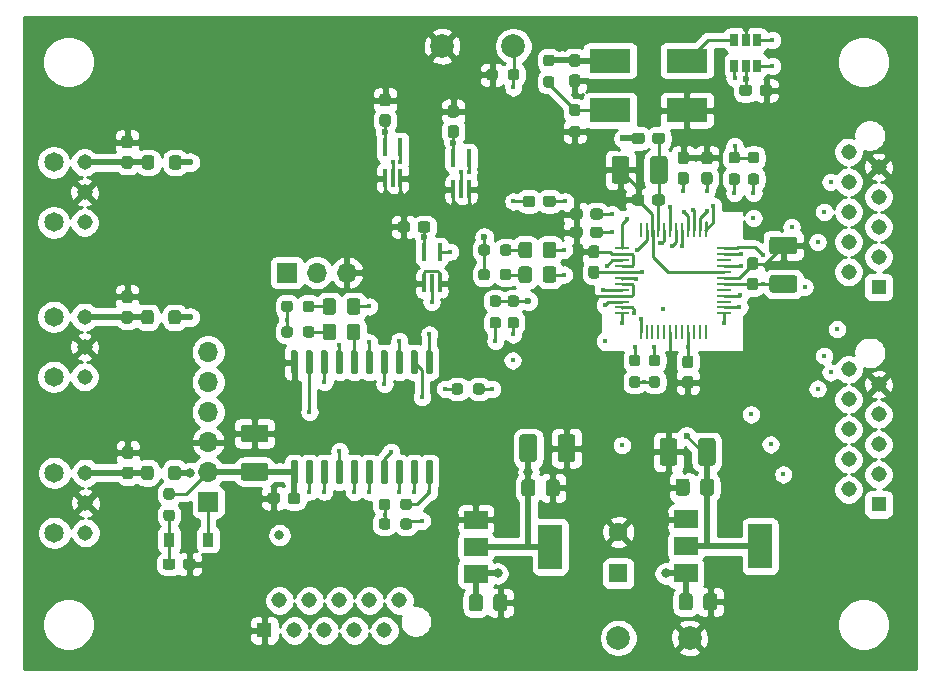
<source format=gbr>
G04 #@! TF.GenerationSoftware,KiCad,Pcbnew,(5.1.10-0-10_14)*
G04 #@! TF.CreationDate,2021-05-14T15:54:12+02:00*
G04 #@! TF.ProjectId,dac,6461632e-6b69-4636-9164-5f7063625858,rev?*
G04 #@! TF.SameCoordinates,Original*
G04 #@! TF.FileFunction,Copper,L1,Top*
G04 #@! TF.FilePolarity,Positive*
%FSLAX46Y46*%
G04 Gerber Fmt 4.6, Leading zero omitted, Abs format (unit mm)*
G04 Created by KiCad (PCBNEW (5.1.10-0-10_14)) date 2021-05-14 15:54:12*
%MOMM*%
%LPD*%
G01*
G04 APERTURE LIST*
G04 #@! TA.AperFunction,ComponentPad*
%ADD10C,1.308000*%
G04 #@! TD*
G04 #@! TA.AperFunction,ComponentPad*
%ADD11C,1.650000*%
G04 #@! TD*
G04 #@! TA.AperFunction,SMDPad,CuDef*
%ADD12R,0.400000X1.500000*%
G04 #@! TD*
G04 #@! TA.AperFunction,ComponentPad*
%ADD13C,2.000000*%
G04 #@! TD*
G04 #@! TA.AperFunction,ComponentPad*
%ADD14R,1.308000X1.308000*%
G04 #@! TD*
G04 #@! TA.AperFunction,ComponentPad*
%ADD15O,1.700000X1.700000*%
G04 #@! TD*
G04 #@! TA.AperFunction,ComponentPad*
%ADD16R,1.700000X1.700000*%
G04 #@! TD*
G04 #@! TA.AperFunction,SMDPad,CuDef*
%ADD17R,0.900000X1.200000*%
G04 #@! TD*
G04 #@! TA.AperFunction,SMDPad,CuDef*
%ADD18R,0.650000X1.060000*%
G04 #@! TD*
G04 #@! TA.AperFunction,SMDPad,CuDef*
%ADD19R,2.000000X1.500000*%
G04 #@! TD*
G04 #@! TA.AperFunction,SMDPad,CuDef*
%ADD20R,2.000000X3.800000*%
G04 #@! TD*
G04 #@! TA.AperFunction,SMDPad,CuDef*
%ADD21R,3.500000X2.000000*%
G04 #@! TD*
G04 #@! TA.AperFunction,ComponentPad*
%ADD22C,1.600000*%
G04 #@! TD*
G04 #@! TA.AperFunction,ComponentPad*
%ADD23R,1.600000X1.600000*%
G04 #@! TD*
G04 #@! TA.AperFunction,SMDPad,CuDef*
%ADD24R,1.300000X0.250000*%
G04 #@! TD*
G04 #@! TA.AperFunction,SMDPad,CuDef*
%ADD25R,0.250000X1.300000*%
G04 #@! TD*
G04 #@! TA.AperFunction,ViaPad*
%ADD26C,0.450000*%
G04 #@! TD*
G04 #@! TA.AperFunction,ViaPad*
%ADD27C,0.600000*%
G04 #@! TD*
G04 #@! TA.AperFunction,ViaPad*
%ADD28C,0.800000*%
G04 #@! TD*
G04 #@! TA.AperFunction,Conductor*
%ADD29C,0.250000*%
G04 #@! TD*
G04 #@! TA.AperFunction,Conductor*
%ADD30C,0.500000*%
G04 #@! TD*
G04 #@! TA.AperFunction,Conductor*
%ADD31C,0.254000*%
G04 #@! TD*
G04 #@! TA.AperFunction,Conductor*
%ADD32C,0.100000*%
G04 #@! TD*
G04 APERTURE END LIST*
D10*
X115088500Y-96393000D03*
X115088500Y-98933000D03*
X115088500Y-101473000D03*
D11*
X112458500Y-101473000D03*
X112458500Y-96393000D03*
D10*
X115025000Y-83185000D03*
X115025000Y-85725000D03*
X115025000Y-88265000D03*
D11*
X112395000Y-88265000D03*
X112395000Y-83185000D03*
D10*
X115025000Y-70104000D03*
X115025000Y-72644000D03*
X115025000Y-75184000D03*
D11*
X112395000Y-75184000D03*
X112395000Y-70104000D03*
D12*
X143778001Y-77692001D03*
X145078001Y-77692001D03*
X145078001Y-80352001D03*
X144428001Y-80352001D03*
X143778001Y-80352001D03*
G04 #@! TA.AperFunction,SMDPad,CuDef*
G36*
G01*
X122107500Y-96743001D02*
X122107500Y-96042999D01*
G75*
G02*
X122357499Y-95793000I249999J0D01*
G01*
X122907501Y-95793000D01*
G75*
G02*
X123157500Y-96042999I0J-249999D01*
G01*
X123157500Y-96743001D01*
G75*
G02*
X122907501Y-96993000I-249999J0D01*
G01*
X122357499Y-96993000D01*
G75*
G02*
X122107500Y-96743001I0J249999D01*
G01*
G37*
G04 #@! TD.AperFunction*
G04 #@! TA.AperFunction,SMDPad,CuDef*
G36*
G01*
X119807500Y-96743001D02*
X119807500Y-96042999D01*
G75*
G02*
X120057499Y-95793000I249999J0D01*
G01*
X120607501Y-95793000D01*
G75*
G02*
X120857500Y-96042999I0J-249999D01*
G01*
X120857500Y-96743001D01*
G75*
G02*
X120607501Y-96993000I-249999J0D01*
G01*
X120057499Y-96993000D01*
G75*
G02*
X119807500Y-96743001I0J249999D01*
G01*
G37*
G04 #@! TD.AperFunction*
G04 #@! TA.AperFunction,SMDPad,CuDef*
G36*
G01*
X142576500Y-75327500D02*
X142576500Y-75802500D01*
G75*
G02*
X142339000Y-76040000I-237500J0D01*
G01*
X141739000Y-76040000D01*
G75*
G02*
X141501500Y-75802500I0J237500D01*
G01*
X141501500Y-75327500D01*
G75*
G02*
X141739000Y-75090000I237500J0D01*
G01*
X142339000Y-75090000D01*
G75*
G02*
X142576500Y-75327500I0J-237500D01*
G01*
G37*
G04 #@! TD.AperFunction*
G04 #@! TA.AperFunction,SMDPad,CuDef*
G36*
G01*
X144301500Y-75327500D02*
X144301500Y-75802500D01*
G75*
G02*
X144064000Y-76040000I-237500J0D01*
G01*
X143464000Y-76040000D01*
G75*
G02*
X143226500Y-75802500I0J237500D01*
G01*
X143226500Y-75327500D01*
G75*
G02*
X143464000Y-75090000I237500J0D01*
G01*
X144064000Y-75090000D01*
G75*
G02*
X144301500Y-75327500I0J-237500D01*
G01*
G37*
G04 #@! TD.AperFunction*
G04 #@! TA.AperFunction,SMDPad,CuDef*
G36*
G01*
X118444000Y-95855500D02*
X118919000Y-95855500D01*
G75*
G02*
X119156500Y-96093000I0J-237500D01*
G01*
X119156500Y-96693000D01*
G75*
G02*
X118919000Y-96930500I-237500J0D01*
G01*
X118444000Y-96930500D01*
G75*
G02*
X118206500Y-96693000I0J237500D01*
G01*
X118206500Y-96093000D01*
G75*
G02*
X118444000Y-95855500I237500J0D01*
G01*
G37*
G04 #@! TD.AperFunction*
G04 #@! TA.AperFunction,SMDPad,CuDef*
G36*
G01*
X118444000Y-94130500D02*
X118919000Y-94130500D01*
G75*
G02*
X119156500Y-94368000I0J-237500D01*
G01*
X119156500Y-94968000D01*
G75*
G02*
X118919000Y-95205500I-237500J0D01*
G01*
X118444000Y-95205500D01*
G75*
G02*
X118206500Y-94968000I0J237500D01*
G01*
X118206500Y-94368000D01*
G75*
G02*
X118444000Y-94130500I237500J0D01*
G01*
G37*
G04 #@! TD.AperFunction*
G04 #@! TA.AperFunction,SMDPad,CuDef*
G36*
G01*
X150856500Y-62912000D02*
X150856500Y-62437000D01*
G75*
G02*
X151094000Y-62199500I237500J0D01*
G01*
X151594000Y-62199500D01*
G75*
G02*
X151831500Y-62437000I0J-237500D01*
G01*
X151831500Y-62912000D01*
G75*
G02*
X151594000Y-63149500I-237500J0D01*
G01*
X151094000Y-63149500D01*
G75*
G02*
X150856500Y-62912000I0J237500D01*
G01*
G37*
G04 #@! TD.AperFunction*
G04 #@! TA.AperFunction,SMDPad,CuDef*
G36*
G01*
X149031500Y-62912000D02*
X149031500Y-62437000D01*
G75*
G02*
X149269000Y-62199500I237500J0D01*
G01*
X149769000Y-62199500D01*
G75*
G02*
X150006500Y-62437000I0J-237500D01*
G01*
X150006500Y-62912000D01*
G75*
G02*
X149769000Y-63149500I-237500J0D01*
G01*
X149269000Y-63149500D01*
G75*
G02*
X149031500Y-62912000I0J237500D01*
G01*
G37*
G04 #@! TD.AperFunction*
D13*
X145288000Y-60261500D03*
X151320500Y-60261500D03*
G04 #@! TA.AperFunction,SMDPad,CuDef*
G36*
G01*
X153831000Y-73643500D02*
X153831000Y-73168500D01*
G75*
G02*
X154068500Y-72931000I237500J0D01*
G01*
X154668500Y-72931000D01*
G75*
G02*
X154906000Y-73168500I0J-237500D01*
G01*
X154906000Y-73643500D01*
G75*
G02*
X154668500Y-73881000I-237500J0D01*
G01*
X154068500Y-73881000D01*
G75*
G02*
X153831000Y-73643500I0J237500D01*
G01*
G37*
G04 #@! TD.AperFunction*
G04 #@! TA.AperFunction,SMDPad,CuDef*
G36*
G01*
X152106000Y-73643500D02*
X152106000Y-73168500D01*
G75*
G02*
X152343500Y-72931000I237500J0D01*
G01*
X152943500Y-72931000D01*
G75*
G02*
X153181000Y-73168500I0J-237500D01*
G01*
X153181000Y-73643500D01*
G75*
G02*
X152943500Y-73881000I-237500J0D01*
G01*
X152343500Y-73881000D01*
G75*
G02*
X152106000Y-73643500I0J237500D01*
G01*
G37*
G04 #@! TD.AperFunction*
G04 #@! TA.AperFunction,SMDPad,CuDef*
G36*
G01*
X157831500Y-74710300D02*
X157831500Y-74235300D01*
G75*
G02*
X158069000Y-73997800I237500J0D01*
G01*
X158669000Y-73997800D01*
G75*
G02*
X158906500Y-74235300I0J-237500D01*
G01*
X158906500Y-74710300D01*
G75*
G02*
X158669000Y-74947800I-237500J0D01*
G01*
X158069000Y-74947800D01*
G75*
G02*
X157831500Y-74710300I0J237500D01*
G01*
G37*
G04 #@! TD.AperFunction*
G04 #@! TA.AperFunction,SMDPad,CuDef*
G36*
G01*
X156106500Y-74710300D02*
X156106500Y-74235300D01*
G75*
G02*
X156344000Y-73997800I237500J0D01*
G01*
X156944000Y-73997800D01*
G75*
G02*
X157181500Y-74235300I0J-237500D01*
G01*
X157181500Y-74710300D01*
G75*
G02*
X156944000Y-74947800I-237500J0D01*
G01*
X156344000Y-74947800D01*
G75*
G02*
X156106500Y-74710300I0J237500D01*
G01*
G37*
G04 #@! TD.AperFunction*
G04 #@! TA.AperFunction,SMDPad,CuDef*
G36*
G01*
X157829300Y-76259700D02*
X157829300Y-75784700D01*
G75*
G02*
X158066800Y-75547200I237500J0D01*
G01*
X158666800Y-75547200D01*
G75*
G02*
X158904300Y-75784700I0J-237500D01*
G01*
X158904300Y-76259700D01*
G75*
G02*
X158666800Y-76497200I-237500J0D01*
G01*
X158066800Y-76497200D01*
G75*
G02*
X157829300Y-76259700I0J237500D01*
G01*
G37*
G04 #@! TD.AperFunction*
G04 #@! TA.AperFunction,SMDPad,CuDef*
G36*
G01*
X156104300Y-76259700D02*
X156104300Y-75784700D01*
G75*
G02*
X156341800Y-75547200I237500J0D01*
G01*
X156941800Y-75547200D01*
G75*
G02*
X157179300Y-75784700I0J-237500D01*
G01*
X157179300Y-76259700D01*
G75*
G02*
X156941800Y-76497200I-237500J0D01*
G01*
X156341800Y-76497200D01*
G75*
G02*
X156104300Y-76259700I0J237500D01*
G01*
G37*
G04 #@! TD.AperFunction*
D14*
X130238500Y-109728000D03*
D10*
X131508500Y-107188000D03*
X132778500Y-109728000D03*
X134048500Y-107188000D03*
X135318500Y-109728000D03*
X136588500Y-107188000D03*
X137858500Y-109728000D03*
X139128500Y-107188000D03*
X140398500Y-109728000D03*
X141668500Y-107188000D03*
D14*
X182245000Y-99060000D03*
D10*
X179705000Y-97790000D03*
X182245000Y-96520000D03*
X179705000Y-95250000D03*
X182245000Y-93980000D03*
X179705000Y-92710000D03*
X182245000Y-91440000D03*
X179705000Y-90170000D03*
X182245000Y-88900000D03*
X179705000Y-87630000D03*
D14*
X182245000Y-80645000D03*
D10*
X179705000Y-79375000D03*
X182245000Y-78105000D03*
X179705000Y-76835000D03*
X182245000Y-75565000D03*
X179705000Y-74295000D03*
X182245000Y-73025000D03*
X179705000Y-71755000D03*
X182245000Y-70485000D03*
X179705000Y-69215000D03*
G04 #@! TA.AperFunction,SMDPad,CuDef*
G36*
G01*
X147062000Y-89043500D02*
X147062000Y-89518500D01*
G75*
G02*
X146824500Y-89756000I-237500J0D01*
G01*
X146324500Y-89756000D01*
G75*
G02*
X146087000Y-89518500I0J237500D01*
G01*
X146087000Y-89043500D01*
G75*
G02*
X146324500Y-88806000I237500J0D01*
G01*
X146824500Y-88806000D01*
G75*
G02*
X147062000Y-89043500I0J-237500D01*
G01*
G37*
G04 #@! TD.AperFunction*
G04 #@! TA.AperFunction,SMDPad,CuDef*
G36*
G01*
X148887000Y-89043500D02*
X148887000Y-89518500D01*
G75*
G02*
X148649500Y-89756000I-237500J0D01*
G01*
X148149500Y-89756000D01*
G75*
G02*
X147912000Y-89518500I0J237500D01*
G01*
X147912000Y-89043500D01*
G75*
G02*
X148149500Y-88806000I237500J0D01*
G01*
X148649500Y-88806000D01*
G75*
G02*
X148887000Y-89043500I0J-237500D01*
G01*
G37*
G04 #@! TD.AperFunction*
G04 #@! TA.AperFunction,SMDPad,CuDef*
G36*
G01*
X121936500Y-99508500D02*
X122411500Y-99508500D01*
G75*
G02*
X122649000Y-99746000I0J-237500D01*
G01*
X122649000Y-100246000D01*
G75*
G02*
X122411500Y-100483500I-237500J0D01*
G01*
X121936500Y-100483500D01*
G75*
G02*
X121699000Y-100246000I0J237500D01*
G01*
X121699000Y-99746000D01*
G75*
G02*
X121936500Y-99508500I237500J0D01*
G01*
G37*
G04 #@! TD.AperFunction*
G04 #@! TA.AperFunction,SMDPad,CuDef*
G36*
G01*
X121936500Y-97683500D02*
X122411500Y-97683500D01*
G75*
G02*
X122649000Y-97921000I0J-237500D01*
G01*
X122649000Y-98421000D01*
G75*
G02*
X122411500Y-98658500I-237500J0D01*
G01*
X121936500Y-98658500D01*
G75*
G02*
X121699000Y-98421000I0J237500D01*
G01*
X121699000Y-97921000D01*
G75*
G02*
X121936500Y-97683500I237500J0D01*
G01*
G37*
G04 #@! TD.AperFunction*
D15*
X137223500Y-79438500D03*
X134683500Y-79438500D03*
D16*
X132143500Y-79438500D03*
D17*
X122176000Y-102044500D03*
X125476000Y-102044500D03*
G04 #@! TA.AperFunction,SMDPad,CuDef*
G36*
G01*
X123361500Y-104352100D02*
X123361500Y-103877100D01*
G75*
G02*
X123599000Y-103639600I237500J0D01*
G01*
X124199000Y-103639600D01*
G75*
G02*
X124436500Y-103877100I0J-237500D01*
G01*
X124436500Y-104352100D01*
G75*
G02*
X124199000Y-104589600I-237500J0D01*
G01*
X123599000Y-104589600D01*
G75*
G02*
X123361500Y-104352100I0J237500D01*
G01*
G37*
G04 #@! TD.AperFunction*
G04 #@! TA.AperFunction,SMDPad,CuDef*
G36*
G01*
X121636500Y-104352100D02*
X121636500Y-103877100D01*
G75*
G02*
X121874000Y-103639600I237500J0D01*
G01*
X122474000Y-103639600D01*
G75*
G02*
X122711500Y-103877100I0J-237500D01*
G01*
X122711500Y-104352100D01*
G75*
G02*
X122474000Y-104589600I-237500J0D01*
G01*
X121874000Y-104589600D01*
G75*
G02*
X121636500Y-104352100I0J237500D01*
G01*
G37*
G04 #@! TD.AperFunction*
G04 #@! TA.AperFunction,SMDPad,CuDef*
G36*
G01*
X122120200Y-83560401D02*
X122120200Y-82860399D01*
G75*
G02*
X122370199Y-82610400I249999J0D01*
G01*
X122920201Y-82610400D01*
G75*
G02*
X123170200Y-82860399I0J-249999D01*
G01*
X123170200Y-83560401D01*
G75*
G02*
X122920201Y-83810400I-249999J0D01*
G01*
X122370199Y-83810400D01*
G75*
G02*
X122120200Y-83560401I0J249999D01*
G01*
G37*
G04 #@! TD.AperFunction*
G04 #@! TA.AperFunction,SMDPad,CuDef*
G36*
G01*
X119820200Y-83560401D02*
X119820200Y-82860399D01*
G75*
G02*
X120070199Y-82610400I249999J0D01*
G01*
X120620201Y-82610400D01*
G75*
G02*
X120870200Y-82860399I0J-249999D01*
G01*
X120870200Y-83560401D01*
G75*
G02*
X120620201Y-83810400I-249999J0D01*
G01*
X120070199Y-83810400D01*
G75*
G02*
X119820200Y-83560401I0J249999D01*
G01*
G37*
G04 #@! TD.AperFunction*
G04 #@! TA.AperFunction,SMDPad,CuDef*
G36*
G01*
X122171000Y-70454001D02*
X122171000Y-69753999D01*
G75*
G02*
X122420999Y-69504000I249999J0D01*
G01*
X122971001Y-69504000D01*
G75*
G02*
X123221000Y-69753999I0J-249999D01*
G01*
X123221000Y-70454001D01*
G75*
G02*
X122971001Y-70704000I-249999J0D01*
G01*
X122420999Y-70704000D01*
G75*
G02*
X122171000Y-70454001I0J249999D01*
G01*
G37*
G04 #@! TD.AperFunction*
G04 #@! TA.AperFunction,SMDPad,CuDef*
G36*
G01*
X119871000Y-70454001D02*
X119871000Y-69753999D01*
G75*
G02*
X120120999Y-69504000I249999J0D01*
G01*
X120671001Y-69504000D01*
G75*
G02*
X120921000Y-69753999I0J-249999D01*
G01*
X120921000Y-70454001D01*
G75*
G02*
X120671001Y-70704000I-249999J0D01*
G01*
X120120999Y-70704000D01*
G75*
G02*
X119871000Y-70454001I0J249999D01*
G01*
G37*
G04 #@! TD.AperFunction*
G04 #@! TA.AperFunction,SMDPad,CuDef*
G36*
G01*
X141752500Y-100948500D02*
X141752500Y-100473500D01*
G75*
G02*
X141990000Y-100236000I237500J0D01*
G01*
X142490000Y-100236000D01*
G75*
G02*
X142727500Y-100473500I0J-237500D01*
G01*
X142727500Y-100948500D01*
G75*
G02*
X142490000Y-101186000I-237500J0D01*
G01*
X141990000Y-101186000D01*
G75*
G02*
X141752500Y-100948500I0J237500D01*
G01*
G37*
G04 #@! TD.AperFunction*
G04 #@! TA.AperFunction,SMDPad,CuDef*
G36*
G01*
X139927500Y-100948500D02*
X139927500Y-100473500D01*
G75*
G02*
X140165000Y-100236000I237500J0D01*
G01*
X140665000Y-100236000D01*
G75*
G02*
X140902500Y-100473500I0J-237500D01*
G01*
X140902500Y-100948500D01*
G75*
G02*
X140665000Y-101186000I-237500J0D01*
G01*
X140165000Y-101186000D01*
G75*
G02*
X139927500Y-100948500I0J237500D01*
G01*
G37*
G04 #@! TD.AperFunction*
G04 #@! TA.AperFunction,SMDPad,CuDef*
G36*
G01*
X141752500Y-99297500D02*
X141752500Y-98822500D01*
G75*
G02*
X141990000Y-98585000I237500J0D01*
G01*
X142490000Y-98585000D01*
G75*
G02*
X142727500Y-98822500I0J-237500D01*
G01*
X142727500Y-99297500D01*
G75*
G02*
X142490000Y-99535000I-237500J0D01*
G01*
X141990000Y-99535000D01*
G75*
G02*
X141752500Y-99297500I0J237500D01*
G01*
G37*
G04 #@! TD.AperFunction*
G04 #@! TA.AperFunction,SMDPad,CuDef*
G36*
G01*
X139927500Y-99297500D02*
X139927500Y-98822500D01*
G75*
G02*
X140165000Y-98585000I237500J0D01*
G01*
X140665000Y-98585000D01*
G75*
G02*
X140902500Y-98822500I0J-237500D01*
G01*
X140902500Y-99297500D01*
G75*
G02*
X140665000Y-99535000I-237500J0D01*
G01*
X140165000Y-99535000D01*
G75*
G02*
X139927500Y-99297500I0J237500D01*
G01*
G37*
G04 #@! TD.AperFunction*
G04 #@! TA.AperFunction,SMDPad,CuDef*
G36*
G01*
X133497500Y-84692500D02*
X133497500Y-84217500D01*
G75*
G02*
X133735000Y-83980000I237500J0D01*
G01*
X134235000Y-83980000D01*
G75*
G02*
X134472500Y-84217500I0J-237500D01*
G01*
X134472500Y-84692500D01*
G75*
G02*
X134235000Y-84930000I-237500J0D01*
G01*
X133735000Y-84930000D01*
G75*
G02*
X133497500Y-84692500I0J237500D01*
G01*
G37*
G04 #@! TD.AperFunction*
G04 #@! TA.AperFunction,SMDPad,CuDef*
G36*
G01*
X131672500Y-84692500D02*
X131672500Y-84217500D01*
G75*
G02*
X131910000Y-83980000I237500J0D01*
G01*
X132410000Y-83980000D01*
G75*
G02*
X132647500Y-84217500I0J-237500D01*
G01*
X132647500Y-84692500D01*
G75*
G02*
X132410000Y-84930000I-237500J0D01*
G01*
X131910000Y-84930000D01*
G75*
G02*
X131672500Y-84692500I0J237500D01*
G01*
G37*
G04 #@! TD.AperFunction*
G04 #@! TA.AperFunction,SMDPad,CuDef*
G36*
G01*
X133497500Y-82533500D02*
X133497500Y-82058500D01*
G75*
G02*
X133735000Y-81821000I237500J0D01*
G01*
X134235000Y-81821000D01*
G75*
G02*
X134472500Y-82058500I0J-237500D01*
G01*
X134472500Y-82533500D01*
G75*
G02*
X134235000Y-82771000I-237500J0D01*
G01*
X133735000Y-82771000D01*
G75*
G02*
X133497500Y-82533500I0J237500D01*
G01*
G37*
G04 #@! TD.AperFunction*
G04 #@! TA.AperFunction,SMDPad,CuDef*
G36*
G01*
X131672500Y-82533500D02*
X131672500Y-82058500D01*
G75*
G02*
X131910000Y-81821000I237500J0D01*
G01*
X132410000Y-81821000D01*
G75*
G02*
X132647500Y-82058500I0J-237500D01*
G01*
X132647500Y-82533500D01*
G75*
G02*
X132410000Y-82771000I-237500J0D01*
G01*
X131910000Y-82771000D01*
G75*
G02*
X131672500Y-82533500I0J237500D01*
G01*
G37*
G04 #@! TD.AperFunction*
G04 #@! TA.AperFunction,SMDPad,CuDef*
G36*
G01*
X136320000Y-84004999D02*
X136320000Y-84905001D01*
G75*
G02*
X136070001Y-85155000I-249999J0D01*
G01*
X135419999Y-85155000D01*
G75*
G02*
X135170000Y-84905001I0J249999D01*
G01*
X135170000Y-84004999D01*
G75*
G02*
X135419999Y-83755000I249999J0D01*
G01*
X136070001Y-83755000D01*
G75*
G02*
X136320000Y-84004999I0J-249999D01*
G01*
G37*
G04 #@! TD.AperFunction*
G04 #@! TA.AperFunction,SMDPad,CuDef*
G36*
G01*
X138370000Y-84004999D02*
X138370000Y-84905001D01*
G75*
G02*
X138120001Y-85155000I-249999J0D01*
G01*
X137469999Y-85155000D01*
G75*
G02*
X137220000Y-84905001I0J249999D01*
G01*
X137220000Y-84004999D01*
G75*
G02*
X137469999Y-83755000I249999J0D01*
G01*
X138120001Y-83755000D01*
G75*
G02*
X138370000Y-84004999I0J-249999D01*
G01*
G37*
G04 #@! TD.AperFunction*
G04 #@! TA.AperFunction,SMDPad,CuDef*
G36*
G01*
X136320000Y-81845999D02*
X136320000Y-82746001D01*
G75*
G02*
X136070001Y-82996000I-249999J0D01*
G01*
X135419999Y-82996000D01*
G75*
G02*
X135170000Y-82746001I0J249999D01*
G01*
X135170000Y-81845999D01*
G75*
G02*
X135419999Y-81596000I249999J0D01*
G01*
X136070001Y-81596000D01*
G75*
G02*
X136320000Y-81845999I0J-249999D01*
G01*
G37*
G04 #@! TD.AperFunction*
G04 #@! TA.AperFunction,SMDPad,CuDef*
G36*
G01*
X138370000Y-81845999D02*
X138370000Y-82746001D01*
G75*
G02*
X138120001Y-82996000I-249999J0D01*
G01*
X137469999Y-82996000D01*
G75*
G02*
X137220000Y-82746001I0J249999D01*
G01*
X137220000Y-81845999D01*
G75*
G02*
X137469999Y-81596000I249999J0D01*
G01*
X138120001Y-81596000D01*
G75*
G02*
X138370000Y-81845999I0J-249999D01*
G01*
G37*
G04 #@! TD.AperFunction*
G04 #@! TA.AperFunction,SMDPad,CuDef*
G36*
G01*
X163089300Y-68309500D02*
X163089300Y-67834500D01*
G75*
G02*
X163326800Y-67597000I237500J0D01*
G01*
X163926800Y-67597000D01*
G75*
G02*
X164164300Y-67834500I0J-237500D01*
G01*
X164164300Y-68309500D01*
G75*
G02*
X163926800Y-68547000I-237500J0D01*
G01*
X163326800Y-68547000D01*
G75*
G02*
X163089300Y-68309500I0J237500D01*
G01*
G37*
G04 #@! TD.AperFunction*
G04 #@! TA.AperFunction,SMDPad,CuDef*
G36*
G01*
X161364300Y-68309500D02*
X161364300Y-67834500D01*
G75*
G02*
X161601800Y-67597000I237500J0D01*
G01*
X162201800Y-67597000D01*
G75*
G02*
X162439300Y-67834500I0J-237500D01*
G01*
X162439300Y-68309500D01*
G75*
G02*
X162201800Y-68547000I-237500J0D01*
G01*
X161601800Y-68547000D01*
G75*
G02*
X161364300Y-68309500I0J237500D01*
G01*
G37*
G04 #@! TD.AperFunction*
D12*
X146240500Y-69730000D03*
X147540500Y-69730000D03*
X147540500Y-72390000D03*
X146890500Y-72390000D03*
X146240500Y-72390000D03*
X140447000Y-68790200D03*
X141747000Y-68790200D03*
X141747000Y-71450200D03*
X141097000Y-71450200D03*
X140447000Y-71450200D03*
G04 #@! TA.AperFunction,SMDPad,CuDef*
G36*
G01*
X146478000Y-66313000D02*
X146003000Y-66313000D01*
G75*
G02*
X145765500Y-66075500I0J237500D01*
G01*
X145765500Y-65475500D01*
G75*
G02*
X146003000Y-65238000I237500J0D01*
G01*
X146478000Y-65238000D01*
G75*
G02*
X146715500Y-65475500I0J-237500D01*
G01*
X146715500Y-66075500D01*
G75*
G02*
X146478000Y-66313000I-237500J0D01*
G01*
G37*
G04 #@! TD.AperFunction*
G04 #@! TA.AperFunction,SMDPad,CuDef*
G36*
G01*
X146478000Y-68038000D02*
X146003000Y-68038000D01*
G75*
G02*
X145765500Y-67800500I0J237500D01*
G01*
X145765500Y-67200500D01*
G75*
G02*
X146003000Y-66963000I237500J0D01*
G01*
X146478000Y-66963000D01*
G75*
G02*
X146715500Y-67200500I0J-237500D01*
G01*
X146715500Y-67800500D01*
G75*
G02*
X146478000Y-68038000I-237500J0D01*
G01*
G37*
G04 #@! TD.AperFunction*
G04 #@! TA.AperFunction,SMDPad,CuDef*
G36*
G01*
X140699500Y-65360500D02*
X140224500Y-65360500D01*
G75*
G02*
X139987000Y-65123000I0J237500D01*
G01*
X139987000Y-64523000D01*
G75*
G02*
X140224500Y-64285500I237500J0D01*
G01*
X140699500Y-64285500D01*
G75*
G02*
X140937000Y-64523000I0J-237500D01*
G01*
X140937000Y-65123000D01*
G75*
G02*
X140699500Y-65360500I-237500J0D01*
G01*
G37*
G04 #@! TD.AperFunction*
G04 #@! TA.AperFunction,SMDPad,CuDef*
G36*
G01*
X140699500Y-67085500D02*
X140224500Y-67085500D01*
G75*
G02*
X139987000Y-66848000I0J237500D01*
G01*
X139987000Y-66248000D01*
G75*
G02*
X140224500Y-66010500I237500J0D01*
G01*
X140699500Y-66010500D01*
G75*
G02*
X140937000Y-66248000I0J-237500D01*
G01*
X140937000Y-66848000D01*
G75*
G02*
X140699500Y-67085500I-237500J0D01*
G01*
G37*
G04 #@! TD.AperFunction*
D18*
X170977600Y-61925200D03*
X171927600Y-61925200D03*
X170027600Y-61925200D03*
X170027600Y-59725200D03*
X170977600Y-59725200D03*
X171927600Y-59725200D03*
G04 #@! TA.AperFunction,SMDPad,CuDef*
G36*
G01*
X171530300Y-63770500D02*
X171530300Y-64245500D01*
G75*
G02*
X171292800Y-64483000I-237500J0D01*
G01*
X170692800Y-64483000D01*
G75*
G02*
X170455300Y-64245500I0J237500D01*
G01*
X170455300Y-63770500D01*
G75*
G02*
X170692800Y-63533000I237500J0D01*
G01*
X171292800Y-63533000D01*
G75*
G02*
X171530300Y-63770500I0J-237500D01*
G01*
G37*
G04 #@! TD.AperFunction*
G04 #@! TA.AperFunction,SMDPad,CuDef*
G36*
G01*
X173255300Y-63770500D02*
X173255300Y-64245500D01*
G75*
G02*
X173017800Y-64483000I-237500J0D01*
G01*
X172417800Y-64483000D01*
G75*
G02*
X172180300Y-64245500I0J237500D01*
G01*
X172180300Y-63770500D01*
G75*
G02*
X172417800Y-63533000I237500J0D01*
G01*
X173017800Y-63533000D01*
G75*
G02*
X173255300Y-63770500I0J-237500D01*
G01*
G37*
G04 #@! TD.AperFunction*
G04 #@! TA.AperFunction,SMDPad,CuDef*
G36*
G01*
X156752300Y-66171900D02*
X156277300Y-66171900D01*
G75*
G02*
X156039800Y-65934400I0J237500D01*
G01*
X156039800Y-65434400D01*
G75*
G02*
X156277300Y-65196900I237500J0D01*
G01*
X156752300Y-65196900D01*
G75*
G02*
X156989800Y-65434400I0J-237500D01*
G01*
X156989800Y-65934400D01*
G75*
G02*
X156752300Y-66171900I-237500J0D01*
G01*
G37*
G04 #@! TD.AperFunction*
G04 #@! TA.AperFunction,SMDPad,CuDef*
G36*
G01*
X156752300Y-67996900D02*
X156277300Y-67996900D01*
G75*
G02*
X156039800Y-67759400I0J237500D01*
G01*
X156039800Y-67259400D01*
G75*
G02*
X156277300Y-67021900I237500J0D01*
G01*
X156752300Y-67021900D01*
G75*
G02*
X156989800Y-67259400I0J-237500D01*
G01*
X156989800Y-67759400D01*
G75*
G02*
X156752300Y-67996900I-237500J0D01*
G01*
G37*
G04 #@! TD.AperFunction*
G04 #@! TA.AperFunction,SMDPad,CuDef*
G36*
G01*
X154567900Y-61955500D02*
X154092900Y-61955500D01*
G75*
G02*
X153855400Y-61718000I0J237500D01*
G01*
X153855400Y-61218000D01*
G75*
G02*
X154092900Y-60980500I237500J0D01*
G01*
X154567900Y-60980500D01*
G75*
G02*
X154805400Y-61218000I0J-237500D01*
G01*
X154805400Y-61718000D01*
G75*
G02*
X154567900Y-61955500I-237500J0D01*
G01*
G37*
G04 #@! TD.AperFunction*
G04 #@! TA.AperFunction,SMDPad,CuDef*
G36*
G01*
X154567900Y-63780500D02*
X154092900Y-63780500D01*
G75*
G02*
X153855400Y-63543000I0J237500D01*
G01*
X153855400Y-63043000D01*
G75*
G02*
X154092900Y-62805500I237500J0D01*
G01*
X154567900Y-62805500D01*
G75*
G02*
X154805400Y-63043000I0J-237500D01*
G01*
X154805400Y-63543000D01*
G75*
G02*
X154567900Y-63780500I-237500J0D01*
G01*
G37*
G04 #@! TD.AperFunction*
G04 #@! TA.AperFunction,SMDPad,CuDef*
G36*
G01*
X170265100Y-70188900D02*
X169790100Y-70188900D01*
G75*
G02*
X169552600Y-69951400I0J237500D01*
G01*
X169552600Y-69451400D01*
G75*
G02*
X169790100Y-69213900I237500J0D01*
G01*
X170265100Y-69213900D01*
G75*
G02*
X170502600Y-69451400I0J-237500D01*
G01*
X170502600Y-69951400D01*
G75*
G02*
X170265100Y-70188900I-237500J0D01*
G01*
G37*
G04 #@! TD.AperFunction*
G04 #@! TA.AperFunction,SMDPad,CuDef*
G36*
G01*
X170265100Y-72013900D02*
X169790100Y-72013900D01*
G75*
G02*
X169552600Y-71776400I0J237500D01*
G01*
X169552600Y-71276400D01*
G75*
G02*
X169790100Y-71038900I237500J0D01*
G01*
X170265100Y-71038900D01*
G75*
G02*
X170502600Y-71276400I0J-237500D01*
G01*
X170502600Y-71776400D01*
G75*
G02*
X170265100Y-72013900I-237500J0D01*
G01*
G37*
G04 #@! TD.AperFunction*
G04 #@! TA.AperFunction,SMDPad,CuDef*
G36*
G01*
X171890700Y-70188900D02*
X171415700Y-70188900D01*
G75*
G02*
X171178200Y-69951400I0J237500D01*
G01*
X171178200Y-69451400D01*
G75*
G02*
X171415700Y-69213900I237500J0D01*
G01*
X171890700Y-69213900D01*
G75*
G02*
X172128200Y-69451400I0J-237500D01*
G01*
X172128200Y-69951400D01*
G75*
G02*
X171890700Y-70188900I-237500J0D01*
G01*
G37*
G04 #@! TD.AperFunction*
G04 #@! TA.AperFunction,SMDPad,CuDef*
G36*
G01*
X171890700Y-72013900D02*
X171415700Y-72013900D01*
G75*
G02*
X171178200Y-71776400I0J237500D01*
G01*
X171178200Y-71276400D01*
G75*
G02*
X171415700Y-71038900I237500J0D01*
G01*
X171890700Y-71038900D01*
G75*
G02*
X172128200Y-71276400I0J-237500D01*
G01*
X172128200Y-71776400D01*
G75*
G02*
X171890700Y-72013900I-237500J0D01*
G01*
G37*
G04 #@! TD.AperFunction*
G04 #@! TA.AperFunction,SMDPad,CuDef*
G36*
G01*
X161357300Y-88205500D02*
X161832300Y-88205500D01*
G75*
G02*
X162069800Y-88443000I0J-237500D01*
G01*
X162069800Y-88943000D01*
G75*
G02*
X161832300Y-89180500I-237500J0D01*
G01*
X161357300Y-89180500D01*
G75*
G02*
X161119800Y-88943000I0J237500D01*
G01*
X161119800Y-88443000D01*
G75*
G02*
X161357300Y-88205500I237500J0D01*
G01*
G37*
G04 #@! TD.AperFunction*
G04 #@! TA.AperFunction,SMDPad,CuDef*
G36*
G01*
X161357300Y-86380500D02*
X161832300Y-86380500D01*
G75*
G02*
X162069800Y-86618000I0J-237500D01*
G01*
X162069800Y-87118000D01*
G75*
G02*
X161832300Y-87355500I-237500J0D01*
G01*
X161357300Y-87355500D01*
G75*
G02*
X161119800Y-87118000I0J237500D01*
G01*
X161119800Y-86618000D01*
G75*
G02*
X161357300Y-86380500I237500J0D01*
G01*
G37*
G04 #@! TD.AperFunction*
G04 #@! TA.AperFunction,SMDPad,CuDef*
G36*
G01*
X163033700Y-88205500D02*
X163508700Y-88205500D01*
G75*
G02*
X163746200Y-88443000I0J-237500D01*
G01*
X163746200Y-88943000D01*
G75*
G02*
X163508700Y-89180500I-237500J0D01*
G01*
X163033700Y-89180500D01*
G75*
G02*
X162796200Y-88943000I0J237500D01*
G01*
X162796200Y-88443000D01*
G75*
G02*
X163033700Y-88205500I237500J0D01*
G01*
G37*
G04 #@! TD.AperFunction*
G04 #@! TA.AperFunction,SMDPad,CuDef*
G36*
G01*
X163033700Y-86380500D02*
X163508700Y-86380500D01*
G75*
G02*
X163746200Y-86618000I0J-237500D01*
G01*
X163746200Y-87118000D01*
G75*
G02*
X163508700Y-87355500I-237500J0D01*
G01*
X163033700Y-87355500D01*
G75*
G02*
X162796200Y-87118000I0J237500D01*
G01*
X162796200Y-86618000D01*
G75*
G02*
X163033700Y-86380500I237500J0D01*
G01*
G37*
G04 #@! TD.AperFunction*
G04 #@! TA.AperFunction,SMDPad,CuDef*
G36*
G01*
X150185300Y-77758300D02*
X150185300Y-77283300D01*
G75*
G02*
X150422800Y-77045800I237500J0D01*
G01*
X150922800Y-77045800D01*
G75*
G02*
X151160300Y-77283300I0J-237500D01*
G01*
X151160300Y-77758300D01*
G75*
G02*
X150922800Y-77995800I-237500J0D01*
G01*
X150422800Y-77995800D01*
G75*
G02*
X150185300Y-77758300I0J237500D01*
G01*
G37*
G04 #@! TD.AperFunction*
G04 #@! TA.AperFunction,SMDPad,CuDef*
G36*
G01*
X148360300Y-77758300D02*
X148360300Y-77283300D01*
G75*
G02*
X148597800Y-77045800I237500J0D01*
G01*
X149097800Y-77045800D01*
G75*
G02*
X149335300Y-77283300I0J-237500D01*
G01*
X149335300Y-77758300D01*
G75*
G02*
X149097800Y-77995800I-237500J0D01*
G01*
X148597800Y-77995800D01*
G75*
G02*
X148360300Y-77758300I0J237500D01*
G01*
G37*
G04 #@! TD.AperFunction*
G04 #@! TA.AperFunction,SMDPad,CuDef*
G36*
G01*
X150181500Y-79841100D02*
X150181500Y-79366100D01*
G75*
G02*
X150419000Y-79128600I237500J0D01*
G01*
X150919000Y-79128600D01*
G75*
G02*
X151156500Y-79366100I0J-237500D01*
G01*
X151156500Y-79841100D01*
G75*
G02*
X150919000Y-80078600I-237500J0D01*
G01*
X150419000Y-80078600D01*
G75*
G02*
X150181500Y-79841100I0J237500D01*
G01*
G37*
G04 #@! TD.AperFunction*
G04 #@! TA.AperFunction,SMDPad,CuDef*
G36*
G01*
X148356500Y-79841100D02*
X148356500Y-79366100D01*
G75*
G02*
X148594000Y-79128600I237500J0D01*
G01*
X149094000Y-79128600D01*
G75*
G02*
X149331500Y-79366100I0J-237500D01*
G01*
X149331500Y-79841100D01*
G75*
G02*
X149094000Y-80078600I-237500J0D01*
G01*
X148594000Y-80078600D01*
G75*
G02*
X148356500Y-79841100I0J237500D01*
G01*
G37*
G04 #@! TD.AperFunction*
D13*
X166243000Y-110363000D03*
X160210500Y-110363000D03*
G04 #@! TA.AperFunction,SMDPad,CuDef*
G36*
G01*
X149559000Y-83189000D02*
X150034000Y-83189000D01*
G75*
G02*
X150271500Y-83426500I0J-237500D01*
G01*
X150271500Y-83926500D01*
G75*
G02*
X150034000Y-84164000I-237500J0D01*
G01*
X149559000Y-84164000D01*
G75*
G02*
X149321500Y-83926500I0J237500D01*
G01*
X149321500Y-83426500D01*
G75*
G02*
X149559000Y-83189000I237500J0D01*
G01*
G37*
G04 #@! TD.AperFunction*
G04 #@! TA.AperFunction,SMDPad,CuDef*
G36*
G01*
X149559000Y-81364000D02*
X150034000Y-81364000D01*
G75*
G02*
X150271500Y-81601500I0J-237500D01*
G01*
X150271500Y-82101500D01*
G75*
G02*
X150034000Y-82339000I-237500J0D01*
G01*
X149559000Y-82339000D01*
G75*
G02*
X149321500Y-82101500I0J237500D01*
G01*
X149321500Y-81601500D01*
G75*
G02*
X149559000Y-81364000I237500J0D01*
G01*
G37*
G04 #@! TD.AperFunction*
G04 #@! TA.AperFunction,SMDPad,CuDef*
G36*
G01*
X151083000Y-83189000D02*
X151558000Y-83189000D01*
G75*
G02*
X151795500Y-83426500I0J-237500D01*
G01*
X151795500Y-83926500D01*
G75*
G02*
X151558000Y-84164000I-237500J0D01*
G01*
X151083000Y-84164000D01*
G75*
G02*
X150845500Y-83926500I0J237500D01*
G01*
X150845500Y-83426500D01*
G75*
G02*
X151083000Y-83189000I237500J0D01*
G01*
G37*
G04 #@! TD.AperFunction*
G04 #@! TA.AperFunction,SMDPad,CuDef*
G36*
G01*
X151083000Y-81364000D02*
X151558000Y-81364000D01*
G75*
G02*
X151795500Y-81601500I0J-237500D01*
G01*
X151795500Y-82101500D01*
G75*
G02*
X151558000Y-82339000I-237500J0D01*
G01*
X151083000Y-82339000D01*
G75*
G02*
X150845500Y-82101500I0J237500D01*
G01*
X150845500Y-81601500D01*
G75*
G02*
X151083000Y-81364000I237500J0D01*
G01*
G37*
G04 #@! TD.AperFunction*
G04 #@! TA.AperFunction,SMDPad,CuDef*
G36*
G01*
X166328100Y-87532500D02*
X165853100Y-87532500D01*
G75*
G02*
X165615600Y-87295000I0J237500D01*
G01*
X165615600Y-86695000D01*
G75*
G02*
X165853100Y-86457500I237500J0D01*
G01*
X166328100Y-86457500D01*
G75*
G02*
X166565600Y-86695000I0J-237500D01*
G01*
X166565600Y-87295000D01*
G75*
G02*
X166328100Y-87532500I-237500J0D01*
G01*
G37*
G04 #@! TD.AperFunction*
G04 #@! TA.AperFunction,SMDPad,CuDef*
G36*
G01*
X166328100Y-89257500D02*
X165853100Y-89257500D01*
G75*
G02*
X165615600Y-89020000I0J237500D01*
G01*
X165615600Y-88420000D01*
G75*
G02*
X165853100Y-88182500I237500J0D01*
G01*
X166328100Y-88182500D01*
G75*
G02*
X166565600Y-88420000I0J-237500D01*
G01*
X166565600Y-89020000D01*
G75*
G02*
X166328100Y-89257500I-237500J0D01*
G01*
G37*
G04 #@! TD.AperFunction*
G04 #@! TA.AperFunction,SMDPad,CuDef*
G36*
G01*
X157902900Y-78860700D02*
X158377900Y-78860700D01*
G75*
G02*
X158615400Y-79098200I0J-237500D01*
G01*
X158615400Y-79698200D01*
G75*
G02*
X158377900Y-79935700I-237500J0D01*
G01*
X157902900Y-79935700D01*
G75*
G02*
X157665400Y-79698200I0J237500D01*
G01*
X157665400Y-79098200D01*
G75*
G02*
X157902900Y-78860700I237500J0D01*
G01*
G37*
G04 #@! TD.AperFunction*
G04 #@! TA.AperFunction,SMDPad,CuDef*
G36*
G01*
X157902900Y-77135700D02*
X158377900Y-77135700D01*
G75*
G02*
X158615400Y-77373200I0J-237500D01*
G01*
X158615400Y-77973200D01*
G75*
G02*
X158377900Y-78210700I-237500J0D01*
G01*
X157902900Y-78210700D01*
G75*
G02*
X157665400Y-77973200I0J237500D01*
G01*
X157665400Y-77373200D01*
G75*
G02*
X157902900Y-77135700I237500J0D01*
G01*
G37*
G04 #@! TD.AperFunction*
G04 #@! TA.AperFunction,SMDPad,CuDef*
G36*
G01*
X163075500Y-73516500D02*
X163075500Y-73041500D01*
G75*
G02*
X163313000Y-72804000I237500J0D01*
G01*
X163913000Y-72804000D01*
G75*
G02*
X164150500Y-73041500I0J-237500D01*
G01*
X164150500Y-73516500D01*
G75*
G02*
X163913000Y-73754000I-237500J0D01*
G01*
X163313000Y-73754000D01*
G75*
G02*
X163075500Y-73516500I0J237500D01*
G01*
G37*
G04 #@! TD.AperFunction*
G04 #@! TA.AperFunction,SMDPad,CuDef*
G36*
G01*
X161350500Y-73516500D02*
X161350500Y-73041500D01*
G75*
G02*
X161588000Y-72804000I237500J0D01*
G01*
X162188000Y-72804000D01*
G75*
G02*
X162425500Y-73041500I0J-237500D01*
G01*
X162425500Y-73516500D01*
G75*
G02*
X162188000Y-73754000I-237500J0D01*
G01*
X161588000Y-73754000D01*
G75*
G02*
X161350500Y-73516500I0J237500D01*
G01*
G37*
G04 #@! TD.AperFunction*
G04 #@! TA.AperFunction,SMDPad,CuDef*
G36*
G01*
X171339500Y-79853500D02*
X171814500Y-79853500D01*
G75*
G02*
X172052000Y-80091000I0J-237500D01*
G01*
X172052000Y-80691000D01*
G75*
G02*
X171814500Y-80928500I-237500J0D01*
G01*
X171339500Y-80928500D01*
G75*
G02*
X171102000Y-80691000I0J237500D01*
G01*
X171102000Y-80091000D01*
G75*
G02*
X171339500Y-79853500I237500J0D01*
G01*
G37*
G04 #@! TD.AperFunction*
G04 #@! TA.AperFunction,SMDPad,CuDef*
G36*
G01*
X171339500Y-78128500D02*
X171814500Y-78128500D01*
G75*
G02*
X172052000Y-78366000I0J-237500D01*
G01*
X172052000Y-78966000D01*
G75*
G02*
X171814500Y-79203500I-237500J0D01*
G01*
X171339500Y-79203500D01*
G75*
G02*
X171102000Y-78966000I0J237500D01*
G01*
X171102000Y-78366000D01*
G75*
G02*
X171339500Y-78128500I237500J0D01*
G01*
G37*
G04 #@! TD.AperFunction*
G04 #@! TA.AperFunction,SMDPad,CuDef*
G36*
G01*
X156277300Y-62657700D02*
X156752300Y-62657700D01*
G75*
G02*
X156989800Y-62895200I0J-237500D01*
G01*
X156989800Y-63495200D01*
G75*
G02*
X156752300Y-63732700I-237500J0D01*
G01*
X156277300Y-63732700D01*
G75*
G02*
X156039800Y-63495200I0J237500D01*
G01*
X156039800Y-62895200D01*
G75*
G02*
X156277300Y-62657700I237500J0D01*
G01*
G37*
G04 #@! TD.AperFunction*
G04 #@! TA.AperFunction,SMDPad,CuDef*
G36*
G01*
X156277300Y-60932700D02*
X156752300Y-60932700D01*
G75*
G02*
X156989800Y-61170200I0J-237500D01*
G01*
X156989800Y-61770200D01*
G75*
G02*
X156752300Y-62007700I-237500J0D01*
G01*
X156277300Y-62007700D01*
G75*
G02*
X156039800Y-61770200I0J237500D01*
G01*
X156039800Y-61170200D01*
G75*
G02*
X156277300Y-60932700I237500J0D01*
G01*
G37*
G04 #@! TD.AperFunction*
G04 #@! TA.AperFunction,SMDPad,CuDef*
G36*
G01*
X132214500Y-98789500D02*
X132214500Y-98314500D01*
G75*
G02*
X132452000Y-98077000I237500J0D01*
G01*
X133052000Y-98077000D01*
G75*
G02*
X133289500Y-98314500I0J-237500D01*
G01*
X133289500Y-98789500D01*
G75*
G02*
X133052000Y-99027000I-237500J0D01*
G01*
X132452000Y-99027000D01*
G75*
G02*
X132214500Y-98789500I0J237500D01*
G01*
G37*
G04 #@! TD.AperFunction*
G04 #@! TA.AperFunction,SMDPad,CuDef*
G36*
G01*
X130489500Y-98789500D02*
X130489500Y-98314500D01*
G75*
G02*
X130727000Y-98077000I237500J0D01*
G01*
X131327000Y-98077000D01*
G75*
G02*
X131564500Y-98314500I0J-237500D01*
G01*
X131564500Y-98789500D01*
G75*
G02*
X131327000Y-99027000I-237500J0D01*
G01*
X130727000Y-99027000D01*
G75*
G02*
X130489500Y-98789500I0J237500D01*
G01*
G37*
G04 #@! TD.AperFunction*
G04 #@! TA.AperFunction,SMDPad,CuDef*
G36*
G01*
X118380500Y-82672900D02*
X118855500Y-82672900D01*
G75*
G02*
X119093000Y-82910400I0J-237500D01*
G01*
X119093000Y-83510400D01*
G75*
G02*
X118855500Y-83747900I-237500J0D01*
G01*
X118380500Y-83747900D01*
G75*
G02*
X118143000Y-83510400I0J237500D01*
G01*
X118143000Y-82910400D01*
G75*
G02*
X118380500Y-82672900I237500J0D01*
G01*
G37*
G04 #@! TD.AperFunction*
G04 #@! TA.AperFunction,SMDPad,CuDef*
G36*
G01*
X118380500Y-80947900D02*
X118855500Y-80947900D01*
G75*
G02*
X119093000Y-81185400I0J-237500D01*
G01*
X119093000Y-81785400D01*
G75*
G02*
X118855500Y-82022900I-237500J0D01*
G01*
X118380500Y-82022900D01*
G75*
G02*
X118143000Y-81785400I0J237500D01*
G01*
X118143000Y-81185400D01*
G75*
G02*
X118380500Y-80947900I237500J0D01*
G01*
G37*
G04 #@! TD.AperFunction*
G04 #@! TA.AperFunction,SMDPad,CuDef*
G36*
G01*
X118380500Y-69566500D02*
X118855500Y-69566500D01*
G75*
G02*
X119093000Y-69804000I0J-237500D01*
G01*
X119093000Y-70404000D01*
G75*
G02*
X118855500Y-70641500I-237500J0D01*
G01*
X118380500Y-70641500D01*
G75*
G02*
X118143000Y-70404000I0J237500D01*
G01*
X118143000Y-69804000D01*
G75*
G02*
X118380500Y-69566500I237500J0D01*
G01*
G37*
G04 #@! TD.AperFunction*
G04 #@! TA.AperFunction,SMDPad,CuDef*
G36*
G01*
X118380500Y-67841500D02*
X118855500Y-67841500D01*
G75*
G02*
X119093000Y-68079000I0J-237500D01*
G01*
X119093000Y-68679000D01*
G75*
G02*
X118855500Y-68916500I-237500J0D01*
G01*
X118380500Y-68916500D01*
G75*
G02*
X118143000Y-68679000I0J237500D01*
G01*
X118143000Y-68079000D01*
G75*
G02*
X118380500Y-67841500I237500J0D01*
G01*
G37*
G04 #@! TD.AperFunction*
G04 #@! TA.AperFunction,SMDPad,CuDef*
G36*
G01*
X167953700Y-70262700D02*
X167478700Y-70262700D01*
G75*
G02*
X167241200Y-70025200I0J237500D01*
G01*
X167241200Y-69425200D01*
G75*
G02*
X167478700Y-69187700I237500J0D01*
G01*
X167953700Y-69187700D01*
G75*
G02*
X168191200Y-69425200I0J-237500D01*
G01*
X168191200Y-70025200D01*
G75*
G02*
X167953700Y-70262700I-237500J0D01*
G01*
G37*
G04 #@! TD.AperFunction*
G04 #@! TA.AperFunction,SMDPad,CuDef*
G36*
G01*
X167953700Y-71987700D02*
X167478700Y-71987700D01*
G75*
G02*
X167241200Y-71750200I0J237500D01*
G01*
X167241200Y-71150200D01*
G75*
G02*
X167478700Y-70912700I237500J0D01*
G01*
X167953700Y-70912700D01*
G75*
G02*
X168191200Y-71150200I0J-237500D01*
G01*
X168191200Y-71750200D01*
G75*
G02*
X167953700Y-71987700I-237500J0D01*
G01*
G37*
G04 #@! TD.AperFunction*
G04 #@! TA.AperFunction,SMDPad,CuDef*
G36*
G01*
X165472100Y-70912700D02*
X165947100Y-70912700D01*
G75*
G02*
X166184600Y-71150200I0J-237500D01*
G01*
X166184600Y-71750200D01*
G75*
G02*
X165947100Y-71987700I-237500J0D01*
G01*
X165472100Y-71987700D01*
G75*
G02*
X165234600Y-71750200I0J237500D01*
G01*
X165234600Y-71150200D01*
G75*
G02*
X165472100Y-70912700I237500J0D01*
G01*
G37*
G04 #@! TD.AperFunction*
G04 #@! TA.AperFunction,SMDPad,CuDef*
G36*
G01*
X165472100Y-69187700D02*
X165947100Y-69187700D01*
G75*
G02*
X166184600Y-69425200I0J-237500D01*
G01*
X166184600Y-70025200D01*
G75*
G02*
X165947100Y-70262700I-237500J0D01*
G01*
X165472100Y-70262700D01*
G75*
G02*
X165234600Y-70025200I0J237500D01*
G01*
X165234600Y-69425200D01*
G75*
G02*
X165472100Y-69187700I237500J0D01*
G01*
G37*
G04 #@! TD.AperFunction*
D19*
X165925500Y-100302000D03*
X165925500Y-104902000D03*
X165925500Y-102602000D03*
D20*
X172225500Y-102602000D03*
D19*
X148145500Y-100341000D03*
X148145500Y-104941000D03*
X148145500Y-102641000D03*
D20*
X154445500Y-102641000D03*
D21*
X159514400Y-61484400D03*
X166014400Y-61484400D03*
X166014400Y-65684400D03*
X159514400Y-65684400D03*
G04 #@! TA.AperFunction,SMDPad,CuDef*
G36*
G01*
X165203500Y-93690000D02*
X165203500Y-95540000D01*
G75*
G02*
X164953500Y-95790000I-250000J0D01*
G01*
X163953500Y-95790000D01*
G75*
G02*
X163703500Y-95540000I0J250000D01*
G01*
X163703500Y-93690000D01*
G75*
G02*
X163953500Y-93440000I250000J0D01*
G01*
X164953500Y-93440000D01*
G75*
G02*
X165203500Y-93690000I0J-250000D01*
G01*
G37*
G04 #@! TD.AperFunction*
G04 #@! TA.AperFunction,SMDPad,CuDef*
G36*
G01*
X168453500Y-93690000D02*
X168453500Y-95540000D01*
G75*
G02*
X168203500Y-95790000I-250000J0D01*
G01*
X167203500Y-95790000D01*
G75*
G02*
X166953500Y-95540000I0J250000D01*
G01*
X166953500Y-93690000D01*
G75*
G02*
X167203500Y-93440000I250000J0D01*
G01*
X168203500Y-93440000D01*
G75*
G02*
X168453500Y-93690000I0J-250000D01*
G01*
G37*
G04 #@! TD.AperFunction*
G04 #@! TA.AperFunction,SMDPad,CuDef*
G36*
G01*
X155079000Y-95222500D02*
X155079000Y-93372500D01*
G75*
G02*
X155329000Y-93122500I250000J0D01*
G01*
X156329000Y-93122500D01*
G75*
G02*
X156579000Y-93372500I0J-250000D01*
G01*
X156579000Y-95222500D01*
G75*
G02*
X156329000Y-95472500I-250000J0D01*
G01*
X155329000Y-95472500D01*
G75*
G02*
X155079000Y-95222500I0J250000D01*
G01*
G37*
G04 #@! TD.AperFunction*
G04 #@! TA.AperFunction,SMDPad,CuDef*
G36*
G01*
X151829000Y-95222500D02*
X151829000Y-93372500D01*
G75*
G02*
X152079000Y-93122500I250000J0D01*
G01*
X153079000Y-93122500D01*
G75*
G02*
X153329000Y-93372500I0J-250000D01*
G01*
X153329000Y-95222500D01*
G75*
G02*
X153079000Y-95472500I-250000J0D01*
G01*
X152079000Y-95472500D01*
G75*
G02*
X151829000Y-95222500I0J250000D01*
G01*
G37*
G04 #@! TD.AperFunction*
G04 #@! TA.AperFunction,SMDPad,CuDef*
G36*
G01*
X166237500Y-97124500D02*
X166237500Y-98074500D01*
G75*
G02*
X165987500Y-98324500I-250000J0D01*
G01*
X165312500Y-98324500D01*
G75*
G02*
X165062500Y-98074500I0J250000D01*
G01*
X165062500Y-97124500D01*
G75*
G02*
X165312500Y-96874500I250000J0D01*
G01*
X165987500Y-96874500D01*
G75*
G02*
X166237500Y-97124500I0J-250000D01*
G01*
G37*
G04 #@! TD.AperFunction*
G04 #@! TA.AperFunction,SMDPad,CuDef*
G36*
G01*
X168312500Y-97124500D02*
X168312500Y-98074500D01*
G75*
G02*
X168062500Y-98324500I-250000J0D01*
G01*
X167387500Y-98324500D01*
G75*
G02*
X167137500Y-98074500I0J250000D01*
G01*
X167137500Y-97124500D01*
G75*
G02*
X167387500Y-96874500I250000J0D01*
G01*
X168062500Y-96874500D01*
G75*
G02*
X168312500Y-97124500I0J-250000D01*
G01*
G37*
G04 #@! TD.AperFunction*
G04 #@! TA.AperFunction,SMDPad,CuDef*
G36*
G01*
X154078000Y-98138000D02*
X154078000Y-97188000D01*
G75*
G02*
X154328000Y-96938000I250000J0D01*
G01*
X155003000Y-96938000D01*
G75*
G02*
X155253000Y-97188000I0J-250000D01*
G01*
X155253000Y-98138000D01*
G75*
G02*
X155003000Y-98388000I-250000J0D01*
G01*
X154328000Y-98388000D01*
G75*
G02*
X154078000Y-98138000I0J250000D01*
G01*
G37*
G04 #@! TD.AperFunction*
G04 #@! TA.AperFunction,SMDPad,CuDef*
G36*
G01*
X152003000Y-98138000D02*
X152003000Y-97188000D01*
G75*
G02*
X152253000Y-96938000I250000J0D01*
G01*
X152928000Y-96938000D01*
G75*
G02*
X153178000Y-97188000I0J-250000D01*
G01*
X153178000Y-98138000D01*
G75*
G02*
X152928000Y-98388000I-250000J0D01*
G01*
X152253000Y-98388000D01*
G75*
G02*
X152003000Y-98138000I0J250000D01*
G01*
G37*
G04 #@! TD.AperFunction*
G04 #@! TA.AperFunction,SMDPad,CuDef*
G36*
G01*
X167413000Y-107790000D02*
X167413000Y-106840000D01*
G75*
G02*
X167663000Y-106590000I250000J0D01*
G01*
X168338000Y-106590000D01*
G75*
G02*
X168588000Y-106840000I0J-250000D01*
G01*
X168588000Y-107790000D01*
G75*
G02*
X168338000Y-108040000I-250000J0D01*
G01*
X167663000Y-108040000D01*
G75*
G02*
X167413000Y-107790000I0J250000D01*
G01*
G37*
G04 #@! TD.AperFunction*
G04 #@! TA.AperFunction,SMDPad,CuDef*
G36*
G01*
X165338000Y-107790000D02*
X165338000Y-106840000D01*
G75*
G02*
X165588000Y-106590000I250000J0D01*
G01*
X166263000Y-106590000D01*
G75*
G02*
X166513000Y-106840000I0J-250000D01*
G01*
X166513000Y-107790000D01*
G75*
G02*
X166263000Y-108040000I-250000J0D01*
G01*
X165588000Y-108040000D01*
G75*
G02*
X165338000Y-107790000I0J250000D01*
G01*
G37*
G04 #@! TD.AperFunction*
G04 #@! TA.AperFunction,SMDPad,CuDef*
G36*
G01*
X149633000Y-107853500D02*
X149633000Y-106903500D01*
G75*
G02*
X149883000Y-106653500I250000J0D01*
G01*
X150558000Y-106653500D01*
G75*
G02*
X150808000Y-106903500I0J-250000D01*
G01*
X150808000Y-107853500D01*
G75*
G02*
X150558000Y-108103500I-250000J0D01*
G01*
X149883000Y-108103500D01*
G75*
G02*
X149633000Y-107853500I0J250000D01*
G01*
G37*
G04 #@! TD.AperFunction*
G04 #@! TA.AperFunction,SMDPad,CuDef*
G36*
G01*
X147558000Y-107853500D02*
X147558000Y-106903500D01*
G75*
G02*
X147808000Y-106653500I250000J0D01*
G01*
X148483000Y-106653500D01*
G75*
G02*
X148733000Y-106903500I0J-250000D01*
G01*
X148733000Y-107853500D01*
G75*
G02*
X148483000Y-108103500I-250000J0D01*
G01*
X147808000Y-108103500D01*
G75*
G02*
X147558000Y-107853500I0J250000D01*
G01*
G37*
G04 #@! TD.AperFunction*
D22*
X160210500Y-101402000D03*
D23*
X160210500Y-104902000D03*
D15*
X125476000Y-86156800D03*
X125476000Y-88696800D03*
X125476000Y-91236800D03*
X125476000Y-93776800D03*
X125476000Y-96316800D03*
D16*
X125476000Y-98856800D03*
G04 #@! TA.AperFunction,SMDPad,CuDef*
G36*
G01*
X161139500Y-69814000D02*
X161139500Y-71664000D01*
G75*
G02*
X160889500Y-71914000I-250000J0D01*
G01*
X159889500Y-71914000D01*
G75*
G02*
X159639500Y-71664000I0J250000D01*
G01*
X159639500Y-69814000D01*
G75*
G02*
X159889500Y-69564000I250000J0D01*
G01*
X160889500Y-69564000D01*
G75*
G02*
X161139500Y-69814000I0J-250000D01*
G01*
G37*
G04 #@! TD.AperFunction*
G04 #@! TA.AperFunction,SMDPad,CuDef*
G36*
G01*
X164389500Y-69814000D02*
X164389500Y-71664000D01*
G75*
G02*
X164139500Y-71914000I-250000J0D01*
G01*
X163139500Y-71914000D01*
G75*
G02*
X162889500Y-71664000I0J250000D01*
G01*
X162889500Y-69814000D01*
G75*
G02*
X163139500Y-69564000I250000J0D01*
G01*
X164139500Y-69564000D01*
G75*
G02*
X164389500Y-69814000I0J-250000D01*
G01*
G37*
G04 #@! TD.AperFunction*
G04 #@! TA.AperFunction,SMDPad,CuDef*
G36*
G01*
X175105500Y-77891000D02*
X173255500Y-77891000D01*
G75*
G02*
X173005500Y-77641000I0J250000D01*
G01*
X173005500Y-76641000D01*
G75*
G02*
X173255500Y-76391000I250000J0D01*
G01*
X175105500Y-76391000D01*
G75*
G02*
X175355500Y-76641000I0J-250000D01*
G01*
X175355500Y-77641000D01*
G75*
G02*
X175105500Y-77891000I-250000J0D01*
G01*
G37*
G04 #@! TD.AperFunction*
G04 #@! TA.AperFunction,SMDPad,CuDef*
G36*
G01*
X175105500Y-81141000D02*
X173255500Y-81141000D01*
G75*
G02*
X173005500Y-80891000I0J250000D01*
G01*
X173005500Y-79891000D01*
G75*
G02*
X173255500Y-79641000I250000J0D01*
G01*
X175105500Y-79641000D01*
G75*
G02*
X175355500Y-79891000I0J-250000D01*
G01*
X175355500Y-80891000D01*
G75*
G02*
X175105500Y-81141000I-250000J0D01*
G01*
G37*
G04 #@! TD.AperFunction*
G04 #@! TA.AperFunction,SMDPad,CuDef*
G36*
G01*
X130338000Y-93803500D02*
X128488000Y-93803500D01*
G75*
G02*
X128238000Y-93553500I0J250000D01*
G01*
X128238000Y-92553500D01*
G75*
G02*
X128488000Y-92303500I250000J0D01*
G01*
X130338000Y-92303500D01*
G75*
G02*
X130588000Y-92553500I0J-250000D01*
G01*
X130588000Y-93553500D01*
G75*
G02*
X130338000Y-93803500I-250000J0D01*
G01*
G37*
G04 #@! TD.AperFunction*
G04 #@! TA.AperFunction,SMDPad,CuDef*
G36*
G01*
X130338000Y-97053500D02*
X128488000Y-97053500D01*
G75*
G02*
X128238000Y-96803500I0J250000D01*
G01*
X128238000Y-95803500D01*
G75*
G02*
X128488000Y-95553500I250000J0D01*
G01*
X130338000Y-95553500D01*
G75*
G02*
X130588000Y-95803500I0J-250000D01*
G01*
X130588000Y-96803500D01*
G75*
G02*
X130338000Y-97053500I-250000J0D01*
G01*
G37*
G04 #@! TD.AperFunction*
G04 #@! TA.AperFunction,SMDPad,CuDef*
G36*
G01*
X132928500Y-88054500D02*
X132628500Y-88054500D01*
G75*
G02*
X132478500Y-87904500I0J150000D01*
G01*
X132478500Y-86154500D01*
G75*
G02*
X132628500Y-86004500I150000J0D01*
G01*
X132928500Y-86004500D01*
G75*
G02*
X133078500Y-86154500I0J-150000D01*
G01*
X133078500Y-87904500D01*
G75*
G02*
X132928500Y-88054500I-150000J0D01*
G01*
G37*
G04 #@! TD.AperFunction*
G04 #@! TA.AperFunction,SMDPad,CuDef*
G36*
G01*
X134198500Y-88054500D02*
X133898500Y-88054500D01*
G75*
G02*
X133748500Y-87904500I0J150000D01*
G01*
X133748500Y-86154500D01*
G75*
G02*
X133898500Y-86004500I150000J0D01*
G01*
X134198500Y-86004500D01*
G75*
G02*
X134348500Y-86154500I0J-150000D01*
G01*
X134348500Y-87904500D01*
G75*
G02*
X134198500Y-88054500I-150000J0D01*
G01*
G37*
G04 #@! TD.AperFunction*
G04 #@! TA.AperFunction,SMDPad,CuDef*
G36*
G01*
X135468500Y-88054500D02*
X135168500Y-88054500D01*
G75*
G02*
X135018500Y-87904500I0J150000D01*
G01*
X135018500Y-86154500D01*
G75*
G02*
X135168500Y-86004500I150000J0D01*
G01*
X135468500Y-86004500D01*
G75*
G02*
X135618500Y-86154500I0J-150000D01*
G01*
X135618500Y-87904500D01*
G75*
G02*
X135468500Y-88054500I-150000J0D01*
G01*
G37*
G04 #@! TD.AperFunction*
G04 #@! TA.AperFunction,SMDPad,CuDef*
G36*
G01*
X136738500Y-88054500D02*
X136438500Y-88054500D01*
G75*
G02*
X136288500Y-87904500I0J150000D01*
G01*
X136288500Y-86154500D01*
G75*
G02*
X136438500Y-86004500I150000J0D01*
G01*
X136738500Y-86004500D01*
G75*
G02*
X136888500Y-86154500I0J-150000D01*
G01*
X136888500Y-87904500D01*
G75*
G02*
X136738500Y-88054500I-150000J0D01*
G01*
G37*
G04 #@! TD.AperFunction*
G04 #@! TA.AperFunction,SMDPad,CuDef*
G36*
G01*
X138008500Y-88054500D02*
X137708500Y-88054500D01*
G75*
G02*
X137558500Y-87904500I0J150000D01*
G01*
X137558500Y-86154500D01*
G75*
G02*
X137708500Y-86004500I150000J0D01*
G01*
X138008500Y-86004500D01*
G75*
G02*
X138158500Y-86154500I0J-150000D01*
G01*
X138158500Y-87904500D01*
G75*
G02*
X138008500Y-88054500I-150000J0D01*
G01*
G37*
G04 #@! TD.AperFunction*
G04 #@! TA.AperFunction,SMDPad,CuDef*
G36*
G01*
X139278500Y-88054500D02*
X138978500Y-88054500D01*
G75*
G02*
X138828500Y-87904500I0J150000D01*
G01*
X138828500Y-86154500D01*
G75*
G02*
X138978500Y-86004500I150000J0D01*
G01*
X139278500Y-86004500D01*
G75*
G02*
X139428500Y-86154500I0J-150000D01*
G01*
X139428500Y-87904500D01*
G75*
G02*
X139278500Y-88054500I-150000J0D01*
G01*
G37*
G04 #@! TD.AperFunction*
G04 #@! TA.AperFunction,SMDPad,CuDef*
G36*
G01*
X140548500Y-88054500D02*
X140248500Y-88054500D01*
G75*
G02*
X140098500Y-87904500I0J150000D01*
G01*
X140098500Y-86154500D01*
G75*
G02*
X140248500Y-86004500I150000J0D01*
G01*
X140548500Y-86004500D01*
G75*
G02*
X140698500Y-86154500I0J-150000D01*
G01*
X140698500Y-87904500D01*
G75*
G02*
X140548500Y-88054500I-150000J0D01*
G01*
G37*
G04 #@! TD.AperFunction*
G04 #@! TA.AperFunction,SMDPad,CuDef*
G36*
G01*
X141818500Y-88054500D02*
X141518500Y-88054500D01*
G75*
G02*
X141368500Y-87904500I0J150000D01*
G01*
X141368500Y-86154500D01*
G75*
G02*
X141518500Y-86004500I150000J0D01*
G01*
X141818500Y-86004500D01*
G75*
G02*
X141968500Y-86154500I0J-150000D01*
G01*
X141968500Y-87904500D01*
G75*
G02*
X141818500Y-88054500I-150000J0D01*
G01*
G37*
G04 #@! TD.AperFunction*
G04 #@! TA.AperFunction,SMDPad,CuDef*
G36*
G01*
X143088500Y-88054500D02*
X142788500Y-88054500D01*
G75*
G02*
X142638500Y-87904500I0J150000D01*
G01*
X142638500Y-86154500D01*
G75*
G02*
X142788500Y-86004500I150000J0D01*
G01*
X143088500Y-86004500D01*
G75*
G02*
X143238500Y-86154500I0J-150000D01*
G01*
X143238500Y-87904500D01*
G75*
G02*
X143088500Y-88054500I-150000J0D01*
G01*
G37*
G04 #@! TD.AperFunction*
G04 #@! TA.AperFunction,SMDPad,CuDef*
G36*
G01*
X144358500Y-88054500D02*
X144058500Y-88054500D01*
G75*
G02*
X143908500Y-87904500I0J150000D01*
G01*
X143908500Y-86154500D01*
G75*
G02*
X144058500Y-86004500I150000J0D01*
G01*
X144358500Y-86004500D01*
G75*
G02*
X144508500Y-86154500I0J-150000D01*
G01*
X144508500Y-87904500D01*
G75*
G02*
X144358500Y-88054500I-150000J0D01*
G01*
G37*
G04 #@! TD.AperFunction*
G04 #@! TA.AperFunction,SMDPad,CuDef*
G36*
G01*
X144358500Y-97354500D02*
X144058500Y-97354500D01*
G75*
G02*
X143908500Y-97204500I0J150000D01*
G01*
X143908500Y-95454500D01*
G75*
G02*
X144058500Y-95304500I150000J0D01*
G01*
X144358500Y-95304500D01*
G75*
G02*
X144508500Y-95454500I0J-150000D01*
G01*
X144508500Y-97204500D01*
G75*
G02*
X144358500Y-97354500I-150000J0D01*
G01*
G37*
G04 #@! TD.AperFunction*
G04 #@! TA.AperFunction,SMDPad,CuDef*
G36*
G01*
X143088500Y-97354500D02*
X142788500Y-97354500D01*
G75*
G02*
X142638500Y-97204500I0J150000D01*
G01*
X142638500Y-95454500D01*
G75*
G02*
X142788500Y-95304500I150000J0D01*
G01*
X143088500Y-95304500D01*
G75*
G02*
X143238500Y-95454500I0J-150000D01*
G01*
X143238500Y-97204500D01*
G75*
G02*
X143088500Y-97354500I-150000J0D01*
G01*
G37*
G04 #@! TD.AperFunction*
G04 #@! TA.AperFunction,SMDPad,CuDef*
G36*
G01*
X141818500Y-97354500D02*
X141518500Y-97354500D01*
G75*
G02*
X141368500Y-97204500I0J150000D01*
G01*
X141368500Y-95454500D01*
G75*
G02*
X141518500Y-95304500I150000J0D01*
G01*
X141818500Y-95304500D01*
G75*
G02*
X141968500Y-95454500I0J-150000D01*
G01*
X141968500Y-97204500D01*
G75*
G02*
X141818500Y-97354500I-150000J0D01*
G01*
G37*
G04 #@! TD.AperFunction*
G04 #@! TA.AperFunction,SMDPad,CuDef*
G36*
G01*
X140548500Y-97354500D02*
X140248500Y-97354500D01*
G75*
G02*
X140098500Y-97204500I0J150000D01*
G01*
X140098500Y-95454500D01*
G75*
G02*
X140248500Y-95304500I150000J0D01*
G01*
X140548500Y-95304500D01*
G75*
G02*
X140698500Y-95454500I0J-150000D01*
G01*
X140698500Y-97204500D01*
G75*
G02*
X140548500Y-97354500I-150000J0D01*
G01*
G37*
G04 #@! TD.AperFunction*
G04 #@! TA.AperFunction,SMDPad,CuDef*
G36*
G01*
X139278500Y-97354500D02*
X138978500Y-97354500D01*
G75*
G02*
X138828500Y-97204500I0J150000D01*
G01*
X138828500Y-95454500D01*
G75*
G02*
X138978500Y-95304500I150000J0D01*
G01*
X139278500Y-95304500D01*
G75*
G02*
X139428500Y-95454500I0J-150000D01*
G01*
X139428500Y-97204500D01*
G75*
G02*
X139278500Y-97354500I-150000J0D01*
G01*
G37*
G04 #@! TD.AperFunction*
G04 #@! TA.AperFunction,SMDPad,CuDef*
G36*
G01*
X138008500Y-97354500D02*
X137708500Y-97354500D01*
G75*
G02*
X137558500Y-97204500I0J150000D01*
G01*
X137558500Y-95454500D01*
G75*
G02*
X137708500Y-95304500I150000J0D01*
G01*
X138008500Y-95304500D01*
G75*
G02*
X138158500Y-95454500I0J-150000D01*
G01*
X138158500Y-97204500D01*
G75*
G02*
X138008500Y-97354500I-150000J0D01*
G01*
G37*
G04 #@! TD.AperFunction*
G04 #@! TA.AperFunction,SMDPad,CuDef*
G36*
G01*
X136738500Y-97354500D02*
X136438500Y-97354500D01*
G75*
G02*
X136288500Y-97204500I0J150000D01*
G01*
X136288500Y-95454500D01*
G75*
G02*
X136438500Y-95304500I150000J0D01*
G01*
X136738500Y-95304500D01*
G75*
G02*
X136888500Y-95454500I0J-150000D01*
G01*
X136888500Y-97204500D01*
G75*
G02*
X136738500Y-97354500I-150000J0D01*
G01*
G37*
G04 #@! TD.AperFunction*
G04 #@! TA.AperFunction,SMDPad,CuDef*
G36*
G01*
X135468500Y-97354500D02*
X135168500Y-97354500D01*
G75*
G02*
X135018500Y-97204500I0J150000D01*
G01*
X135018500Y-95454500D01*
G75*
G02*
X135168500Y-95304500I150000J0D01*
G01*
X135468500Y-95304500D01*
G75*
G02*
X135618500Y-95454500I0J-150000D01*
G01*
X135618500Y-97204500D01*
G75*
G02*
X135468500Y-97354500I-150000J0D01*
G01*
G37*
G04 #@! TD.AperFunction*
G04 #@! TA.AperFunction,SMDPad,CuDef*
G36*
G01*
X134198500Y-97354500D02*
X133898500Y-97354500D01*
G75*
G02*
X133748500Y-97204500I0J150000D01*
G01*
X133748500Y-95454500D01*
G75*
G02*
X133898500Y-95304500I150000J0D01*
G01*
X134198500Y-95304500D01*
G75*
G02*
X134348500Y-95454500I0J-150000D01*
G01*
X134348500Y-97204500D01*
G75*
G02*
X134198500Y-97354500I-150000J0D01*
G01*
G37*
G04 #@! TD.AperFunction*
G04 #@! TA.AperFunction,SMDPad,CuDef*
G36*
G01*
X132928500Y-97354500D02*
X132628500Y-97354500D01*
G75*
G02*
X132478500Y-97204500I0J150000D01*
G01*
X132478500Y-95454500D01*
G75*
G02*
X132628500Y-95304500I150000J0D01*
G01*
X132928500Y-95304500D01*
G75*
G02*
X133078500Y-95454500I0J-150000D01*
G01*
X133078500Y-97204500D01*
G75*
G02*
X132928500Y-97354500I-150000J0D01*
G01*
G37*
G04 #@! TD.AperFunction*
D24*
X169196000Y-77387000D03*
X169196000Y-77887000D03*
X169196000Y-78387000D03*
X169196000Y-78887000D03*
X169196000Y-79387000D03*
X169196000Y-79887000D03*
X169196000Y-80387000D03*
X169196000Y-80887000D03*
X169196000Y-81387000D03*
X169196000Y-81887000D03*
X169196000Y-82387000D03*
X169196000Y-82887000D03*
D25*
X167596000Y-84487000D03*
X167096000Y-84487000D03*
X166596000Y-84487000D03*
X166096000Y-84487000D03*
X165596000Y-84487000D03*
X165096000Y-84487000D03*
X164596000Y-84487000D03*
X164096000Y-84487000D03*
X163596000Y-84487000D03*
X163096000Y-84487000D03*
X162596000Y-84487000D03*
X162096000Y-84487000D03*
D24*
X160496000Y-82887000D03*
X160496000Y-82387000D03*
X160496000Y-81887000D03*
X160496000Y-81387000D03*
X160496000Y-80887000D03*
X160496000Y-80387000D03*
X160496000Y-79887000D03*
X160496000Y-79387000D03*
X160496000Y-78887000D03*
X160496000Y-78387000D03*
X160496000Y-77887000D03*
X160496000Y-77387000D03*
D25*
X162096000Y-75787000D03*
X162596000Y-75787000D03*
X163096000Y-75787000D03*
X163596000Y-75787000D03*
X164096000Y-75787000D03*
X164596000Y-75787000D03*
X165096000Y-75787000D03*
X165596000Y-75787000D03*
X166096000Y-75787000D03*
X166596000Y-75787000D03*
X167096000Y-75787000D03*
X167596000Y-75787000D03*
G04 #@! TA.AperFunction,SMDPad,CuDef*
G36*
G01*
X152906200Y-77070799D02*
X152906200Y-77970801D01*
G75*
G02*
X152656201Y-78220800I-249999J0D01*
G01*
X152006199Y-78220800D01*
G75*
G02*
X151756200Y-77970801I0J249999D01*
G01*
X151756200Y-77070799D01*
G75*
G02*
X152006199Y-76820800I249999J0D01*
G01*
X152656201Y-76820800D01*
G75*
G02*
X152906200Y-77070799I0J-249999D01*
G01*
G37*
G04 #@! TD.AperFunction*
G04 #@! TA.AperFunction,SMDPad,CuDef*
G36*
G01*
X154956200Y-77070799D02*
X154956200Y-77970801D01*
G75*
G02*
X154706201Y-78220800I-249999J0D01*
G01*
X154056199Y-78220800D01*
G75*
G02*
X153806200Y-77970801I0J249999D01*
G01*
X153806200Y-77070799D01*
G75*
G02*
X154056199Y-76820800I249999J0D01*
G01*
X154706201Y-76820800D01*
G75*
G02*
X154956200Y-77070799I0J-249999D01*
G01*
G37*
G04 #@! TD.AperFunction*
G04 #@! TA.AperFunction,SMDPad,CuDef*
G36*
G01*
X152906200Y-79153599D02*
X152906200Y-80053601D01*
G75*
G02*
X152656201Y-80303600I-249999J0D01*
G01*
X152006199Y-80303600D01*
G75*
G02*
X151756200Y-80053601I0J249999D01*
G01*
X151756200Y-79153599D01*
G75*
G02*
X152006199Y-78903600I249999J0D01*
G01*
X152656201Y-78903600D01*
G75*
G02*
X152906200Y-79153599I0J-249999D01*
G01*
G37*
G04 #@! TD.AperFunction*
G04 #@! TA.AperFunction,SMDPad,CuDef*
G36*
G01*
X154956200Y-79153599D02*
X154956200Y-80053601D01*
G75*
G02*
X154706201Y-80303600I-249999J0D01*
G01*
X154056199Y-80303600D01*
G75*
G02*
X153806200Y-80053601I0J249999D01*
G01*
X153806200Y-79153599D01*
G75*
G02*
X154056199Y-78903600I249999J0D01*
G01*
X154706201Y-78903600D01*
G75*
G02*
X154956200Y-79153599I0J-249999D01*
G01*
G37*
G04 #@! TD.AperFunction*
D26*
X165709600Y-72542400D03*
X165735000Y-74295000D03*
X164566600Y-87401400D03*
D27*
X170992800Y-58216800D03*
X141757400Y-73152000D03*
X147535900Y-74053700D03*
X157124400Y-81432400D03*
X146685000Y-80340200D03*
X131508500Y-96329500D03*
D26*
X166096000Y-85770400D03*
X172491400Y-80391000D03*
X162411400Y-88693000D03*
D27*
X155445800Y-61470200D03*
X160629600Y-68072000D03*
X170977600Y-63007200D03*
D26*
X132160000Y-83422500D03*
D27*
X152579000Y-81840000D03*
D26*
X140415000Y-99932500D03*
D28*
X131508500Y-101663500D03*
D27*
X140447000Y-67515500D03*
X146240500Y-68453000D03*
X143778001Y-76439999D03*
X148858001Y-76439999D03*
D28*
X152590500Y-96329500D03*
D26*
X155600400Y-79603600D03*
X159258000Y-78837000D03*
X155600400Y-77520800D03*
X161772225Y-77485808D03*
X135331200Y-88696800D03*
X134061200Y-91236800D03*
X158902400Y-80873600D03*
X144208500Y-84667000D03*
X151299000Y-84667000D03*
X151257000Y-86868000D03*
X178175999Y-71755000D03*
X178175999Y-87878999D03*
X141668500Y-85217000D03*
X159054800Y-82194400D03*
X149796499Y-85217001D03*
X159067500Y-85217000D03*
X177625999Y-74295000D03*
X177625999Y-86470501D03*
X162204400Y-79400400D03*
D27*
X165989000Y-93281500D03*
D26*
X167690800Y-74218800D03*
X167690800Y-72491600D03*
X163271200Y-85699600D03*
X161747200Y-79959200D03*
X161571002Y-82854800D03*
X161594800Y-85750400D03*
X160528000Y-83718400D03*
X140970000Y-94615000D03*
X160518001Y-94053499D03*
X178725999Y-84227501D03*
X172466000Y-77978000D03*
X170624500Y-77851000D03*
X174879000Y-75565000D03*
X170624500Y-78867000D03*
X171653200Y-72694800D03*
X160985200Y-74853800D03*
X171653200Y-74828400D03*
X169189400Y-83693000D03*
X174180500Y-96520000D03*
X170459400Y-82372200D03*
X173101000Y-93980000D03*
X170510200Y-81322199D03*
X171450000Y-91440000D03*
X170053000Y-62992000D03*
X170053000Y-68707000D03*
X173228000Y-61925200D03*
X175975998Y-80645000D03*
X162119800Y-83362800D03*
X170027600Y-72694800D03*
X164033200Y-82550000D03*
X173228000Y-59740800D03*
X139128500Y-97980500D03*
X137843498Y-97995502D03*
X139128500Y-85344000D03*
X139128500Y-82296000D03*
X135318500Y-97980500D03*
X134048500Y-97980500D03*
X141668500Y-97980500D03*
X144208500Y-98044000D03*
X143573500Y-89979500D03*
X143573500Y-100457000D03*
X142938500Y-98044000D03*
D28*
X149987000Y-104902000D03*
X164211000Y-104902000D03*
D27*
X123952000Y-70104000D03*
X123952000Y-83210400D03*
D28*
X123952000Y-96393000D03*
D26*
X136601200Y-94538800D03*
X149542500Y-89281000D03*
X177075999Y-76835000D03*
X177075999Y-89255499D03*
X136588500Y-85534500D03*
X140411200Y-88849200D03*
X145542000Y-89281000D03*
X141097000Y-70053200D03*
X146875500Y-70954900D03*
X166573200Y-74117200D03*
X147525377Y-70942158D03*
X141746826Y-70068312D03*
X168240800Y-73790771D03*
X159639000Y-76009500D03*
X164759261Y-77153338D03*
X159639000Y-74485500D03*
X163703000Y-76898500D03*
X164592000Y-73888600D03*
X155676600Y-73406000D03*
X151320500Y-73406000D03*
X151320500Y-63754000D03*
X165608000Y-77152500D03*
X145986500Y-77660500D03*
X144398044Y-81914740D03*
D29*
X165709600Y-72542400D02*
X165709600Y-71450200D01*
X166096000Y-74656000D02*
X165735000Y-74295000D01*
X166096000Y-75787000D02*
X166096000Y-74656000D01*
X163096000Y-74487000D02*
X161888000Y-73279000D01*
X163096000Y-75787000D02*
X163096000Y-74487000D01*
X161888000Y-72237500D02*
X160389500Y-70739000D01*
X161888000Y-73279000D02*
X161888000Y-72237500D01*
X164596000Y-87372000D02*
X164566600Y-87401400D01*
X164596000Y-84487000D02*
X164596000Y-87372000D01*
X172655500Y-78666000D02*
X174180500Y-77141000D01*
X171577000Y-78666000D02*
X172655500Y-78666000D01*
X160496000Y-81387000D02*
X160466232Y-81416768D01*
X169196000Y-79387000D02*
X164375400Y-79387000D01*
X164375400Y-79387000D02*
X163118800Y-78130400D01*
X163118800Y-75809800D02*
X163096000Y-75787000D01*
X163118800Y-78130400D02*
X163118800Y-75809800D01*
X158354200Y-77887000D02*
X158140400Y-77673200D01*
X170977600Y-58232000D02*
X170992800Y-58216800D01*
X170977600Y-59725200D02*
X170977600Y-58232000D01*
X160496000Y-81387000D02*
X160484399Y-81398601D01*
X141747000Y-73141600D02*
X141757400Y-73152000D01*
X141747000Y-71450200D02*
X141747000Y-73141600D01*
X141148800Y-73152000D02*
X141757400Y-73152000D01*
X140447000Y-72450200D02*
X141148800Y-73152000D01*
X140447000Y-71450200D02*
X140447000Y-72450200D01*
X147540500Y-74049100D02*
X147535900Y-74053700D01*
X147540500Y-72390000D02*
X147540500Y-74049100D01*
X146904200Y-74053700D02*
X147535900Y-74053700D01*
X146240500Y-73390000D02*
X146904200Y-74053700D01*
X146240500Y-72390000D02*
X146240500Y-73390000D01*
X161396000Y-77887000D02*
X160496000Y-77887000D01*
X161471001Y-77962001D02*
X161396000Y-77887000D01*
X161471001Y-78772001D02*
X161471001Y-77962001D01*
X161356002Y-78887000D02*
X161471001Y-78772001D01*
X161218801Y-78861999D02*
X161193800Y-78887000D01*
X160496000Y-78887000D02*
X161193800Y-78887000D01*
X161193800Y-78887000D02*
X161356002Y-78887000D01*
X161471001Y-81272001D02*
X161356002Y-81387000D01*
X161356002Y-81387000D02*
X160496000Y-81387000D01*
X161471001Y-80501999D02*
X161471001Y-81272001D01*
X161356002Y-80387000D02*
X161471001Y-80501999D01*
X160496000Y-80387000D02*
X161356002Y-80387000D01*
X171577000Y-78710802D02*
X171577000Y-78666000D01*
X170400802Y-79887000D02*
X171577000Y-78710802D01*
X169196000Y-79887000D02*
X170400802Y-79887000D01*
X159470199Y-77673200D02*
X158140400Y-77673200D01*
X159683999Y-77887000D02*
X159470199Y-77673200D01*
X160496000Y-77887000D02*
X159683999Y-77887000D01*
X160450600Y-81432400D02*
X157124400Y-81432400D01*
X160496000Y-81387000D02*
X160450600Y-81432400D01*
X143853002Y-79277000D02*
X143778001Y-79352001D01*
X143778001Y-79352001D02*
X143778001Y-80352001D01*
X144888002Y-79277000D02*
X143853002Y-79277000D01*
X145078001Y-79466999D02*
X144888002Y-79277000D01*
X145078001Y-80352001D02*
X145078001Y-79466999D01*
D30*
X146673199Y-80352001D02*
X146685000Y-80340200D01*
D29*
X145089802Y-80340200D02*
X145078001Y-80352001D01*
X146685000Y-80340200D02*
X145089802Y-80340200D01*
D30*
X132778500Y-96329500D02*
X131508500Y-96329500D01*
X132752000Y-96356000D02*
X132778500Y-96329500D01*
X132752000Y-98552000D02*
X132752000Y-96356000D01*
X131508500Y-96329500D02*
X129439000Y-96329500D01*
D29*
X171573000Y-80387000D02*
X171577000Y-80391000D01*
X169196000Y-80387000D02*
X170501500Y-80387000D01*
X171577000Y-80391000D02*
X172491400Y-80391000D01*
X170501500Y-80387000D02*
X170514200Y-80387000D01*
X166096000Y-87243600D02*
X166090600Y-87249000D01*
X166096000Y-84487000D02*
X166096000Y-85770400D01*
X166096000Y-86989600D02*
X166090600Y-86995000D01*
X166096000Y-85770400D02*
X166096000Y-86989600D01*
X170514200Y-80387000D02*
X171573000Y-80387000D01*
X172491400Y-80391000D02*
X174180500Y-80391000D01*
X161594800Y-88693000D02*
X162411400Y-88693000D01*
X162411400Y-88693000D02*
X163271200Y-88693000D01*
X140440000Y-68783200D02*
X140447000Y-68790200D01*
X159500200Y-61470200D02*
X159514400Y-61484400D01*
X148844000Y-77524600D02*
X148847800Y-77520800D01*
X148844000Y-79603600D02*
X148844000Y-78587600D01*
X148844000Y-78587600D02*
X148844000Y-77524600D01*
D30*
X161901800Y-68072000D02*
X160629600Y-68072000D01*
D29*
X170977600Y-63992800D02*
X170992800Y-64008000D01*
X170977600Y-61925200D02*
X170977600Y-63007200D01*
X170977600Y-63007200D02*
X170977600Y-63992800D01*
D30*
X156529000Y-61484400D02*
X156514800Y-61470200D01*
X159514400Y-61484400D02*
X156529000Y-61484400D01*
X156514800Y-61470200D02*
X155445800Y-61470200D01*
X154332600Y-61470200D02*
X154330400Y-61468000D01*
X155445800Y-61470200D02*
X154332600Y-61470200D01*
D29*
X132160000Y-84455000D02*
X132160000Y-83422500D01*
X132160000Y-83422500D02*
X132160000Y-82296000D01*
D30*
X129399700Y-96316800D02*
X129413000Y-96303500D01*
X125476000Y-96316800D02*
X129399700Y-96316800D01*
D29*
X149796500Y-81851500D02*
X151320500Y-81851500D01*
X151320500Y-81851500D02*
X152567500Y-81851500D01*
X152567500Y-81851500D02*
X152579000Y-81840000D01*
X140415000Y-99060000D02*
X140415000Y-99932500D01*
X140415000Y-99932500D02*
X140415000Y-100711000D01*
X123621800Y-98171000D02*
X122174000Y-98171000D01*
X125476000Y-96316800D02*
X123621800Y-98171000D01*
X140447000Y-66563000D02*
X140462000Y-66548000D01*
X140447000Y-68790200D02*
X140447000Y-67515500D01*
X140447000Y-67515500D02*
X140447000Y-66563000D01*
X146240500Y-69730000D02*
X146240500Y-68453000D01*
X146240500Y-68453000D02*
X146240500Y-67500500D01*
X143778001Y-75579001D02*
X143764000Y-75565000D01*
X143778001Y-77692001D02*
X143778001Y-76439999D01*
X143778001Y-76439999D02*
X143778001Y-75579001D01*
X148847800Y-76450200D02*
X148858001Y-76439999D01*
X148847800Y-77520800D02*
X148847800Y-76450200D01*
D30*
X152590500Y-94309000D02*
X152579000Y-94297500D01*
X152590500Y-97663000D02*
X152590500Y-96266000D01*
X152590500Y-96266000D02*
X152590500Y-94309000D01*
X152590500Y-102489000D02*
X152742500Y-102641000D01*
X152590500Y-97663000D02*
X152590500Y-102489000D01*
X152742500Y-102641000D02*
X154445500Y-102641000D01*
X148145500Y-102641000D02*
X152742500Y-102641000D01*
X152590500Y-97663000D02*
X152590500Y-96329500D01*
D29*
X150622000Y-79603600D02*
X152331200Y-79603600D01*
X155600400Y-79603600D02*
X154381200Y-79603600D01*
X159708000Y-78387000D02*
X159258000Y-78837000D01*
X160496000Y-78387000D02*
X159708000Y-78387000D01*
X150672800Y-77520800D02*
X152331200Y-77520800D01*
X155600400Y-77520800D02*
X154381200Y-77520800D01*
X162596000Y-76662033D02*
X161772225Y-77485808D01*
X162596000Y-75787000D02*
X162596000Y-76662033D01*
X135318500Y-88684100D02*
X135331200Y-88696800D01*
X135318500Y-87029500D02*
X135318500Y-88684100D01*
X134048500Y-91224100D02*
X134061200Y-91236800D01*
X134048500Y-87029500D02*
X134048500Y-91224100D01*
X144221200Y-87042200D02*
X144208500Y-87029500D01*
X158915800Y-80887000D02*
X158902400Y-80873600D01*
X160496000Y-80887000D02*
X158915800Y-80887000D01*
X144208500Y-84667000D02*
X144208500Y-87029500D01*
X151320500Y-83676500D02*
X151320500Y-84645500D01*
X151320500Y-84645500D02*
X151299000Y-84667000D01*
X141668500Y-85217000D02*
X141668500Y-87029500D01*
X141630400Y-87067600D02*
X141668500Y-87029500D01*
X159362200Y-81887000D02*
X159054800Y-82194400D01*
X160496000Y-81887000D02*
X159362200Y-81887000D01*
X149796500Y-85217000D02*
X149796499Y-85217001D01*
X149796500Y-83676500D02*
X149796500Y-85217000D01*
X160484000Y-79375000D02*
X160496000Y-79387000D01*
X158151600Y-79387000D02*
X158140400Y-79398200D01*
X160496000Y-79387000D02*
X158151600Y-79387000D01*
X160509400Y-79400400D02*
X160496000Y-79387000D01*
X162204400Y-79400400D02*
X160509400Y-79400400D01*
D30*
X167725000Y-102546000D02*
X167781000Y-102602000D01*
X167725000Y-97599500D02*
X167725000Y-102546000D01*
X167781000Y-102602000D02*
X172225500Y-102602000D01*
X165925500Y-102602000D02*
X167781000Y-102602000D01*
X167725000Y-94636500D02*
X167703500Y-94615000D01*
X167725000Y-97599500D02*
X167725000Y-94636500D01*
D29*
X167322500Y-94615000D02*
X165989000Y-93281500D01*
X167703500Y-94615000D02*
X167322500Y-94615000D01*
X167096000Y-75787000D02*
X167096000Y-74934736D01*
X167096000Y-74813600D02*
X167690800Y-74218800D01*
X167096000Y-74934736D02*
X167096000Y-74813600D01*
X167690800Y-71475600D02*
X167716200Y-71450200D01*
X167690800Y-72491600D02*
X167690800Y-71475600D01*
X163271200Y-86868000D02*
X163271200Y-85699600D01*
X160545236Y-79936236D02*
X160496000Y-79887000D01*
X161675000Y-79887000D02*
X160496000Y-79887000D01*
X161747200Y-79959200D02*
X161675000Y-79887000D01*
X160506600Y-82397600D02*
X160496000Y-82387000D01*
X161571002Y-82562002D02*
X161571002Y-82854800D01*
X161396000Y-82387000D02*
X161571002Y-82562002D01*
X160496000Y-82387000D02*
X161396000Y-82387000D01*
X161594800Y-85750400D02*
X161594800Y-86868000D01*
X160528000Y-82919000D02*
X160496000Y-82887000D01*
X160528000Y-83718400D02*
X160528000Y-82919000D01*
X140398500Y-95186500D02*
X140970000Y-94615000D01*
X140398500Y-96329500D02*
X140398500Y-95186500D01*
X171788999Y-77300999D02*
X172466000Y-77978000D01*
X170360499Y-77300999D02*
X171788999Y-77300999D01*
X170274498Y-77387000D02*
X170360499Y-77300999D01*
X169196000Y-77387000D02*
X170274498Y-77387000D01*
X170588500Y-77887000D02*
X170624500Y-77851000D01*
X169196000Y-77887000D02*
X170588500Y-77887000D01*
X170604500Y-78887000D02*
X170624500Y-78867000D01*
X169196000Y-78887000D02*
X170604500Y-78887000D01*
X171653200Y-72694800D02*
X171653200Y-71526400D01*
X160496000Y-75343000D02*
X160985200Y-74853800D01*
X160496000Y-77387000D02*
X160496000Y-75343000D01*
X156514800Y-65684400D02*
X159514400Y-65684400D01*
X154330400Y-63500000D02*
X156514800Y-65684400D01*
X154330400Y-63293000D02*
X154330400Y-63500000D01*
X169196000Y-83686400D02*
X169189400Y-83693000D01*
X169196000Y-82887000D02*
X169196000Y-83686400D01*
X170444600Y-82387000D02*
X170459400Y-82372200D01*
X169196000Y-82387000D02*
X170444600Y-82387000D01*
X170445399Y-81387000D02*
X170510200Y-81322199D01*
X169196000Y-81387000D02*
X170445399Y-81387000D01*
X171653200Y-69701400D02*
X170027600Y-69701400D01*
X170027600Y-62966600D02*
X170053000Y-62992000D01*
X170027600Y-61925200D02*
X170027600Y-62966600D01*
X170053000Y-69676000D02*
X170027600Y-69701400D01*
X170053000Y-68707000D02*
X170053000Y-69676000D01*
X173228000Y-61925200D02*
X171927600Y-61925200D01*
X162096000Y-83386600D02*
X162119800Y-83362800D01*
X162096000Y-84487000D02*
X162096000Y-83386600D01*
X170027600Y-71526400D02*
X170027600Y-72694800D01*
X171943200Y-59740800D02*
X171927600Y-59725200D01*
X173228000Y-59740800D02*
X171943200Y-59740800D01*
X167773600Y-59725200D02*
X166014400Y-61484400D01*
X170027600Y-59725200D02*
X167773600Y-59725200D01*
X163596000Y-73296000D02*
X163613000Y-73279000D01*
X163596000Y-75787000D02*
X163596000Y-74300400D01*
X163613000Y-70765500D02*
X163639500Y-70739000D01*
X163613000Y-73279000D02*
X163613000Y-70765500D01*
X163596000Y-74300400D02*
X163596000Y-73296000D01*
X163639500Y-68084700D02*
X163626800Y-68072000D01*
X163639500Y-70739000D02*
X163639500Y-68084700D01*
X139128500Y-97980500D02*
X139128500Y-96329500D01*
X137843498Y-96344502D02*
X137858500Y-96329500D01*
X137843498Y-97995502D02*
X137843498Y-96344502D01*
X133985000Y-82296000D02*
X135745000Y-82296000D01*
X139128500Y-87029500D02*
X139128500Y-85344000D01*
X139128500Y-82296000D02*
X137795000Y-82296000D01*
X133985000Y-84455000D02*
X135745000Y-84455000D01*
X137795000Y-86966000D02*
X137858500Y-87029500D01*
X137795000Y-84455000D02*
X137795000Y-86966000D01*
X135318500Y-97980500D02*
X135318500Y-96329500D01*
X134048500Y-97980500D02*
X134048500Y-96329500D01*
X141668500Y-97980500D02*
X141668500Y-96329500D01*
X144208500Y-96329500D02*
X144208500Y-98044000D01*
X143192500Y-99060000D02*
X144208500Y-98044000D01*
X142240000Y-99060000D02*
X143192500Y-99060000D01*
X143573500Y-87664500D02*
X142938500Y-87029500D01*
X143573500Y-89979500D02*
X143573500Y-87664500D01*
X142494000Y-100457000D02*
X143573500Y-100457000D01*
X142240000Y-100711000D02*
X142494000Y-100457000D01*
X142938500Y-98044000D02*
X142938500Y-96329500D01*
D30*
X115025000Y-70104000D02*
X118618000Y-70104000D01*
X118618000Y-70104000D02*
X120396000Y-70104000D01*
X118592600Y-83185000D02*
X118618000Y-83210400D01*
X115025000Y-83185000D02*
X118592600Y-83185000D01*
X118618000Y-83210400D02*
X120345200Y-83210400D01*
X148184500Y-104902000D02*
X148145500Y-104941000D01*
X149987000Y-104902000D02*
X148184500Y-104902000D01*
X164211000Y-104902000D02*
X165925500Y-104902000D01*
X165925500Y-107315000D02*
X165925500Y-104902000D01*
X148145500Y-107378500D02*
X148145500Y-104941000D01*
X122696000Y-70104000D02*
X123952000Y-70104000D01*
X123952000Y-83210400D02*
X122645200Y-83210400D01*
X122632500Y-96393000D02*
X123952000Y-96393000D01*
X122176000Y-99998000D02*
X122174000Y-99996000D01*
X122174000Y-102046500D02*
X122176000Y-102044500D01*
D29*
X122174000Y-102042500D02*
X122176000Y-102044500D01*
X122174000Y-99996000D02*
X122174000Y-102042500D01*
X122176000Y-104112600D02*
X122174000Y-104114600D01*
X122176000Y-102044500D02*
X122176000Y-104112600D01*
X136588500Y-94551500D02*
X136601200Y-94538800D01*
X136588500Y-96329500D02*
X136588500Y-94551500D01*
X125476000Y-102044500D02*
X125476000Y-98856800D01*
X148399500Y-89281000D02*
X149542500Y-89281000D01*
X136588500Y-87029500D02*
X136588500Y-85534500D01*
X140398500Y-88836500D02*
X140411200Y-88849200D01*
X140398500Y-87029500D02*
X140398500Y-88836500D01*
X146574500Y-89281000D02*
X145542000Y-89281000D01*
X141097000Y-71450200D02*
X141097000Y-70053200D01*
X146890500Y-70969900D02*
X146875500Y-70954900D01*
X146890500Y-72390000D02*
X146890500Y-70969900D01*
X166624000Y-75815000D02*
X166596000Y-75787000D01*
X166596000Y-74140000D02*
X166573200Y-74117200D01*
X166596000Y-75787000D02*
X166596000Y-74140000D01*
X147540500Y-70927035D02*
X147525377Y-70942158D01*
X147540500Y-69730000D02*
X147540500Y-70927035D01*
X167576500Y-75806500D02*
X167596000Y-75787000D01*
X167596000Y-75787000D02*
X167596000Y-75177200D01*
X141747000Y-70068138D02*
X141746826Y-70068312D01*
X141747000Y-68790200D02*
X141747000Y-70068138D01*
X168240800Y-75142200D02*
X168240800Y-73790771D01*
X167596000Y-75787000D02*
X168240800Y-75142200D01*
D30*
X118681500Y-96393000D02*
X115088500Y-96393000D01*
X120332500Y-96393000D02*
X118681500Y-96393000D01*
D29*
X158379500Y-76009500D02*
X158366800Y-76022200D01*
X159639000Y-76009500D02*
X158379500Y-76009500D01*
X165096000Y-76816599D02*
X164759261Y-77153338D01*
X165096000Y-75787000D02*
X165096000Y-76816599D01*
X158381700Y-74485500D02*
X158369000Y-74472800D01*
X159639000Y-74485500D02*
X158381700Y-74485500D01*
X163884500Y-76898500D02*
X163703000Y-76898500D01*
X164096000Y-76687000D02*
X163884500Y-76898500D01*
X164096000Y-75787000D02*
X164096000Y-76687000D01*
X164596000Y-73892600D02*
X164592000Y-73888600D01*
X164596000Y-75787000D02*
X164596000Y-73892600D01*
X155676600Y-73406000D02*
X154368500Y-73406000D01*
X152643500Y-73406000D02*
X151320500Y-73406000D01*
X151320500Y-62698000D02*
X151344000Y-62674500D01*
X151320500Y-63754000D02*
X151320500Y-62698000D01*
X151344000Y-60285000D02*
X151320500Y-60261500D01*
X151344000Y-62674500D02*
X151344000Y-60285000D01*
X165596000Y-77140500D02*
X165608000Y-77152500D01*
X165596000Y-75787000D02*
X165596000Y-77140500D01*
X145109502Y-77660500D02*
X145078001Y-77692001D01*
X145986500Y-77660500D02*
X145109502Y-77660500D01*
X144428001Y-81884783D02*
X144398044Y-81914740D01*
X144428001Y-80352001D02*
X144428001Y-81884783D01*
D31*
X185395001Y-113005000D02*
X109880000Y-113005000D01*
X109880000Y-108999872D01*
X111430000Y-108999872D01*
X111430000Y-109440128D01*
X111515890Y-109871925D01*
X111684369Y-110278669D01*
X111928962Y-110644729D01*
X112240271Y-110956038D01*
X112606331Y-111200631D01*
X113013075Y-111369110D01*
X113444872Y-111455000D01*
X113885128Y-111455000D01*
X114316925Y-111369110D01*
X114723669Y-111200631D01*
X115089729Y-110956038D01*
X115401038Y-110644729D01*
X115576587Y-110382000D01*
X128946428Y-110382000D01*
X128958688Y-110506482D01*
X128994998Y-110626180D01*
X129053963Y-110736494D01*
X129133315Y-110833185D01*
X129230006Y-110912537D01*
X129340320Y-110971502D01*
X129460018Y-111007812D01*
X129584500Y-111020072D01*
X129952750Y-111017000D01*
X130111500Y-110858250D01*
X130111500Y-109855000D01*
X129108250Y-109855000D01*
X128949500Y-110013750D01*
X128946428Y-110382000D01*
X115576587Y-110382000D01*
X115645631Y-110278669D01*
X115814110Y-109871925D01*
X115900000Y-109440128D01*
X115900000Y-109074000D01*
X128946428Y-109074000D01*
X128949500Y-109442250D01*
X129108250Y-109601000D01*
X130111500Y-109601000D01*
X130111500Y-108597750D01*
X130365500Y-108597750D01*
X130365500Y-109601000D01*
X130385500Y-109601000D01*
X130385500Y-109855000D01*
X130365500Y-109855000D01*
X130365500Y-110858250D01*
X130524250Y-111017000D01*
X130892500Y-111020072D01*
X131016982Y-111007812D01*
X131136680Y-110971502D01*
X131246994Y-110912537D01*
X131343685Y-110833185D01*
X131423037Y-110736494D01*
X131482002Y-110626180D01*
X131518312Y-110506482D01*
X131530572Y-110382000D01*
X131527781Y-110047408D01*
X131539035Y-110103987D01*
X131636203Y-110338570D01*
X131777268Y-110549690D01*
X131956810Y-110729232D01*
X132167930Y-110870297D01*
X132402513Y-110967465D01*
X132651545Y-111017000D01*
X132905455Y-111017000D01*
X133154487Y-110967465D01*
X133389070Y-110870297D01*
X133600190Y-110729232D01*
X133779732Y-110549690D01*
X133920797Y-110338570D01*
X134017965Y-110103987D01*
X134048500Y-109950476D01*
X134079035Y-110103987D01*
X134176203Y-110338570D01*
X134317268Y-110549690D01*
X134496810Y-110729232D01*
X134707930Y-110870297D01*
X134942513Y-110967465D01*
X135191545Y-111017000D01*
X135445455Y-111017000D01*
X135694487Y-110967465D01*
X135929070Y-110870297D01*
X136140190Y-110729232D01*
X136319732Y-110549690D01*
X136460797Y-110338570D01*
X136557965Y-110103987D01*
X136588500Y-109950476D01*
X136619035Y-110103987D01*
X136716203Y-110338570D01*
X136857268Y-110549690D01*
X137036810Y-110729232D01*
X137247930Y-110870297D01*
X137482513Y-110967465D01*
X137731545Y-111017000D01*
X137985455Y-111017000D01*
X138234487Y-110967465D01*
X138469070Y-110870297D01*
X138680190Y-110729232D01*
X138859732Y-110549690D01*
X139000797Y-110338570D01*
X139097965Y-110103987D01*
X139128500Y-109950476D01*
X139159035Y-110103987D01*
X139256203Y-110338570D01*
X139397268Y-110549690D01*
X139576810Y-110729232D01*
X139787930Y-110870297D01*
X140022513Y-110967465D01*
X140271545Y-111017000D01*
X140525455Y-111017000D01*
X140774487Y-110967465D01*
X141009070Y-110870297D01*
X141220190Y-110729232D01*
X141399732Y-110549690D01*
X141540797Y-110338570D01*
X141637965Y-110103987D01*
X141687500Y-109854955D01*
X141687500Y-109601045D01*
X141637965Y-109352013D01*
X141540797Y-109117430D01*
X141399732Y-108906310D01*
X141220190Y-108726768D01*
X141009070Y-108585703D01*
X140774487Y-108488535D01*
X140525455Y-108439000D01*
X140271545Y-108439000D01*
X140022513Y-108488535D01*
X139787930Y-108585703D01*
X139576810Y-108726768D01*
X139397268Y-108906310D01*
X139256203Y-109117430D01*
X139159035Y-109352013D01*
X139128500Y-109505524D01*
X139097965Y-109352013D01*
X139000797Y-109117430D01*
X138859732Y-108906310D01*
X138680190Y-108726768D01*
X138469070Y-108585703D01*
X138234487Y-108488535D01*
X137985455Y-108439000D01*
X137731545Y-108439000D01*
X137482513Y-108488535D01*
X137247930Y-108585703D01*
X137036810Y-108726768D01*
X136857268Y-108906310D01*
X136716203Y-109117430D01*
X136619035Y-109352013D01*
X136588500Y-109505524D01*
X136557965Y-109352013D01*
X136460797Y-109117430D01*
X136319732Y-108906310D01*
X136140190Y-108726768D01*
X135929070Y-108585703D01*
X135694487Y-108488535D01*
X135445455Y-108439000D01*
X135191545Y-108439000D01*
X134942513Y-108488535D01*
X134707930Y-108585703D01*
X134496810Y-108726768D01*
X134317268Y-108906310D01*
X134176203Y-109117430D01*
X134079035Y-109352013D01*
X134048500Y-109505524D01*
X134017965Y-109352013D01*
X133920797Y-109117430D01*
X133779732Y-108906310D01*
X133600190Y-108726768D01*
X133389070Y-108585703D01*
X133154487Y-108488535D01*
X132905455Y-108439000D01*
X132651545Y-108439000D01*
X132402513Y-108488535D01*
X132167930Y-108585703D01*
X131956810Y-108726768D01*
X131777268Y-108906310D01*
X131636203Y-109117430D01*
X131539035Y-109352013D01*
X131527781Y-109408592D01*
X131530572Y-109074000D01*
X131518312Y-108949518D01*
X131482002Y-108829820D01*
X131423037Y-108719506D01*
X131343685Y-108622815D01*
X131246994Y-108543463D01*
X131136680Y-108484498D01*
X131016982Y-108448188D01*
X130892500Y-108435928D01*
X130524250Y-108439000D01*
X130365500Y-108597750D01*
X130111500Y-108597750D01*
X129952750Y-108439000D01*
X129584500Y-108435928D01*
X129460018Y-108448188D01*
X129340320Y-108484498D01*
X129230006Y-108543463D01*
X129133315Y-108622815D01*
X129053963Y-108719506D01*
X128994998Y-108829820D01*
X128958688Y-108949518D01*
X128946428Y-109074000D01*
X115900000Y-109074000D01*
X115900000Y-108999872D01*
X115814110Y-108568075D01*
X115645631Y-108161331D01*
X115401038Y-107795271D01*
X115089729Y-107483962D01*
X114723669Y-107239369D01*
X114316925Y-107070890D01*
X114267431Y-107061045D01*
X130219500Y-107061045D01*
X130219500Y-107314955D01*
X130269035Y-107563987D01*
X130366203Y-107798570D01*
X130507268Y-108009690D01*
X130686810Y-108189232D01*
X130897930Y-108330297D01*
X131132513Y-108427465D01*
X131381545Y-108477000D01*
X131635455Y-108477000D01*
X131884487Y-108427465D01*
X132119070Y-108330297D01*
X132330190Y-108189232D01*
X132509732Y-108009690D01*
X132650797Y-107798570D01*
X132747965Y-107563987D01*
X132778500Y-107410476D01*
X132809035Y-107563987D01*
X132906203Y-107798570D01*
X133047268Y-108009690D01*
X133226810Y-108189232D01*
X133437930Y-108330297D01*
X133672513Y-108427465D01*
X133921545Y-108477000D01*
X134175455Y-108477000D01*
X134424487Y-108427465D01*
X134659070Y-108330297D01*
X134870190Y-108189232D01*
X135049732Y-108009690D01*
X135190797Y-107798570D01*
X135287965Y-107563987D01*
X135318500Y-107410476D01*
X135349035Y-107563987D01*
X135446203Y-107798570D01*
X135587268Y-108009690D01*
X135766810Y-108189232D01*
X135977930Y-108330297D01*
X136212513Y-108427465D01*
X136461545Y-108477000D01*
X136715455Y-108477000D01*
X136964487Y-108427465D01*
X137199070Y-108330297D01*
X137410190Y-108189232D01*
X137589732Y-108009690D01*
X137730797Y-107798570D01*
X137827965Y-107563987D01*
X137858500Y-107410476D01*
X137889035Y-107563987D01*
X137986203Y-107798570D01*
X138127268Y-108009690D01*
X138306810Y-108189232D01*
X138517930Y-108330297D01*
X138752513Y-108427465D01*
X139001545Y-108477000D01*
X139255455Y-108477000D01*
X139504487Y-108427465D01*
X139739070Y-108330297D01*
X139950190Y-108189232D01*
X140129732Y-108009690D01*
X140270797Y-107798570D01*
X140367965Y-107563987D01*
X140398500Y-107410476D01*
X140429035Y-107563987D01*
X140526203Y-107798570D01*
X140667268Y-108009690D01*
X140846810Y-108189232D01*
X141057930Y-108330297D01*
X141292513Y-108427465D01*
X141541545Y-108477000D01*
X141781050Y-108477000D01*
X141736725Y-108584011D01*
X141683500Y-108851589D01*
X141683500Y-109124411D01*
X141736725Y-109391989D01*
X141841129Y-109644043D01*
X141992701Y-109870886D01*
X142185614Y-110063799D01*
X142412457Y-110215371D01*
X142664511Y-110319775D01*
X142932089Y-110373000D01*
X143204911Y-110373000D01*
X143472489Y-110319775D01*
X143724543Y-110215371D01*
X143744603Y-110201967D01*
X158575500Y-110201967D01*
X158575500Y-110524033D01*
X158638332Y-110839912D01*
X158761582Y-111137463D01*
X158940513Y-111405252D01*
X159168248Y-111632987D01*
X159436037Y-111811918D01*
X159733588Y-111935168D01*
X160049467Y-111998000D01*
X160371533Y-111998000D01*
X160687412Y-111935168D01*
X160984963Y-111811918D01*
X161252752Y-111632987D01*
X161387326Y-111498413D01*
X165287192Y-111498413D01*
X165382956Y-111762814D01*
X165672571Y-111903704D01*
X165984108Y-111985384D01*
X166305595Y-112004718D01*
X166624675Y-111960961D01*
X166929088Y-111855795D01*
X167103044Y-111762814D01*
X167198808Y-111498413D01*
X166243000Y-110542605D01*
X165287192Y-111498413D01*
X161387326Y-111498413D01*
X161480487Y-111405252D01*
X161659418Y-111137463D01*
X161782668Y-110839912D01*
X161845500Y-110524033D01*
X161845500Y-110425595D01*
X164601282Y-110425595D01*
X164645039Y-110744675D01*
X164750205Y-111049088D01*
X164843186Y-111223044D01*
X165107587Y-111318808D01*
X166063395Y-110363000D01*
X166422605Y-110363000D01*
X167378413Y-111318808D01*
X167642814Y-111223044D01*
X167783704Y-110933429D01*
X167865384Y-110621892D01*
X167884718Y-110300405D01*
X167840961Y-109981325D01*
X167735795Y-109676912D01*
X167642814Y-109502956D01*
X167378413Y-109407192D01*
X166422605Y-110363000D01*
X166063395Y-110363000D01*
X165107587Y-109407192D01*
X164843186Y-109502956D01*
X164702296Y-109792571D01*
X164620616Y-110104108D01*
X164601282Y-110425595D01*
X161845500Y-110425595D01*
X161845500Y-110201967D01*
X161782668Y-109886088D01*
X161659418Y-109588537D01*
X161480487Y-109320748D01*
X161387326Y-109227587D01*
X165287192Y-109227587D01*
X166243000Y-110183395D01*
X167198808Y-109227587D01*
X167116332Y-108999872D01*
X178740000Y-108999872D01*
X178740000Y-109440128D01*
X178825890Y-109871925D01*
X178994369Y-110278669D01*
X179238962Y-110644729D01*
X179550271Y-110956038D01*
X179916331Y-111200631D01*
X180323075Y-111369110D01*
X180754872Y-111455000D01*
X181195128Y-111455000D01*
X181626925Y-111369110D01*
X182033669Y-111200631D01*
X182399729Y-110956038D01*
X182711038Y-110644729D01*
X182955631Y-110278669D01*
X183124110Y-109871925D01*
X183210000Y-109440128D01*
X183210000Y-108999872D01*
X183124110Y-108568075D01*
X182955631Y-108161331D01*
X182711038Y-107795271D01*
X182399729Y-107483962D01*
X182033669Y-107239369D01*
X181626925Y-107070890D01*
X181195128Y-106985000D01*
X180754872Y-106985000D01*
X180323075Y-107070890D01*
X179916331Y-107239369D01*
X179550271Y-107483962D01*
X179238962Y-107795271D01*
X178994369Y-108161331D01*
X178825890Y-108568075D01*
X178740000Y-108999872D01*
X167116332Y-108999872D01*
X167103044Y-108963186D01*
X166813429Y-108822296D01*
X166501892Y-108740616D01*
X166180405Y-108721282D01*
X165861325Y-108765039D01*
X165556912Y-108870205D01*
X165382956Y-108963186D01*
X165287192Y-109227587D01*
X161387326Y-109227587D01*
X161252752Y-109093013D01*
X160984963Y-108914082D01*
X160687412Y-108790832D01*
X160371533Y-108728000D01*
X160049467Y-108728000D01*
X159733588Y-108790832D01*
X159436037Y-108914082D01*
X159168248Y-109093013D01*
X158940513Y-109320748D01*
X158761582Y-109588537D01*
X158638332Y-109886088D01*
X158575500Y-110201967D01*
X143744603Y-110201967D01*
X143951386Y-110063799D01*
X144144299Y-109870886D01*
X144295871Y-109644043D01*
X144400275Y-109391989D01*
X144453500Y-109124411D01*
X144453500Y-108851589D01*
X144400275Y-108584011D01*
X144295871Y-108331957D01*
X144144299Y-108105114D01*
X143951386Y-107912201D01*
X143724543Y-107760629D01*
X143472489Y-107656225D01*
X143204911Y-107603000D01*
X142932089Y-107603000D01*
X142888188Y-107611733D01*
X142907965Y-107563987D01*
X142957500Y-107314955D01*
X142957500Y-107061045D01*
X142907965Y-106812013D01*
X142810797Y-106577430D01*
X142669732Y-106366310D01*
X142490190Y-106186768D01*
X142279070Y-106045703D01*
X142044487Y-105948535D01*
X141795455Y-105899000D01*
X141541545Y-105899000D01*
X141292513Y-105948535D01*
X141057930Y-106045703D01*
X140846810Y-106186768D01*
X140667268Y-106366310D01*
X140526203Y-106577430D01*
X140429035Y-106812013D01*
X140398500Y-106965524D01*
X140367965Y-106812013D01*
X140270797Y-106577430D01*
X140129732Y-106366310D01*
X139950190Y-106186768D01*
X139739070Y-106045703D01*
X139504487Y-105948535D01*
X139255455Y-105899000D01*
X139001545Y-105899000D01*
X138752513Y-105948535D01*
X138517930Y-106045703D01*
X138306810Y-106186768D01*
X138127268Y-106366310D01*
X137986203Y-106577430D01*
X137889035Y-106812013D01*
X137858500Y-106965524D01*
X137827965Y-106812013D01*
X137730797Y-106577430D01*
X137589732Y-106366310D01*
X137410190Y-106186768D01*
X137199070Y-106045703D01*
X136964487Y-105948535D01*
X136715455Y-105899000D01*
X136461545Y-105899000D01*
X136212513Y-105948535D01*
X135977930Y-106045703D01*
X135766810Y-106186768D01*
X135587268Y-106366310D01*
X135446203Y-106577430D01*
X135349035Y-106812013D01*
X135318500Y-106965524D01*
X135287965Y-106812013D01*
X135190797Y-106577430D01*
X135049732Y-106366310D01*
X134870190Y-106186768D01*
X134659070Y-106045703D01*
X134424487Y-105948535D01*
X134175455Y-105899000D01*
X133921545Y-105899000D01*
X133672513Y-105948535D01*
X133437930Y-106045703D01*
X133226810Y-106186768D01*
X133047268Y-106366310D01*
X132906203Y-106577430D01*
X132809035Y-106812013D01*
X132778500Y-106965524D01*
X132747965Y-106812013D01*
X132650797Y-106577430D01*
X132509732Y-106366310D01*
X132330190Y-106186768D01*
X132119070Y-106045703D01*
X131884487Y-105948535D01*
X131635455Y-105899000D01*
X131381545Y-105899000D01*
X131132513Y-105948535D01*
X130897930Y-106045703D01*
X130686810Y-106186768D01*
X130507268Y-106366310D01*
X130366203Y-106577430D01*
X130269035Y-106812013D01*
X130219500Y-107061045D01*
X114267431Y-107061045D01*
X113885128Y-106985000D01*
X113444872Y-106985000D01*
X113013075Y-107070890D01*
X112606331Y-107239369D01*
X112240271Y-107483962D01*
X111928962Y-107795271D01*
X111684369Y-108161331D01*
X111515890Y-108568075D01*
X111430000Y-108999872D01*
X109880000Y-108999872D01*
X109880000Y-101329203D01*
X110998500Y-101329203D01*
X110998500Y-101616797D01*
X111054607Y-101898866D01*
X111164665Y-102164569D01*
X111324444Y-102403696D01*
X111527804Y-102607056D01*
X111766931Y-102766835D01*
X112032634Y-102876893D01*
X112314703Y-102933000D01*
X112602297Y-102933000D01*
X112884366Y-102876893D01*
X113150069Y-102766835D01*
X113389196Y-102607056D01*
X113592556Y-102403696D01*
X113752335Y-102164569D01*
X113862393Y-101898866D01*
X113864762Y-101886955D01*
X113946203Y-102083570D01*
X114087268Y-102294690D01*
X114266810Y-102474232D01*
X114477930Y-102615297D01*
X114712513Y-102712465D01*
X114961545Y-102762000D01*
X115215455Y-102762000D01*
X115464487Y-102712465D01*
X115699070Y-102615297D01*
X115910190Y-102474232D01*
X116089732Y-102294690D01*
X116230797Y-102083570D01*
X116327965Y-101848987D01*
X116377500Y-101599955D01*
X116377500Y-101346045D01*
X116327965Y-101097013D01*
X116230797Y-100862430D01*
X116089732Y-100651310D01*
X115910190Y-100471768D01*
X115699070Y-100330703D01*
X115464487Y-100233535D01*
X115310501Y-100202906D01*
X115415579Y-100186259D01*
X115653793Y-100098368D01*
X115743407Y-100050468D01*
X115797282Y-99821387D01*
X115088500Y-99112605D01*
X114379718Y-99821387D01*
X114433593Y-100050468D01*
X114664184Y-100156763D01*
X114860984Y-100204003D01*
X114712513Y-100233535D01*
X114477930Y-100330703D01*
X114266810Y-100471768D01*
X114087268Y-100651310D01*
X113946203Y-100862430D01*
X113864762Y-101059045D01*
X113862393Y-101047134D01*
X113752335Y-100781431D01*
X113592556Y-100542304D01*
X113389196Y-100338944D01*
X113150069Y-100179165D01*
X112884366Y-100069107D01*
X112602297Y-100013000D01*
X112314703Y-100013000D01*
X112032634Y-100069107D01*
X111766931Y-100179165D01*
X111527804Y-100338944D01*
X111324444Y-100542304D01*
X111164665Y-100781431D01*
X111054607Y-101047134D01*
X110998500Y-101329203D01*
X109880000Y-101329203D01*
X109880000Y-99009296D01*
X113795512Y-99009296D01*
X113835241Y-99260079D01*
X113923132Y-99498293D01*
X113971032Y-99587907D01*
X114200113Y-99641782D01*
X114908895Y-98933000D01*
X115268105Y-98933000D01*
X115976887Y-99641782D01*
X116205968Y-99587907D01*
X116312263Y-99357316D01*
X116371528Y-99110419D01*
X116381488Y-98856704D01*
X116341759Y-98605921D01*
X116253868Y-98367707D01*
X116205968Y-98278093D01*
X115976887Y-98224218D01*
X115268105Y-98933000D01*
X114908895Y-98933000D01*
X114200113Y-98224218D01*
X113971032Y-98278093D01*
X113864737Y-98508684D01*
X113805472Y-98755581D01*
X113795512Y-99009296D01*
X109880000Y-99009296D01*
X109880000Y-96249203D01*
X110998500Y-96249203D01*
X110998500Y-96536797D01*
X111054607Y-96818866D01*
X111164665Y-97084569D01*
X111324444Y-97323696D01*
X111527804Y-97527056D01*
X111766931Y-97686835D01*
X112032634Y-97796893D01*
X112314703Y-97853000D01*
X112602297Y-97853000D01*
X112884366Y-97796893D01*
X113150069Y-97686835D01*
X113389196Y-97527056D01*
X113592556Y-97323696D01*
X113752335Y-97084569D01*
X113862393Y-96818866D01*
X113864762Y-96806955D01*
X113946203Y-97003570D01*
X114087268Y-97214690D01*
X114266810Y-97394232D01*
X114477930Y-97535297D01*
X114712513Y-97632465D01*
X114866499Y-97663094D01*
X114761421Y-97679741D01*
X114523207Y-97767632D01*
X114433593Y-97815532D01*
X114379718Y-98044613D01*
X115088500Y-98753395D01*
X115797282Y-98044613D01*
X115743407Y-97815532D01*
X115512816Y-97709237D01*
X115316016Y-97661997D01*
X115464487Y-97632465D01*
X115699070Y-97535297D01*
X115910190Y-97394232D01*
X116026422Y-97278000D01*
X117796873Y-97278000D01*
X117824877Y-97312123D01*
X117957558Y-97421012D01*
X118108933Y-97501923D01*
X118273184Y-97551748D01*
X118444000Y-97568572D01*
X118919000Y-97568572D01*
X119089816Y-97551748D01*
X119254067Y-97501923D01*
X119405442Y-97421012D01*
X119447983Y-97386099D01*
X119564113Y-97481405D01*
X119717649Y-97563472D01*
X119884245Y-97614008D01*
X120057499Y-97631072D01*
X120607501Y-97631072D01*
X120780755Y-97614008D01*
X120947351Y-97563472D01*
X121100887Y-97481405D01*
X121235462Y-97370962D01*
X121345905Y-97236387D01*
X121427972Y-97082851D01*
X121478508Y-96916255D01*
X121482500Y-96875723D01*
X121486492Y-96916255D01*
X121537028Y-97082851D01*
X121563490Y-97132358D01*
X121450058Y-97192988D01*
X121317377Y-97301877D01*
X121208488Y-97434558D01*
X121127577Y-97585933D01*
X121077752Y-97750184D01*
X121060928Y-97921000D01*
X121060928Y-98421000D01*
X121077752Y-98591816D01*
X121127577Y-98756067D01*
X121208488Y-98907442D01*
X121317377Y-99040123D01*
X121370232Y-99083500D01*
X121317377Y-99126877D01*
X121208488Y-99259558D01*
X121127577Y-99410933D01*
X121077752Y-99575184D01*
X121060928Y-99746000D01*
X121060928Y-100246000D01*
X121077752Y-100416816D01*
X121127577Y-100581067D01*
X121208488Y-100732442D01*
X121317377Y-100865123D01*
X121374765Y-100912221D01*
X121371506Y-100913963D01*
X121274815Y-100993315D01*
X121195463Y-101090006D01*
X121136498Y-101200320D01*
X121100188Y-101320018D01*
X121087928Y-101444500D01*
X121087928Y-102644500D01*
X121100188Y-102768982D01*
X121136498Y-102888680D01*
X121195463Y-102998994D01*
X121274815Y-103095685D01*
X121363723Y-103168649D01*
X121254877Y-103257977D01*
X121145988Y-103390658D01*
X121065077Y-103542033D01*
X121015252Y-103706284D01*
X120998428Y-103877100D01*
X120998428Y-104352100D01*
X121015252Y-104522916D01*
X121065077Y-104687167D01*
X121145988Y-104838542D01*
X121254877Y-104971223D01*
X121387558Y-105080112D01*
X121538933Y-105161023D01*
X121703184Y-105210848D01*
X121874000Y-105227672D01*
X122474000Y-105227672D01*
X122644816Y-105210848D01*
X122809067Y-105161023D01*
X122959106Y-105080826D01*
X123007006Y-105120137D01*
X123117320Y-105179102D01*
X123237018Y-105215412D01*
X123361500Y-105227672D01*
X123613250Y-105224600D01*
X123772000Y-105065850D01*
X123772000Y-104241600D01*
X124026000Y-104241600D01*
X124026000Y-105065850D01*
X124184750Y-105224600D01*
X124436500Y-105227672D01*
X124560982Y-105215412D01*
X124680680Y-105179102D01*
X124790994Y-105120137D01*
X124887685Y-105040785D01*
X124967037Y-104944094D01*
X125026002Y-104833780D01*
X125062312Y-104714082D01*
X125074572Y-104589600D01*
X125071500Y-104400350D01*
X124912750Y-104241600D01*
X124026000Y-104241600D01*
X123772000Y-104241600D01*
X123752000Y-104241600D01*
X123752000Y-103987600D01*
X123772000Y-103987600D01*
X123772000Y-103163350D01*
X123613250Y-103004600D01*
X123361500Y-103001528D01*
X123237018Y-103013788D01*
X123117320Y-103050098D01*
X123112469Y-103052691D01*
X123156537Y-102998994D01*
X123215502Y-102888680D01*
X123251812Y-102768982D01*
X123264072Y-102644500D01*
X123264072Y-101444500D01*
X123251812Y-101320018D01*
X123215502Y-101200320D01*
X123156537Y-101090006D01*
X123077185Y-100993315D01*
X122980494Y-100913963D01*
X122974812Y-100910926D01*
X123030623Y-100865123D01*
X123139512Y-100732442D01*
X123220423Y-100581067D01*
X123270248Y-100416816D01*
X123287072Y-100246000D01*
X123287072Y-99746000D01*
X123270248Y-99575184D01*
X123220423Y-99410933D01*
X123139512Y-99259558D01*
X123030623Y-99126877D01*
X122977768Y-99083500D01*
X123030623Y-99040123D01*
X123120178Y-98931000D01*
X123584478Y-98931000D01*
X123621800Y-98934676D01*
X123659122Y-98931000D01*
X123659133Y-98931000D01*
X123770786Y-98920003D01*
X123914047Y-98876546D01*
X123987928Y-98837055D01*
X123987928Y-99706800D01*
X124000188Y-99831282D01*
X124036498Y-99950980D01*
X124095463Y-100061294D01*
X124174815Y-100157985D01*
X124271506Y-100237337D01*
X124381820Y-100296302D01*
X124501518Y-100332612D01*
X124626000Y-100344872D01*
X124716001Y-100344872D01*
X124716000Y-100890180D01*
X124671506Y-100913963D01*
X124574815Y-100993315D01*
X124495463Y-101090006D01*
X124436498Y-101200320D01*
X124400188Y-101320018D01*
X124387928Y-101444500D01*
X124387928Y-102644500D01*
X124400188Y-102768982D01*
X124436498Y-102888680D01*
X124495463Y-102998994D01*
X124502910Y-103008069D01*
X124436500Y-103001528D01*
X124184750Y-103004600D01*
X124026000Y-103163350D01*
X124026000Y-103987600D01*
X124912750Y-103987600D01*
X125071500Y-103828850D01*
X125074572Y-103639600D01*
X125062312Y-103515118D01*
X125026002Y-103395420D01*
X124967037Y-103285106D01*
X124959590Y-103276031D01*
X125026000Y-103282572D01*
X125926000Y-103282572D01*
X126050482Y-103270312D01*
X126170180Y-103234002D01*
X126280494Y-103175037D01*
X126377185Y-103095685D01*
X126456537Y-102998994D01*
X126515502Y-102888680D01*
X126551812Y-102768982D01*
X126564072Y-102644500D01*
X126564072Y-101561561D01*
X130473500Y-101561561D01*
X130473500Y-101765439D01*
X130513274Y-101965398D01*
X130591295Y-102153756D01*
X130704563Y-102323274D01*
X130848726Y-102467437D01*
X131018244Y-102580705D01*
X131206602Y-102658726D01*
X131406561Y-102698500D01*
X131610439Y-102698500D01*
X131810398Y-102658726D01*
X131998756Y-102580705D01*
X132168274Y-102467437D01*
X132312437Y-102323274D01*
X132425705Y-102153756D01*
X132503726Y-101965398D01*
X132543500Y-101765439D01*
X132543500Y-101561561D01*
X132503726Y-101361602D01*
X132425705Y-101173244D01*
X132312437Y-101003726D01*
X132168274Y-100859563D01*
X131998756Y-100746295D01*
X131810398Y-100668274D01*
X131610439Y-100628500D01*
X131406561Y-100628500D01*
X131206602Y-100668274D01*
X131018244Y-100746295D01*
X130848726Y-100859563D01*
X130704563Y-101003726D01*
X130591295Y-101173244D01*
X130513274Y-101361602D01*
X130473500Y-101561561D01*
X126564072Y-101561561D01*
X126564072Y-101444500D01*
X126551812Y-101320018D01*
X126515502Y-101200320D01*
X126456537Y-101090006D01*
X126377185Y-100993315D01*
X126280494Y-100913963D01*
X126236000Y-100890180D01*
X126236000Y-100344872D01*
X126326000Y-100344872D01*
X126450482Y-100332612D01*
X126570180Y-100296302D01*
X126680494Y-100237337D01*
X126777185Y-100157985D01*
X126856537Y-100061294D01*
X126915502Y-99950980D01*
X126951812Y-99831282D01*
X126964072Y-99706800D01*
X126964072Y-99027000D01*
X129851428Y-99027000D01*
X129863688Y-99151482D01*
X129899998Y-99271180D01*
X129958963Y-99381494D01*
X130038315Y-99478185D01*
X130135006Y-99557537D01*
X130245320Y-99616502D01*
X130365018Y-99652812D01*
X130489500Y-99665072D01*
X130741250Y-99662000D01*
X130900000Y-99503250D01*
X130900000Y-98679000D01*
X130013250Y-98679000D01*
X129854500Y-98837750D01*
X129851428Y-99027000D01*
X126964072Y-99027000D01*
X126964072Y-98006800D01*
X126951812Y-97882318D01*
X126915502Y-97762620D01*
X126856537Y-97652306D01*
X126777185Y-97555615D01*
X126680494Y-97476263D01*
X126570180Y-97417298D01*
X126497620Y-97395287D01*
X126629475Y-97263432D01*
X126670656Y-97201800D01*
X127698770Y-97201800D01*
X127749595Y-97296886D01*
X127860038Y-97431462D01*
X127994614Y-97541905D01*
X128148150Y-97623972D01*
X128314746Y-97674508D01*
X128488000Y-97691572D01*
X129984350Y-97691572D01*
X129958963Y-97722506D01*
X129899998Y-97832820D01*
X129863688Y-97952518D01*
X129851428Y-98077000D01*
X129854500Y-98266250D01*
X130013250Y-98425000D01*
X130900000Y-98425000D01*
X130900000Y-97600750D01*
X130836752Y-97537502D01*
X130965962Y-97431462D01*
X131076405Y-97296886D01*
X131120441Y-97214500D01*
X131201808Y-97214500D01*
X131235771Y-97228568D01*
X131416411Y-97264500D01*
X131600589Y-97264500D01*
X131781229Y-97228568D01*
X131815192Y-97214500D01*
X131841413Y-97214500D01*
X131855571Y-97358245D01*
X131867001Y-97395924D01*
X131867000Y-97518671D01*
X131808680Y-97487498D01*
X131688982Y-97451188D01*
X131564500Y-97438928D01*
X131312750Y-97442000D01*
X131154000Y-97600750D01*
X131154000Y-98425000D01*
X131174000Y-98425000D01*
X131174000Y-98679000D01*
X131154000Y-98679000D01*
X131154000Y-99503250D01*
X131312750Y-99662000D01*
X131564500Y-99665072D01*
X131688982Y-99652812D01*
X131808680Y-99616502D01*
X131918994Y-99557537D01*
X131966894Y-99518226D01*
X132116933Y-99598423D01*
X132281184Y-99648248D01*
X132452000Y-99665072D01*
X133052000Y-99665072D01*
X133222816Y-99648248D01*
X133387067Y-99598423D01*
X133538442Y-99517512D01*
X133671123Y-99408623D01*
X133780012Y-99275942D01*
X133860923Y-99124567D01*
X133910748Y-98960316D01*
X133923341Y-98832453D01*
X133963797Y-98840500D01*
X134133203Y-98840500D01*
X134299353Y-98807451D01*
X134455863Y-98742622D01*
X134596718Y-98648505D01*
X134683500Y-98561723D01*
X134770282Y-98648505D01*
X134911137Y-98742622D01*
X135067647Y-98807451D01*
X135233797Y-98840500D01*
X135403203Y-98840500D01*
X135569353Y-98807451D01*
X135725863Y-98742622D01*
X135866718Y-98648505D01*
X135986505Y-98528718D01*
X136080622Y-98387863D01*
X136145451Y-98231353D01*
X136178500Y-98065203D01*
X136178500Y-97945198D01*
X136284755Y-97977429D01*
X136438500Y-97992572D01*
X136738500Y-97992572D01*
X136892245Y-97977429D01*
X136983498Y-97949748D01*
X136983498Y-98080205D01*
X137016547Y-98246355D01*
X137081376Y-98402865D01*
X137175493Y-98543720D01*
X137295280Y-98663507D01*
X137436135Y-98757624D01*
X137592645Y-98822453D01*
X137758795Y-98855502D01*
X137928201Y-98855502D01*
X138094351Y-98822453D01*
X138250861Y-98757624D01*
X138391716Y-98663507D01*
X138493500Y-98561723D01*
X138580282Y-98648505D01*
X138721137Y-98742622D01*
X138877647Y-98807451D01*
X139043797Y-98840500D01*
X139213203Y-98840500D01*
X139289428Y-98825338D01*
X139289428Y-99297500D01*
X139306252Y-99468316D01*
X139356077Y-99632567D01*
X139436988Y-99783942D01*
X139520335Y-99885500D01*
X139436988Y-99987058D01*
X139356077Y-100138433D01*
X139306252Y-100302684D01*
X139289428Y-100473500D01*
X139289428Y-100948500D01*
X139306252Y-101119316D01*
X139356077Y-101283567D01*
X139436988Y-101434942D01*
X139545877Y-101567623D01*
X139678558Y-101676512D01*
X139829933Y-101757423D01*
X139994184Y-101807248D01*
X140165000Y-101824072D01*
X140665000Y-101824072D01*
X140835816Y-101807248D01*
X141000067Y-101757423D01*
X141151442Y-101676512D01*
X141284123Y-101567623D01*
X141327500Y-101514768D01*
X141370877Y-101567623D01*
X141503558Y-101676512D01*
X141654933Y-101757423D01*
X141819184Y-101807248D01*
X141990000Y-101824072D01*
X142490000Y-101824072D01*
X142660816Y-101807248D01*
X142825067Y-101757423D01*
X142976442Y-101676512D01*
X143109123Y-101567623D01*
X143218012Y-101434942D01*
X143298923Y-101283567D01*
X143301468Y-101275178D01*
X143322647Y-101283951D01*
X143488797Y-101317000D01*
X143658203Y-101317000D01*
X143824353Y-101283951D01*
X143980863Y-101219122D01*
X144121718Y-101125005D01*
X144155723Y-101091000D01*
X146507428Y-101091000D01*
X146519688Y-101215482D01*
X146555998Y-101335180D01*
X146614963Y-101445494D01*
X146652309Y-101491000D01*
X146614963Y-101536506D01*
X146555998Y-101646820D01*
X146519688Y-101766518D01*
X146507428Y-101891000D01*
X146507428Y-103391000D01*
X146519688Y-103515482D01*
X146555998Y-103635180D01*
X146614963Y-103745494D01*
X146652309Y-103791000D01*
X146614963Y-103836506D01*
X146555998Y-103946820D01*
X146519688Y-104066518D01*
X146507428Y-104191000D01*
X146507428Y-105691000D01*
X146519688Y-105815482D01*
X146555998Y-105935180D01*
X146614963Y-106045494D01*
X146694315Y-106142185D01*
X146791006Y-106221537D01*
X146901320Y-106280502D01*
X147021018Y-106316812D01*
X147136807Y-106328216D01*
X147069595Y-106410114D01*
X146987528Y-106563650D01*
X146936992Y-106730246D01*
X146919928Y-106903500D01*
X146919928Y-107853500D01*
X146936992Y-108026754D01*
X146987528Y-108193350D01*
X147069595Y-108346886D01*
X147180038Y-108481462D01*
X147314614Y-108591905D01*
X147468150Y-108673972D01*
X147634746Y-108724508D01*
X147808000Y-108741572D01*
X148483000Y-108741572D01*
X148656254Y-108724508D01*
X148822850Y-108673972D01*
X148976386Y-108591905D01*
X149110962Y-108481462D01*
X149116342Y-108474906D01*
X149181815Y-108554685D01*
X149278506Y-108634037D01*
X149388820Y-108693002D01*
X149508518Y-108729312D01*
X149633000Y-108741572D01*
X149934750Y-108738500D01*
X150093500Y-108579750D01*
X150093500Y-107505500D01*
X150347500Y-107505500D01*
X150347500Y-108579750D01*
X150506250Y-108738500D01*
X150808000Y-108741572D01*
X150932482Y-108729312D01*
X151052180Y-108693002D01*
X151162494Y-108634037D01*
X151259185Y-108554685D01*
X151338537Y-108457994D01*
X151397502Y-108347680D01*
X151433812Y-108227982D01*
X151446072Y-108103500D01*
X151443000Y-107664250D01*
X151284250Y-107505500D01*
X150347500Y-107505500D01*
X150093500Y-107505500D01*
X150073500Y-107505500D01*
X150073500Y-107251500D01*
X150093500Y-107251500D01*
X150093500Y-106177250D01*
X150347500Y-106177250D01*
X150347500Y-107251500D01*
X151284250Y-107251500D01*
X151443000Y-107092750D01*
X151446072Y-106653500D01*
X151433812Y-106529018D01*
X151397502Y-106409320D01*
X151338537Y-106299006D01*
X151259185Y-106202315D01*
X151162494Y-106122963D01*
X151052180Y-106063998D01*
X150932482Y-106027688D01*
X150808000Y-106015428D01*
X150506250Y-106018500D01*
X150347500Y-106177250D01*
X150093500Y-106177250D01*
X149934750Y-106018500D01*
X149691788Y-106016026D01*
X149735002Y-105935180D01*
X149743020Y-105908747D01*
X149885061Y-105937000D01*
X150088939Y-105937000D01*
X150288898Y-105897226D01*
X150477256Y-105819205D01*
X150646774Y-105705937D01*
X150790937Y-105561774D01*
X150904205Y-105392256D01*
X150982226Y-105203898D01*
X151022000Y-105003939D01*
X151022000Y-104800061D01*
X150982226Y-104600102D01*
X150904205Y-104411744D01*
X150790937Y-104242226D01*
X150646774Y-104098063D01*
X150477256Y-103984795D01*
X150288898Y-103906774D01*
X150088939Y-103867000D01*
X149885061Y-103867000D01*
X149710858Y-103901651D01*
X149676037Y-103836506D01*
X149638691Y-103791000D01*
X149676037Y-103745494D01*
X149735002Y-103635180D01*
X149768121Y-103526000D01*
X152699033Y-103526000D01*
X152742499Y-103530281D01*
X152785965Y-103526000D01*
X152807428Y-103526000D01*
X152807428Y-104541000D01*
X152819688Y-104665482D01*
X152855998Y-104785180D01*
X152914963Y-104895494D01*
X152994315Y-104992185D01*
X153091006Y-105071537D01*
X153201320Y-105130502D01*
X153321018Y-105166812D01*
X153445500Y-105179072D01*
X155445500Y-105179072D01*
X155569982Y-105166812D01*
X155689680Y-105130502D01*
X155799994Y-105071537D01*
X155896685Y-104992185D01*
X155976037Y-104895494D01*
X156035002Y-104785180D01*
X156071312Y-104665482D01*
X156083572Y-104541000D01*
X156083572Y-104102000D01*
X158772428Y-104102000D01*
X158772428Y-105702000D01*
X158784688Y-105826482D01*
X158820998Y-105946180D01*
X158879963Y-106056494D01*
X158959315Y-106153185D01*
X159056006Y-106232537D01*
X159166320Y-106291502D01*
X159286018Y-106327812D01*
X159410500Y-106340072D01*
X161010500Y-106340072D01*
X161134982Y-106327812D01*
X161254680Y-106291502D01*
X161364994Y-106232537D01*
X161461685Y-106153185D01*
X161541037Y-106056494D01*
X161600002Y-105946180D01*
X161636312Y-105826482D01*
X161648572Y-105702000D01*
X161648572Y-104800061D01*
X163176000Y-104800061D01*
X163176000Y-105003939D01*
X163215774Y-105203898D01*
X163293795Y-105392256D01*
X163407063Y-105561774D01*
X163551226Y-105705937D01*
X163720744Y-105819205D01*
X163909102Y-105897226D01*
X164109061Y-105937000D01*
X164312939Y-105937000D01*
X164353504Y-105928931D01*
X164394963Y-106006494D01*
X164474315Y-106103185D01*
X164571006Y-106182537D01*
X164681320Y-106241502D01*
X164801018Y-106277812D01*
X164898204Y-106287384D01*
X164849595Y-106346614D01*
X164767528Y-106500150D01*
X164716992Y-106666746D01*
X164699928Y-106840000D01*
X164699928Y-107790000D01*
X164716992Y-107963254D01*
X164767528Y-108129850D01*
X164849595Y-108283386D01*
X164960038Y-108417962D01*
X165094614Y-108528405D01*
X165248150Y-108610472D01*
X165414746Y-108661008D01*
X165588000Y-108678072D01*
X166263000Y-108678072D01*
X166436254Y-108661008D01*
X166602850Y-108610472D01*
X166756386Y-108528405D01*
X166890962Y-108417962D01*
X166896342Y-108411406D01*
X166961815Y-108491185D01*
X167058506Y-108570537D01*
X167168820Y-108629502D01*
X167288518Y-108665812D01*
X167413000Y-108678072D01*
X167714750Y-108675000D01*
X167873500Y-108516250D01*
X167873500Y-107442000D01*
X168127500Y-107442000D01*
X168127500Y-108516250D01*
X168286250Y-108675000D01*
X168588000Y-108678072D01*
X168712482Y-108665812D01*
X168832180Y-108629502D01*
X168942494Y-108570537D01*
X169039185Y-108491185D01*
X169118537Y-108394494D01*
X169177502Y-108284180D01*
X169213812Y-108164482D01*
X169226072Y-108040000D01*
X169223000Y-107600750D01*
X169064250Y-107442000D01*
X168127500Y-107442000D01*
X167873500Y-107442000D01*
X167853500Y-107442000D01*
X167853500Y-107188000D01*
X167873500Y-107188000D01*
X167873500Y-106113750D01*
X168127500Y-106113750D01*
X168127500Y-107188000D01*
X169064250Y-107188000D01*
X169223000Y-107029250D01*
X169226072Y-106590000D01*
X169213812Y-106465518D01*
X169177502Y-106345820D01*
X169118537Y-106235506D01*
X169039185Y-106138815D01*
X168942494Y-106059463D01*
X168832180Y-106000498D01*
X168712482Y-105964188D01*
X168588000Y-105951928D01*
X168286250Y-105955000D01*
X168127500Y-106113750D01*
X167873500Y-106113750D01*
X167714750Y-105955000D01*
X167484813Y-105952659D01*
X167515002Y-105896180D01*
X167551312Y-105776482D01*
X167563572Y-105652000D01*
X167563572Y-104152000D01*
X167551312Y-104027518D01*
X167515002Y-103907820D01*
X167456037Y-103797506D01*
X167418691Y-103752000D01*
X167456037Y-103706494D01*
X167515002Y-103596180D01*
X167548121Y-103487000D01*
X167737531Y-103487000D01*
X167781000Y-103491281D01*
X167824469Y-103487000D01*
X170587428Y-103487000D01*
X170587428Y-104502000D01*
X170599688Y-104626482D01*
X170635998Y-104746180D01*
X170694963Y-104856494D01*
X170774315Y-104953185D01*
X170871006Y-105032537D01*
X170981320Y-105091502D01*
X171101018Y-105127812D01*
X171225500Y-105140072D01*
X173225500Y-105140072D01*
X173349982Y-105127812D01*
X173469680Y-105091502D01*
X173579994Y-105032537D01*
X173676685Y-104953185D01*
X173756037Y-104856494D01*
X173815002Y-104746180D01*
X173851312Y-104626482D01*
X173863572Y-104502000D01*
X173863572Y-100702000D01*
X173851312Y-100577518D01*
X173815002Y-100457820D01*
X173756037Y-100347506D01*
X173676685Y-100250815D01*
X173579994Y-100171463D01*
X173469680Y-100112498D01*
X173349982Y-100076188D01*
X173225500Y-100063928D01*
X171225500Y-100063928D01*
X171101018Y-100076188D01*
X170981320Y-100112498D01*
X170871006Y-100171463D01*
X170774315Y-100250815D01*
X170694963Y-100347506D01*
X170635998Y-100457820D01*
X170599688Y-100577518D01*
X170587428Y-100702000D01*
X170587428Y-101717000D01*
X168610000Y-101717000D01*
X168610000Y-98768495D01*
X168690462Y-98702462D01*
X168800905Y-98567886D01*
X168882972Y-98414350D01*
X168933508Y-98247754D01*
X168950572Y-98074500D01*
X168950572Y-97124500D01*
X168933508Y-96951246D01*
X168882972Y-96784650D01*
X168800905Y-96631114D01*
X168690462Y-96496538D01*
X168615840Y-96435297D01*
X173320500Y-96435297D01*
X173320500Y-96604703D01*
X173353549Y-96770853D01*
X173418378Y-96927363D01*
X173512495Y-97068218D01*
X173632282Y-97188005D01*
X173773137Y-97282122D01*
X173929647Y-97346951D01*
X174095797Y-97380000D01*
X174265203Y-97380000D01*
X174431353Y-97346951D01*
X174587863Y-97282122D01*
X174728718Y-97188005D01*
X174848505Y-97068218D01*
X174942622Y-96927363D01*
X175007451Y-96770853D01*
X175040500Y-96604703D01*
X175040500Y-96435297D01*
X175007451Y-96269147D01*
X174942622Y-96112637D01*
X174848505Y-95971782D01*
X174728718Y-95851995D01*
X174587863Y-95757878D01*
X174431353Y-95693049D01*
X174265203Y-95660000D01*
X174095797Y-95660000D01*
X173929647Y-95693049D01*
X173773137Y-95757878D01*
X173632282Y-95851995D01*
X173512495Y-95971782D01*
X173418378Y-96112637D01*
X173353549Y-96269147D01*
X173320500Y-96435297D01*
X168615840Y-96435297D01*
X168610000Y-96430505D01*
X168610000Y-96324847D01*
X168696886Y-96278405D01*
X168831462Y-96167962D01*
X168941905Y-96033386D01*
X169023972Y-95879850D01*
X169074508Y-95713254D01*
X169091572Y-95540000D01*
X169091572Y-93895297D01*
X172241000Y-93895297D01*
X172241000Y-94064703D01*
X172274049Y-94230853D01*
X172338878Y-94387363D01*
X172432995Y-94528218D01*
X172552782Y-94648005D01*
X172693637Y-94742122D01*
X172850147Y-94806951D01*
X173016297Y-94840000D01*
X173185703Y-94840000D01*
X173351853Y-94806951D01*
X173508363Y-94742122D01*
X173649218Y-94648005D01*
X173769005Y-94528218D01*
X173863122Y-94387363D01*
X173927951Y-94230853D01*
X173961000Y-94064703D01*
X173961000Y-93895297D01*
X173927951Y-93729147D01*
X173863122Y-93572637D01*
X173769005Y-93431782D01*
X173649218Y-93311995D01*
X173508363Y-93217878D01*
X173351853Y-93153049D01*
X173185703Y-93120000D01*
X173016297Y-93120000D01*
X172850147Y-93153049D01*
X172693637Y-93217878D01*
X172552782Y-93311995D01*
X172432995Y-93431782D01*
X172338878Y-93572637D01*
X172274049Y-93729147D01*
X172241000Y-93895297D01*
X169091572Y-93895297D01*
X169091572Y-93690000D01*
X169074508Y-93516746D01*
X169023972Y-93350150D01*
X168941905Y-93196614D01*
X168831462Y-93062038D01*
X168696886Y-92951595D01*
X168543350Y-92869528D01*
X168376754Y-92818992D01*
X168203500Y-92801928D01*
X167203500Y-92801928D01*
X167030246Y-92818992D01*
X166863650Y-92869528D01*
X166836421Y-92884082D01*
X166817586Y-92838611D01*
X166715262Y-92685472D01*
X166585028Y-92555238D01*
X166431889Y-92452914D01*
X166261729Y-92382432D01*
X166081089Y-92346500D01*
X165896911Y-92346500D01*
X165716271Y-92382432D01*
X165546111Y-92452914D01*
X165392972Y-92555238D01*
X165262738Y-92685472D01*
X165184842Y-92802051D01*
X164739250Y-92805000D01*
X164580500Y-92963750D01*
X164580500Y-94488000D01*
X165679750Y-94488000D01*
X165838500Y-94329250D01*
X165838925Y-94206226D01*
X166315428Y-94682730D01*
X166315428Y-95540000D01*
X166332492Y-95713254D01*
X166383028Y-95879850D01*
X166465095Y-96033386D01*
X166575538Y-96167962D01*
X166710114Y-96278405D01*
X166840000Y-96347831D01*
X166840000Y-96430505D01*
X166759538Y-96496538D01*
X166754158Y-96503094D01*
X166688685Y-96423315D01*
X166591994Y-96343963D01*
X166481680Y-96284998D01*
X166361982Y-96248688D01*
X166237500Y-96236428D01*
X165935750Y-96239500D01*
X165777002Y-96398248D01*
X165777002Y-96239500D01*
X165656068Y-96239500D01*
X165734037Y-96144494D01*
X165793002Y-96034180D01*
X165829312Y-95914482D01*
X165841572Y-95790000D01*
X165838500Y-94900750D01*
X165679750Y-94742000D01*
X164580500Y-94742000D01*
X164580500Y-96266250D01*
X164680657Y-96366407D01*
X164611315Y-96423315D01*
X164531963Y-96520006D01*
X164472998Y-96630320D01*
X164436688Y-96750018D01*
X164424428Y-96874500D01*
X164427500Y-97313750D01*
X164586250Y-97472500D01*
X165523000Y-97472500D01*
X165523000Y-97452500D01*
X165777000Y-97452500D01*
X165777000Y-97472500D01*
X165797000Y-97472500D01*
X165797000Y-97726500D01*
X165777000Y-97726500D01*
X165777000Y-97746500D01*
X165523000Y-97746500D01*
X165523000Y-97726500D01*
X164586250Y-97726500D01*
X164427500Y-97885250D01*
X164424428Y-98324500D01*
X164436688Y-98448982D01*
X164472998Y-98568680D01*
X164531963Y-98678994D01*
X164611315Y-98775685D01*
X164708006Y-98855037D01*
X164818320Y-98914002D01*
X164844405Y-98921915D01*
X164801018Y-98926188D01*
X164681320Y-98962498D01*
X164571006Y-99021463D01*
X164474315Y-99100815D01*
X164394963Y-99197506D01*
X164335998Y-99307820D01*
X164299688Y-99427518D01*
X164287428Y-99552000D01*
X164290500Y-100016250D01*
X164449250Y-100175000D01*
X165798500Y-100175000D01*
X165798500Y-100155000D01*
X166052500Y-100155000D01*
X166052500Y-100175000D01*
X166072500Y-100175000D01*
X166072500Y-100429000D01*
X166052500Y-100429000D01*
X166052500Y-100449000D01*
X165798500Y-100449000D01*
X165798500Y-100429000D01*
X164449250Y-100429000D01*
X164290500Y-100587750D01*
X164287428Y-101052000D01*
X164299688Y-101176482D01*
X164335998Y-101296180D01*
X164394963Y-101406494D01*
X164432309Y-101452000D01*
X164394963Y-101497506D01*
X164335998Y-101607820D01*
X164299688Y-101727518D01*
X164287428Y-101852000D01*
X164287428Y-103352000D01*
X164299688Y-103476482D01*
X164335998Y-103596180D01*
X164394963Y-103706494D01*
X164432309Y-103752000D01*
X164394963Y-103797506D01*
X164353504Y-103875069D01*
X164312939Y-103867000D01*
X164109061Y-103867000D01*
X163909102Y-103906774D01*
X163720744Y-103984795D01*
X163551226Y-104098063D01*
X163407063Y-104242226D01*
X163293795Y-104411744D01*
X163215774Y-104600102D01*
X163176000Y-104800061D01*
X161648572Y-104800061D01*
X161648572Y-104102000D01*
X161636312Y-103977518D01*
X161600002Y-103857820D01*
X161541037Y-103747506D01*
X161461685Y-103650815D01*
X161364994Y-103571463D01*
X161254680Y-103512498D01*
X161134982Y-103476188D01*
X161010500Y-103463928D01*
X159410500Y-103463928D01*
X159286018Y-103476188D01*
X159166320Y-103512498D01*
X159056006Y-103571463D01*
X158959315Y-103650815D01*
X158879963Y-103747506D01*
X158820998Y-103857820D01*
X158784688Y-103977518D01*
X158772428Y-104102000D01*
X156083572Y-104102000D01*
X156083572Y-102394702D01*
X159397403Y-102394702D01*
X159468986Y-102638671D01*
X159724496Y-102759571D01*
X159998684Y-102828300D01*
X160281012Y-102842217D01*
X160560630Y-102800787D01*
X160826792Y-102705603D01*
X160952014Y-102638671D01*
X161023597Y-102394702D01*
X160210500Y-101581605D01*
X159397403Y-102394702D01*
X156083572Y-102394702D01*
X156083572Y-101472512D01*
X158770283Y-101472512D01*
X158811713Y-101752130D01*
X158906897Y-102018292D01*
X158973829Y-102143514D01*
X159217798Y-102215097D01*
X160030895Y-101402000D01*
X160390105Y-101402000D01*
X161203202Y-102215097D01*
X161447171Y-102143514D01*
X161568071Y-101888004D01*
X161636800Y-101613816D01*
X161650717Y-101331488D01*
X161609287Y-101051870D01*
X161514103Y-100785708D01*
X161447171Y-100660486D01*
X161203202Y-100588903D01*
X160390105Y-101402000D01*
X160030895Y-101402000D01*
X159217798Y-100588903D01*
X158973829Y-100660486D01*
X158852929Y-100915996D01*
X158784200Y-101190184D01*
X158770283Y-101472512D01*
X156083572Y-101472512D01*
X156083572Y-100741000D01*
X156071312Y-100616518D01*
X156035002Y-100496820D01*
X155988220Y-100409298D01*
X159397403Y-100409298D01*
X160210500Y-101222395D01*
X161023597Y-100409298D01*
X160952014Y-100165329D01*
X160696504Y-100044429D01*
X160422316Y-99975700D01*
X160139988Y-99961783D01*
X159860370Y-100003213D01*
X159594208Y-100098397D01*
X159468986Y-100165329D01*
X159397403Y-100409298D01*
X155988220Y-100409298D01*
X155976037Y-100386506D01*
X155896685Y-100289815D01*
X155799994Y-100210463D01*
X155689680Y-100151498D01*
X155569982Y-100115188D01*
X155445500Y-100102928D01*
X153475500Y-100102928D01*
X153475500Y-98831995D01*
X153555962Y-98765962D01*
X153561342Y-98759406D01*
X153626815Y-98839185D01*
X153723506Y-98918537D01*
X153833820Y-98977502D01*
X153953518Y-99013812D01*
X154078000Y-99026072D01*
X154379750Y-99023000D01*
X154538500Y-98864250D01*
X154538500Y-97790000D01*
X154792500Y-97790000D01*
X154792500Y-98864250D01*
X154951250Y-99023000D01*
X155253000Y-99026072D01*
X155377482Y-99013812D01*
X155497180Y-98977502D01*
X155607494Y-98918537D01*
X155704185Y-98839185D01*
X155783537Y-98742494D01*
X155842502Y-98632180D01*
X155878812Y-98512482D01*
X155891072Y-98388000D01*
X155888000Y-97948750D01*
X155729250Y-97790000D01*
X154792500Y-97790000D01*
X154538500Y-97790000D01*
X154518500Y-97790000D01*
X154518500Y-97536000D01*
X154538500Y-97536000D01*
X154538500Y-96461750D01*
X154792500Y-96461750D01*
X154792500Y-97536000D01*
X155729250Y-97536000D01*
X155888000Y-97377250D01*
X155891072Y-96938000D01*
X155878812Y-96813518D01*
X155842502Y-96693820D01*
X155783537Y-96583506D01*
X155704185Y-96486815D01*
X155607494Y-96407463D01*
X155497180Y-96348498D01*
X155377482Y-96312188D01*
X155253000Y-96299928D01*
X154951250Y-96303000D01*
X154792500Y-96461750D01*
X154538500Y-96461750D01*
X154379750Y-96303000D01*
X154078000Y-96299928D01*
X153953518Y-96312188D01*
X153833820Y-96348498D01*
X153723506Y-96407463D01*
X153626815Y-96486815D01*
X153610541Y-96506645D01*
X153625500Y-96431439D01*
X153625500Y-96227561D01*
X153585726Y-96027602D01*
X153560689Y-95967157D01*
X153572386Y-95960905D01*
X153706962Y-95850462D01*
X153817405Y-95715886D01*
X153899472Y-95562350D01*
X153926727Y-95472500D01*
X154440928Y-95472500D01*
X154453188Y-95596982D01*
X154489498Y-95716680D01*
X154548463Y-95826994D01*
X154627815Y-95923685D01*
X154724506Y-96003037D01*
X154834820Y-96062002D01*
X154954518Y-96098312D01*
X155079000Y-96110572D01*
X155543250Y-96107500D01*
X155702000Y-95948750D01*
X155702000Y-94424500D01*
X155956000Y-94424500D01*
X155956000Y-95948750D01*
X156114750Y-96107500D01*
X156579000Y-96110572D01*
X156703482Y-96098312D01*
X156823180Y-96062002D01*
X156933494Y-96003037D01*
X157030185Y-95923685D01*
X157109537Y-95826994D01*
X157129311Y-95790000D01*
X163065428Y-95790000D01*
X163077688Y-95914482D01*
X163113998Y-96034180D01*
X163172963Y-96144494D01*
X163252315Y-96241185D01*
X163349006Y-96320537D01*
X163459320Y-96379502D01*
X163579018Y-96415812D01*
X163703500Y-96428072D01*
X164167750Y-96425000D01*
X164326500Y-96266250D01*
X164326500Y-94742000D01*
X163227250Y-94742000D01*
X163068500Y-94900750D01*
X163065428Y-95790000D01*
X157129311Y-95790000D01*
X157168502Y-95716680D01*
X157204812Y-95596982D01*
X157217072Y-95472500D01*
X157214000Y-94583250D01*
X157055250Y-94424500D01*
X155956000Y-94424500D01*
X155702000Y-94424500D01*
X154602750Y-94424500D01*
X154444000Y-94583250D01*
X154440928Y-95472500D01*
X153926727Y-95472500D01*
X153950008Y-95395754D01*
X153967072Y-95222500D01*
X153967072Y-93372500D01*
X153950008Y-93199246D01*
X153926728Y-93122500D01*
X154440928Y-93122500D01*
X154444000Y-94011750D01*
X154602750Y-94170500D01*
X155702000Y-94170500D01*
X155702000Y-92646250D01*
X155956000Y-92646250D01*
X155956000Y-94170500D01*
X157055250Y-94170500D01*
X157214000Y-94011750D01*
X157214148Y-93968796D01*
X159658001Y-93968796D01*
X159658001Y-94138202D01*
X159691050Y-94304352D01*
X159755879Y-94460862D01*
X159849996Y-94601717D01*
X159969783Y-94721504D01*
X160110638Y-94815621D01*
X160267148Y-94880450D01*
X160433298Y-94913499D01*
X160602704Y-94913499D01*
X160768854Y-94880450D01*
X160925364Y-94815621D01*
X161066219Y-94721504D01*
X161186006Y-94601717D01*
X161280123Y-94460862D01*
X161344952Y-94304352D01*
X161378001Y-94138202D01*
X161378001Y-93968796D01*
X161344952Y-93802646D01*
X161280123Y-93646136D01*
X161186006Y-93505281D01*
X161120725Y-93440000D01*
X163065428Y-93440000D01*
X163068500Y-94329250D01*
X163227250Y-94488000D01*
X164326500Y-94488000D01*
X164326500Y-92963750D01*
X164167750Y-92805000D01*
X163703500Y-92801928D01*
X163579018Y-92814188D01*
X163459320Y-92850498D01*
X163349006Y-92909463D01*
X163252315Y-92988815D01*
X163172963Y-93085506D01*
X163113998Y-93195820D01*
X163077688Y-93315518D01*
X163065428Y-93440000D01*
X161120725Y-93440000D01*
X161066219Y-93385494D01*
X160925364Y-93291377D01*
X160768854Y-93226548D01*
X160602704Y-93193499D01*
X160433298Y-93193499D01*
X160267148Y-93226548D01*
X160110638Y-93291377D01*
X159969783Y-93385494D01*
X159849996Y-93505281D01*
X159755879Y-93646136D01*
X159691050Y-93802646D01*
X159658001Y-93968796D01*
X157214148Y-93968796D01*
X157217072Y-93122500D01*
X157204812Y-92998018D01*
X157168502Y-92878320D01*
X157109537Y-92768006D01*
X157030185Y-92671315D01*
X156933494Y-92591963D01*
X156823180Y-92532998D01*
X156703482Y-92496688D01*
X156579000Y-92484428D01*
X156114750Y-92487500D01*
X155956000Y-92646250D01*
X155702000Y-92646250D01*
X155543250Y-92487500D01*
X155079000Y-92484428D01*
X154954518Y-92496688D01*
X154834820Y-92532998D01*
X154724506Y-92591963D01*
X154627815Y-92671315D01*
X154548463Y-92768006D01*
X154489498Y-92878320D01*
X154453188Y-92998018D01*
X154440928Y-93122500D01*
X153926728Y-93122500D01*
X153899472Y-93032650D01*
X153817405Y-92879114D01*
X153706962Y-92744538D01*
X153572386Y-92634095D01*
X153418850Y-92552028D01*
X153252254Y-92501492D01*
X153079000Y-92484428D01*
X152079000Y-92484428D01*
X151905746Y-92501492D01*
X151739150Y-92552028D01*
X151585614Y-92634095D01*
X151451038Y-92744538D01*
X151340595Y-92879114D01*
X151258528Y-93032650D01*
X151207992Y-93199246D01*
X151190928Y-93372500D01*
X151190928Y-95222500D01*
X151207992Y-95395754D01*
X151258528Y-95562350D01*
X151340595Y-95715886D01*
X151451038Y-95850462D01*
X151585614Y-95960905D01*
X151616142Y-95977223D01*
X151595274Y-96027602D01*
X151555500Y-96227561D01*
X151555500Y-96431439D01*
X151589656Y-96603152D01*
X151514595Y-96694614D01*
X151432528Y-96848150D01*
X151381992Y-97014746D01*
X151364928Y-97188000D01*
X151364928Y-98138000D01*
X151381992Y-98311254D01*
X151432528Y-98477850D01*
X151514595Y-98631386D01*
X151625038Y-98765962D01*
X151705500Y-98831995D01*
X151705501Y-101756000D01*
X149768121Y-101756000D01*
X149735002Y-101646820D01*
X149676037Y-101536506D01*
X149638691Y-101491000D01*
X149676037Y-101445494D01*
X149735002Y-101335180D01*
X149771312Y-101215482D01*
X149783572Y-101091000D01*
X149780500Y-100626750D01*
X149621750Y-100468000D01*
X148272500Y-100468000D01*
X148272500Y-100488000D01*
X148018500Y-100488000D01*
X148018500Y-100468000D01*
X146669250Y-100468000D01*
X146510500Y-100626750D01*
X146507428Y-101091000D01*
X144155723Y-101091000D01*
X144241505Y-101005218D01*
X144335622Y-100864363D01*
X144400451Y-100707853D01*
X144433500Y-100541703D01*
X144433500Y-100372297D01*
X144400451Y-100206147D01*
X144335622Y-100049637D01*
X144241505Y-99908782D01*
X144121718Y-99788995D01*
X143980863Y-99694878D01*
X143824353Y-99630049D01*
X143720950Y-99609481D01*
X143732501Y-99600001D01*
X143739888Y-99591000D01*
X146507428Y-99591000D01*
X146510500Y-100055250D01*
X146669250Y-100214000D01*
X148018500Y-100214000D01*
X148018500Y-99114750D01*
X148272500Y-99114750D01*
X148272500Y-100214000D01*
X149621750Y-100214000D01*
X149780500Y-100055250D01*
X149783572Y-99591000D01*
X149771312Y-99466518D01*
X149735002Y-99346820D01*
X149676037Y-99236506D01*
X149596685Y-99139815D01*
X149499994Y-99060463D01*
X149389680Y-99001498D01*
X149269982Y-98965188D01*
X149145500Y-98952928D01*
X148431250Y-98956000D01*
X148272500Y-99114750D01*
X148018500Y-99114750D01*
X147859750Y-98956000D01*
X147145500Y-98952928D01*
X147021018Y-98965188D01*
X146901320Y-99001498D01*
X146791006Y-99060463D01*
X146694315Y-99139815D01*
X146614963Y-99236506D01*
X146555998Y-99346820D01*
X146519688Y-99466518D01*
X146507428Y-99591000D01*
X143739888Y-99591000D01*
X143756304Y-99570998D01*
X144455605Y-98871696D01*
X144459353Y-98870951D01*
X144615863Y-98806122D01*
X144756718Y-98712005D01*
X144876505Y-98592218D01*
X144970622Y-98451363D01*
X145035451Y-98294853D01*
X145068500Y-98128703D01*
X145068500Y-97959297D01*
X145035451Y-97793147D01*
X144986658Y-97675351D01*
X145013758Y-97642329D01*
X145086584Y-97506082D01*
X145131429Y-97358245D01*
X145146572Y-97204500D01*
X145146572Y-95454500D01*
X145131429Y-95300755D01*
X145086584Y-95152918D01*
X145013758Y-95016671D01*
X144915751Y-94897249D01*
X144796329Y-94799242D01*
X144660082Y-94726416D01*
X144512245Y-94681571D01*
X144358500Y-94666428D01*
X144058500Y-94666428D01*
X143904755Y-94681571D01*
X143756918Y-94726416D01*
X143620671Y-94799242D01*
X143573500Y-94837954D01*
X143526329Y-94799242D01*
X143390082Y-94726416D01*
X143242245Y-94681571D01*
X143088500Y-94666428D01*
X142788500Y-94666428D01*
X142634755Y-94681571D01*
X142486918Y-94726416D01*
X142350671Y-94799242D01*
X142303500Y-94837954D01*
X142256329Y-94799242D01*
X142120082Y-94726416D01*
X141972245Y-94681571D01*
X141830000Y-94667561D01*
X141830000Y-94530297D01*
X141796951Y-94364147D01*
X141732122Y-94207637D01*
X141638005Y-94066782D01*
X141518218Y-93946995D01*
X141377363Y-93852878D01*
X141220853Y-93788049D01*
X141054703Y-93755000D01*
X140885297Y-93755000D01*
X140719147Y-93788049D01*
X140562637Y-93852878D01*
X140421782Y-93946995D01*
X140301995Y-94066782D01*
X140207878Y-94207637D01*
X140143049Y-94364147D01*
X140142303Y-94367895D01*
X139887498Y-94622701D01*
X139858500Y-94646499D01*
X139834702Y-94675497D01*
X139834701Y-94675498D01*
X139763526Y-94762224D01*
X139735382Y-94814878D01*
X139716329Y-94799242D01*
X139580082Y-94726416D01*
X139432245Y-94681571D01*
X139278500Y-94666428D01*
X138978500Y-94666428D01*
X138824755Y-94681571D01*
X138676918Y-94726416D01*
X138540671Y-94799242D01*
X138493500Y-94837954D01*
X138446329Y-94799242D01*
X138310082Y-94726416D01*
X138162245Y-94681571D01*
X138008500Y-94666428D01*
X137708500Y-94666428D01*
X137554755Y-94681571D01*
X137442901Y-94715501D01*
X137461200Y-94623503D01*
X137461200Y-94454097D01*
X137428151Y-94287947D01*
X137363322Y-94131437D01*
X137269205Y-93990582D01*
X137149418Y-93870795D01*
X137008563Y-93776678D01*
X136852053Y-93711849D01*
X136685903Y-93678800D01*
X136516497Y-93678800D01*
X136350347Y-93711849D01*
X136193837Y-93776678D01*
X136052982Y-93870795D01*
X135933195Y-93990582D01*
X135839078Y-94131437D01*
X135774249Y-94287947D01*
X135741200Y-94454097D01*
X135741200Y-94623503D01*
X135761130Y-94723701D01*
X135622245Y-94681571D01*
X135468500Y-94666428D01*
X135168500Y-94666428D01*
X135014755Y-94681571D01*
X134866918Y-94726416D01*
X134730671Y-94799242D01*
X134683500Y-94837954D01*
X134636329Y-94799242D01*
X134500082Y-94726416D01*
X134352245Y-94681571D01*
X134198500Y-94666428D01*
X133898500Y-94666428D01*
X133744755Y-94681571D01*
X133596918Y-94726416D01*
X133460671Y-94799242D01*
X133413500Y-94837954D01*
X133366329Y-94799242D01*
X133230082Y-94726416D01*
X133082245Y-94681571D01*
X132928500Y-94666428D01*
X132628500Y-94666428D01*
X132474755Y-94681571D01*
X132326918Y-94726416D01*
X132190671Y-94799242D01*
X132071249Y-94897249D01*
X131973242Y-95016671D01*
X131900416Y-95152918D01*
X131855571Y-95300755D01*
X131841413Y-95444500D01*
X131815192Y-95444500D01*
X131781229Y-95430432D01*
X131600589Y-95394500D01*
X131416411Y-95394500D01*
X131235771Y-95430432D01*
X131201808Y-95444500D01*
X131148236Y-95444500D01*
X131076405Y-95310114D01*
X130965962Y-95175538D01*
X130831386Y-95065095D01*
X130677850Y-94983028D01*
X130511254Y-94932492D01*
X130338000Y-94915428D01*
X128488000Y-94915428D01*
X128314746Y-94932492D01*
X128148150Y-94983028D01*
X127994614Y-95065095D01*
X127860038Y-95175538D01*
X127749595Y-95310114D01*
X127684552Y-95431800D01*
X126670656Y-95431800D01*
X126629475Y-95370168D01*
X126422632Y-95163325D01*
X126240466Y-95041605D01*
X126357355Y-94971978D01*
X126573588Y-94777069D01*
X126747641Y-94543720D01*
X126872825Y-94280899D01*
X126917476Y-94133690D01*
X126796155Y-93903800D01*
X125603000Y-93903800D01*
X125603000Y-93923800D01*
X125349000Y-93923800D01*
X125349000Y-93903800D01*
X124155845Y-93903800D01*
X124034524Y-94133690D01*
X124079175Y-94280899D01*
X124204359Y-94543720D01*
X124378412Y-94777069D01*
X124594645Y-94971978D01*
X124711534Y-95041605D01*
X124529368Y-95163325D01*
X124322525Y-95370168D01*
X124293201Y-95414054D01*
X124253898Y-95397774D01*
X124053939Y-95358000D01*
X123850061Y-95358000D01*
X123650102Y-95397774D01*
X123553972Y-95437593D01*
X123535462Y-95415038D01*
X123400887Y-95304595D01*
X123247351Y-95222528D01*
X123080755Y-95171992D01*
X122907501Y-95154928D01*
X122357499Y-95154928D01*
X122184245Y-95171992D01*
X122017649Y-95222528D01*
X121864113Y-95304595D01*
X121729538Y-95415038D01*
X121619095Y-95549613D01*
X121537028Y-95703149D01*
X121486492Y-95869745D01*
X121482500Y-95910277D01*
X121478508Y-95869745D01*
X121427972Y-95703149D01*
X121345905Y-95549613D01*
X121235462Y-95415038D01*
X121100887Y-95304595D01*
X120947351Y-95222528D01*
X120780755Y-95171992D01*
X120607501Y-95154928D01*
X120057499Y-95154928D01*
X119884245Y-95171992D01*
X119794495Y-95199217D01*
X119791500Y-94953750D01*
X119632750Y-94795000D01*
X118808500Y-94795000D01*
X118808500Y-94815000D01*
X118554500Y-94815000D01*
X118554500Y-94795000D01*
X117730250Y-94795000D01*
X117571500Y-94953750D01*
X117568428Y-95205500D01*
X117580688Y-95329982D01*
X117616998Y-95449680D01*
X117648171Y-95508000D01*
X116026422Y-95508000D01*
X115910190Y-95391768D01*
X115699070Y-95250703D01*
X115464487Y-95153535D01*
X115215455Y-95104000D01*
X114961545Y-95104000D01*
X114712513Y-95153535D01*
X114477930Y-95250703D01*
X114266810Y-95391768D01*
X114087268Y-95571310D01*
X113946203Y-95782430D01*
X113864762Y-95979045D01*
X113862393Y-95967134D01*
X113752335Y-95701431D01*
X113592556Y-95462304D01*
X113389196Y-95258944D01*
X113150069Y-95099165D01*
X112884366Y-94989107D01*
X112602297Y-94933000D01*
X112314703Y-94933000D01*
X112032634Y-94989107D01*
X111766931Y-95099165D01*
X111527804Y-95258944D01*
X111324444Y-95462304D01*
X111164665Y-95701431D01*
X111054607Y-95967134D01*
X110998500Y-96249203D01*
X109880000Y-96249203D01*
X109880000Y-94130500D01*
X117568428Y-94130500D01*
X117571500Y-94382250D01*
X117730250Y-94541000D01*
X118554500Y-94541000D01*
X118554500Y-93654250D01*
X118808500Y-93654250D01*
X118808500Y-94541000D01*
X119632750Y-94541000D01*
X119791500Y-94382250D01*
X119794572Y-94130500D01*
X119782312Y-94006018D01*
X119746002Y-93886320D01*
X119701734Y-93803500D01*
X127599928Y-93803500D01*
X127612188Y-93927982D01*
X127648498Y-94047680D01*
X127707463Y-94157994D01*
X127786815Y-94254685D01*
X127883506Y-94334037D01*
X127993820Y-94393002D01*
X128113518Y-94429312D01*
X128238000Y-94441572D01*
X129127250Y-94438500D01*
X129286000Y-94279750D01*
X129286000Y-93180500D01*
X129540000Y-93180500D01*
X129540000Y-94279750D01*
X129698750Y-94438500D01*
X130588000Y-94441572D01*
X130712482Y-94429312D01*
X130832180Y-94393002D01*
X130942494Y-94334037D01*
X131039185Y-94254685D01*
X131118537Y-94157994D01*
X131177502Y-94047680D01*
X131213812Y-93927982D01*
X131226072Y-93803500D01*
X131223000Y-93339250D01*
X131064250Y-93180500D01*
X129540000Y-93180500D01*
X129286000Y-93180500D01*
X127761750Y-93180500D01*
X127603000Y-93339250D01*
X127599928Y-93803500D01*
X119701734Y-93803500D01*
X119687037Y-93776006D01*
X119607685Y-93679315D01*
X119510994Y-93599963D01*
X119400680Y-93540998D01*
X119280982Y-93504688D01*
X119156500Y-93492428D01*
X118967250Y-93495500D01*
X118808500Y-93654250D01*
X118554500Y-93654250D01*
X118395750Y-93495500D01*
X118206500Y-93492428D01*
X118082018Y-93504688D01*
X117962320Y-93540998D01*
X117852006Y-93599963D01*
X117755315Y-93679315D01*
X117675963Y-93776006D01*
X117616998Y-93886320D01*
X117580688Y-94006018D01*
X117568428Y-94130500D01*
X109880000Y-94130500D01*
X109880000Y-88121203D01*
X110935000Y-88121203D01*
X110935000Y-88408797D01*
X110991107Y-88690866D01*
X111101165Y-88956569D01*
X111260944Y-89195696D01*
X111464304Y-89399056D01*
X111703431Y-89558835D01*
X111969134Y-89668893D01*
X112251203Y-89725000D01*
X112538797Y-89725000D01*
X112820866Y-89668893D01*
X113086569Y-89558835D01*
X113325696Y-89399056D01*
X113529056Y-89195696D01*
X113688835Y-88956569D01*
X113798893Y-88690866D01*
X113801262Y-88678955D01*
X113882703Y-88875570D01*
X114023768Y-89086690D01*
X114203310Y-89266232D01*
X114414430Y-89407297D01*
X114649013Y-89504465D01*
X114898045Y-89554000D01*
X115151955Y-89554000D01*
X115400987Y-89504465D01*
X115635570Y-89407297D01*
X115846690Y-89266232D01*
X116026232Y-89086690D01*
X116167297Y-88875570D01*
X116264465Y-88640987D01*
X116314000Y-88391955D01*
X116314000Y-88138045D01*
X116264465Y-87889013D01*
X116167297Y-87654430D01*
X116026232Y-87443310D01*
X115846690Y-87263768D01*
X115635570Y-87122703D01*
X115400987Y-87025535D01*
X115247001Y-86994906D01*
X115352079Y-86978259D01*
X115590293Y-86890368D01*
X115679907Y-86842468D01*
X115733782Y-86613387D01*
X115025000Y-85904605D01*
X114316218Y-86613387D01*
X114370093Y-86842468D01*
X114600684Y-86948763D01*
X114797484Y-86996003D01*
X114649013Y-87025535D01*
X114414430Y-87122703D01*
X114203310Y-87263768D01*
X114023768Y-87443310D01*
X113882703Y-87654430D01*
X113801262Y-87851045D01*
X113798893Y-87839134D01*
X113688835Y-87573431D01*
X113529056Y-87334304D01*
X113325696Y-87130944D01*
X113086569Y-86971165D01*
X112820866Y-86861107D01*
X112538797Y-86805000D01*
X112251203Y-86805000D01*
X111969134Y-86861107D01*
X111703431Y-86971165D01*
X111464304Y-87130944D01*
X111260944Y-87334304D01*
X111101165Y-87573431D01*
X110991107Y-87839134D01*
X110935000Y-88121203D01*
X109880000Y-88121203D01*
X109880000Y-85801296D01*
X113732012Y-85801296D01*
X113771741Y-86052079D01*
X113859632Y-86290293D01*
X113907532Y-86379907D01*
X114136613Y-86433782D01*
X114845395Y-85725000D01*
X115204605Y-85725000D01*
X115913387Y-86433782D01*
X116142468Y-86379907D01*
X116248763Y-86149316D01*
X116282074Y-86010540D01*
X123991000Y-86010540D01*
X123991000Y-86303060D01*
X124048068Y-86589958D01*
X124160010Y-86860211D01*
X124322525Y-87103432D01*
X124529368Y-87310275D01*
X124703760Y-87426800D01*
X124529368Y-87543325D01*
X124322525Y-87750168D01*
X124160010Y-87993389D01*
X124048068Y-88263642D01*
X123991000Y-88550540D01*
X123991000Y-88843060D01*
X124048068Y-89129958D01*
X124160010Y-89400211D01*
X124322525Y-89643432D01*
X124529368Y-89850275D01*
X124703760Y-89966800D01*
X124529368Y-90083325D01*
X124322525Y-90290168D01*
X124160010Y-90533389D01*
X124048068Y-90803642D01*
X123991000Y-91090540D01*
X123991000Y-91383060D01*
X124048068Y-91669958D01*
X124160010Y-91940211D01*
X124322525Y-92183432D01*
X124529368Y-92390275D01*
X124711534Y-92511995D01*
X124594645Y-92581622D01*
X124378412Y-92776531D01*
X124204359Y-93009880D01*
X124079175Y-93272701D01*
X124034524Y-93419910D01*
X124155845Y-93649800D01*
X125349000Y-93649800D01*
X125349000Y-93629800D01*
X125603000Y-93629800D01*
X125603000Y-93649800D01*
X126796155Y-93649800D01*
X126917476Y-93419910D01*
X126872825Y-93272701D01*
X126747641Y-93009880D01*
X126573588Y-92776531D01*
X126357355Y-92581622D01*
X126240466Y-92511995D01*
X126422632Y-92390275D01*
X126509407Y-92303500D01*
X127599928Y-92303500D01*
X127603000Y-92767750D01*
X127761750Y-92926500D01*
X129286000Y-92926500D01*
X129286000Y-91827250D01*
X129540000Y-91827250D01*
X129540000Y-92926500D01*
X131064250Y-92926500D01*
X131223000Y-92767750D01*
X131226072Y-92303500D01*
X131213812Y-92179018D01*
X131177502Y-92059320D01*
X131118537Y-91949006D01*
X131039185Y-91852315D01*
X130942494Y-91772963D01*
X130832180Y-91713998D01*
X130712482Y-91677688D01*
X130588000Y-91665428D01*
X129698750Y-91668500D01*
X129540000Y-91827250D01*
X129286000Y-91827250D01*
X129127250Y-91668500D01*
X128238000Y-91665428D01*
X128113518Y-91677688D01*
X127993820Y-91713998D01*
X127883506Y-91772963D01*
X127786815Y-91852315D01*
X127707463Y-91949006D01*
X127648498Y-92059320D01*
X127612188Y-92179018D01*
X127599928Y-92303500D01*
X126509407Y-92303500D01*
X126629475Y-92183432D01*
X126791990Y-91940211D01*
X126903932Y-91669958D01*
X126961000Y-91383060D01*
X126961000Y-91090540D01*
X126903932Y-90803642D01*
X126791990Y-90533389D01*
X126629475Y-90290168D01*
X126422632Y-90083325D01*
X126248240Y-89966800D01*
X126422632Y-89850275D01*
X126629475Y-89643432D01*
X126791990Y-89400211D01*
X126903932Y-89129958D01*
X126961000Y-88843060D01*
X126961000Y-88550540D01*
X126903932Y-88263642D01*
X126817303Y-88054500D01*
X131840428Y-88054500D01*
X131852688Y-88178982D01*
X131888998Y-88298680D01*
X131947963Y-88408994D01*
X132027315Y-88505685D01*
X132124006Y-88585037D01*
X132234320Y-88644002D01*
X132354018Y-88680312D01*
X132478500Y-88692572D01*
X132492750Y-88689500D01*
X132651500Y-88530750D01*
X132651500Y-87156500D01*
X132002250Y-87156500D01*
X131843500Y-87315250D01*
X131840428Y-88054500D01*
X126817303Y-88054500D01*
X126791990Y-87993389D01*
X126629475Y-87750168D01*
X126422632Y-87543325D01*
X126248240Y-87426800D01*
X126422632Y-87310275D01*
X126629475Y-87103432D01*
X126791990Y-86860211D01*
X126903932Y-86589958D01*
X126961000Y-86303060D01*
X126961000Y-86010540D01*
X126903932Y-85723642D01*
X126791990Y-85453389D01*
X126629475Y-85210168D01*
X126422632Y-85003325D01*
X126179411Y-84840810D01*
X125909158Y-84728868D01*
X125622260Y-84671800D01*
X125329740Y-84671800D01*
X125042842Y-84728868D01*
X124772589Y-84840810D01*
X124529368Y-85003325D01*
X124322525Y-85210168D01*
X124160010Y-85453389D01*
X124048068Y-85723642D01*
X123991000Y-86010540D01*
X116282074Y-86010540D01*
X116308028Y-85902419D01*
X116317988Y-85648704D01*
X116278259Y-85397921D01*
X116190368Y-85159707D01*
X116142468Y-85070093D01*
X115913387Y-85016218D01*
X115204605Y-85725000D01*
X114845395Y-85725000D01*
X114136613Y-85016218D01*
X113907532Y-85070093D01*
X113801237Y-85300684D01*
X113741972Y-85547581D01*
X113732012Y-85801296D01*
X109880000Y-85801296D01*
X109880000Y-83041203D01*
X110935000Y-83041203D01*
X110935000Y-83328797D01*
X110991107Y-83610866D01*
X111101165Y-83876569D01*
X111260944Y-84115696D01*
X111464304Y-84319056D01*
X111703431Y-84478835D01*
X111969134Y-84588893D01*
X112251203Y-84645000D01*
X112538797Y-84645000D01*
X112820866Y-84588893D01*
X113086569Y-84478835D01*
X113325696Y-84319056D01*
X113529056Y-84115696D01*
X113688835Y-83876569D01*
X113798893Y-83610866D01*
X113801262Y-83598955D01*
X113882703Y-83795570D01*
X114023768Y-84006690D01*
X114203310Y-84186232D01*
X114414430Y-84327297D01*
X114649013Y-84424465D01*
X114802999Y-84455094D01*
X114697921Y-84471741D01*
X114459707Y-84559632D01*
X114370093Y-84607532D01*
X114316218Y-84836613D01*
X115025000Y-85545395D01*
X115733782Y-84836613D01*
X115679907Y-84607532D01*
X115449316Y-84501237D01*
X115252516Y-84453997D01*
X115400987Y-84424465D01*
X115635570Y-84327297D01*
X115846690Y-84186232D01*
X115962922Y-84070000D01*
X117712528Y-84070000D01*
X117761377Y-84129523D01*
X117894058Y-84238412D01*
X118045433Y-84319323D01*
X118209684Y-84369148D01*
X118380500Y-84385972D01*
X118855500Y-84385972D01*
X119026316Y-84369148D01*
X119190567Y-84319323D01*
X119341942Y-84238412D01*
X119426417Y-84169085D01*
X119442238Y-84188362D01*
X119576813Y-84298805D01*
X119730349Y-84380872D01*
X119896945Y-84431408D01*
X120070199Y-84448472D01*
X120620201Y-84448472D01*
X120793455Y-84431408D01*
X120960051Y-84380872D01*
X121113587Y-84298805D01*
X121248162Y-84188362D01*
X121358605Y-84053787D01*
X121440672Y-83900251D01*
X121491208Y-83733655D01*
X121495200Y-83693123D01*
X121499192Y-83733655D01*
X121549728Y-83900251D01*
X121631795Y-84053787D01*
X121742238Y-84188362D01*
X121876813Y-84298805D01*
X122030349Y-84380872D01*
X122196945Y-84431408D01*
X122370199Y-84448472D01*
X122920201Y-84448472D01*
X123093455Y-84431408D01*
X123260051Y-84380872D01*
X123413587Y-84298805D01*
X123548162Y-84188362D01*
X123624454Y-84095400D01*
X123645308Y-84095400D01*
X123679271Y-84109468D01*
X123859911Y-84145400D01*
X124044089Y-84145400D01*
X124224729Y-84109468D01*
X124394889Y-84038986D01*
X124548028Y-83936662D01*
X124678262Y-83806428D01*
X124780586Y-83653289D01*
X124851068Y-83483129D01*
X124887000Y-83302489D01*
X124887000Y-83118311D01*
X124851068Y-82937671D01*
X124780586Y-82767511D01*
X124678262Y-82614372D01*
X124548028Y-82484138D01*
X124394889Y-82381814D01*
X124224729Y-82311332D01*
X124044089Y-82275400D01*
X123859911Y-82275400D01*
X123679271Y-82311332D01*
X123645308Y-82325400D01*
X123624454Y-82325400D01*
X123548162Y-82232438D01*
X123413587Y-82121995D01*
X123294797Y-82058500D01*
X131034428Y-82058500D01*
X131034428Y-82533500D01*
X131051252Y-82704316D01*
X131101077Y-82868567D01*
X131181988Y-83019942D01*
X131290877Y-83152623D01*
X131330384Y-83185046D01*
X131300000Y-83337797D01*
X131300000Y-83507203D01*
X131314310Y-83579146D01*
X131290877Y-83598377D01*
X131181988Y-83731058D01*
X131101077Y-83882433D01*
X131051252Y-84046684D01*
X131034428Y-84217500D01*
X131034428Y-84692500D01*
X131051252Y-84863316D01*
X131101077Y-85027567D01*
X131181988Y-85178942D01*
X131290877Y-85311623D01*
X131423558Y-85420512D01*
X131574933Y-85501423D01*
X131739184Y-85551248D01*
X131910000Y-85568072D01*
X132015204Y-85568072D01*
X131947963Y-85650006D01*
X131888998Y-85760320D01*
X131852688Y-85880018D01*
X131840428Y-86004500D01*
X131843500Y-86743750D01*
X132002250Y-86902500D01*
X132651500Y-86902500D01*
X132651500Y-86882500D01*
X132905500Y-86882500D01*
X132905500Y-86902500D01*
X132925500Y-86902500D01*
X132925500Y-87156500D01*
X132905500Y-87156500D01*
X132905500Y-88530750D01*
X133064250Y-88689500D01*
X133078500Y-88692572D01*
X133202982Y-88680312D01*
X133288500Y-88654370D01*
X133288501Y-90854972D01*
X133234249Y-90985947D01*
X133201200Y-91152097D01*
X133201200Y-91321503D01*
X133234249Y-91487653D01*
X133299078Y-91644163D01*
X133393195Y-91785018D01*
X133512982Y-91904805D01*
X133653837Y-91998922D01*
X133810347Y-92063751D01*
X133976497Y-92096800D01*
X134145903Y-92096800D01*
X134312053Y-92063751D01*
X134468563Y-91998922D01*
X134609418Y-91904805D01*
X134729205Y-91785018D01*
X134823322Y-91644163D01*
X134888151Y-91487653D01*
X134914478Y-91355297D01*
X170590000Y-91355297D01*
X170590000Y-91524703D01*
X170623049Y-91690853D01*
X170687878Y-91847363D01*
X170781995Y-91988218D01*
X170901782Y-92108005D01*
X171042637Y-92202122D01*
X171199147Y-92266951D01*
X171365297Y-92300000D01*
X171534703Y-92300000D01*
X171700853Y-92266951D01*
X171857363Y-92202122D01*
X171998218Y-92108005D01*
X172118005Y-91988218D01*
X172212122Y-91847363D01*
X172276951Y-91690853D01*
X172310000Y-91524703D01*
X172310000Y-91355297D01*
X172276951Y-91189147D01*
X172212122Y-91032637D01*
X172118005Y-90891782D01*
X171998218Y-90771995D01*
X171857363Y-90677878D01*
X171700853Y-90613049D01*
X171534703Y-90580000D01*
X171365297Y-90580000D01*
X171199147Y-90613049D01*
X171042637Y-90677878D01*
X170901782Y-90771995D01*
X170781995Y-90891782D01*
X170687878Y-91032637D01*
X170623049Y-91189147D01*
X170590000Y-91355297D01*
X134914478Y-91355297D01*
X134921200Y-91321503D01*
X134921200Y-91152097D01*
X134888151Y-90985947D01*
X134823322Y-90829437D01*
X134808500Y-90807254D01*
X134808500Y-89381856D01*
X134923837Y-89458922D01*
X135080347Y-89523751D01*
X135246497Y-89556800D01*
X135415903Y-89556800D01*
X135582053Y-89523751D01*
X135738563Y-89458922D01*
X135879418Y-89364805D01*
X135999205Y-89245018D01*
X136093322Y-89104163D01*
X136158151Y-88947653D01*
X136191200Y-88781503D01*
X136191200Y-88649050D01*
X136284755Y-88677429D01*
X136438500Y-88692572D01*
X136738500Y-88692572D01*
X136892245Y-88677429D01*
X137040082Y-88632584D01*
X137176329Y-88559758D01*
X137223500Y-88521046D01*
X137270671Y-88559758D01*
X137406918Y-88632584D01*
X137554755Y-88677429D01*
X137708500Y-88692572D01*
X138008500Y-88692572D01*
X138162245Y-88677429D01*
X138310082Y-88632584D01*
X138446329Y-88559758D01*
X138493500Y-88521046D01*
X138540671Y-88559758D01*
X138676918Y-88632584D01*
X138824755Y-88677429D01*
X138978500Y-88692572D01*
X139278500Y-88692572D01*
X139432245Y-88677429D01*
X139577269Y-88633437D01*
X139551200Y-88764497D01*
X139551200Y-88933903D01*
X139584249Y-89100053D01*
X139649078Y-89256563D01*
X139743195Y-89397418D01*
X139862982Y-89517205D01*
X140003837Y-89611322D01*
X140160347Y-89676151D01*
X140326497Y-89709200D01*
X140495903Y-89709200D01*
X140662053Y-89676151D01*
X140818563Y-89611322D01*
X140959418Y-89517205D01*
X141079205Y-89397418D01*
X141173322Y-89256563D01*
X141238151Y-89100053D01*
X141271200Y-88933903D01*
X141271200Y-88764497D01*
X141246762Y-88641637D01*
X141364755Y-88677429D01*
X141518500Y-88692572D01*
X141818500Y-88692572D01*
X141972245Y-88677429D01*
X142120082Y-88632584D01*
X142256329Y-88559758D01*
X142303500Y-88521046D01*
X142350671Y-88559758D01*
X142486918Y-88632584D01*
X142634755Y-88677429D01*
X142788500Y-88692572D01*
X142813501Y-88692572D01*
X142813500Y-89568961D01*
X142811378Y-89572137D01*
X142746549Y-89728647D01*
X142713500Y-89894797D01*
X142713500Y-90064203D01*
X142746549Y-90230353D01*
X142811378Y-90386863D01*
X142905495Y-90527718D01*
X143025282Y-90647505D01*
X143166137Y-90741622D01*
X143322647Y-90806451D01*
X143488797Y-90839500D01*
X143658203Y-90839500D01*
X143824353Y-90806451D01*
X143980863Y-90741622D01*
X144121718Y-90647505D01*
X144241505Y-90527718D01*
X144335622Y-90386863D01*
X144400451Y-90230353D01*
X144433500Y-90064203D01*
X144433500Y-89894797D01*
X144400451Y-89728647D01*
X144335622Y-89572137D01*
X144333500Y-89568961D01*
X144333500Y-89196297D01*
X144682000Y-89196297D01*
X144682000Y-89365703D01*
X144715049Y-89531853D01*
X144779878Y-89688363D01*
X144873995Y-89829218D01*
X144993782Y-89949005D01*
X145134637Y-90043122D01*
X145291147Y-90107951D01*
X145457297Y-90141000D01*
X145626703Y-90141000D01*
X145696719Y-90127073D01*
X145705377Y-90137623D01*
X145838058Y-90246512D01*
X145989433Y-90327423D01*
X146153684Y-90377248D01*
X146324500Y-90394072D01*
X146824500Y-90394072D01*
X146995316Y-90377248D01*
X147159567Y-90327423D01*
X147310942Y-90246512D01*
X147443623Y-90137623D01*
X147487000Y-90084768D01*
X147530377Y-90137623D01*
X147663058Y-90246512D01*
X147814433Y-90327423D01*
X147978684Y-90377248D01*
X148149500Y-90394072D01*
X148649500Y-90394072D01*
X148820316Y-90377248D01*
X148984567Y-90327423D01*
X149135942Y-90246512D01*
X149268623Y-90137623D01*
X149292788Y-90108178D01*
X149457797Y-90141000D01*
X149627203Y-90141000D01*
X149793353Y-90107951D01*
X149949863Y-90043122D01*
X150090718Y-89949005D01*
X150210505Y-89829218D01*
X150304622Y-89688363D01*
X150369451Y-89531853D01*
X150402500Y-89365703D01*
X150402500Y-89196297D01*
X150369451Y-89030147D01*
X150304622Y-88873637D01*
X150210505Y-88732782D01*
X150090718Y-88612995D01*
X149949863Y-88518878D01*
X149793353Y-88454049D01*
X149627203Y-88421000D01*
X149457797Y-88421000D01*
X149292788Y-88453822D01*
X149268623Y-88424377D01*
X149135942Y-88315488D01*
X148984567Y-88234577D01*
X148820316Y-88184752D01*
X148649500Y-88167928D01*
X148149500Y-88167928D01*
X147978684Y-88184752D01*
X147814433Y-88234577D01*
X147663058Y-88315488D01*
X147530377Y-88424377D01*
X147487000Y-88477232D01*
X147443623Y-88424377D01*
X147310942Y-88315488D01*
X147159567Y-88234577D01*
X146995316Y-88184752D01*
X146824500Y-88167928D01*
X146324500Y-88167928D01*
X146153684Y-88184752D01*
X145989433Y-88234577D01*
X145838058Y-88315488D01*
X145705377Y-88424377D01*
X145696719Y-88434927D01*
X145626703Y-88421000D01*
X145457297Y-88421000D01*
X145291147Y-88454049D01*
X145134637Y-88518878D01*
X144993782Y-88612995D01*
X144873995Y-88732782D01*
X144779878Y-88873637D01*
X144715049Y-89030147D01*
X144682000Y-89196297D01*
X144333500Y-89196297D01*
X144333500Y-88692572D01*
X144358500Y-88692572D01*
X144512245Y-88677429D01*
X144660082Y-88632584D01*
X144796329Y-88559758D01*
X144915751Y-88461751D01*
X145013758Y-88342329D01*
X145086584Y-88206082D01*
X145131429Y-88058245D01*
X145146572Y-87904500D01*
X145146572Y-86783297D01*
X150397000Y-86783297D01*
X150397000Y-86952703D01*
X150430049Y-87118853D01*
X150494878Y-87275363D01*
X150588995Y-87416218D01*
X150708782Y-87536005D01*
X150849637Y-87630122D01*
X151006147Y-87694951D01*
X151172297Y-87728000D01*
X151341703Y-87728000D01*
X151507853Y-87694951D01*
X151664363Y-87630122D01*
X151805218Y-87536005D01*
X151925005Y-87416218D01*
X152019122Y-87275363D01*
X152083951Y-87118853D01*
X152117000Y-86952703D01*
X152117000Y-86783297D01*
X152083951Y-86617147D01*
X152019122Y-86460637D01*
X151925005Y-86319782D01*
X151805218Y-86199995D01*
X151664363Y-86105878D01*
X151507853Y-86041049D01*
X151341703Y-86008000D01*
X151172297Y-86008000D01*
X151006147Y-86041049D01*
X150849637Y-86105878D01*
X150708782Y-86199995D01*
X150588995Y-86319782D01*
X150494878Y-86460637D01*
X150430049Y-86617147D01*
X150397000Y-86783297D01*
X145146572Y-86783297D01*
X145146572Y-86154500D01*
X145131429Y-86000755D01*
X145086584Y-85852918D01*
X145013758Y-85716671D01*
X144968500Y-85661524D01*
X144968500Y-85077539D01*
X144970622Y-85074363D01*
X145035451Y-84917853D01*
X145068500Y-84751703D01*
X145068500Y-84582297D01*
X145035451Y-84416147D01*
X144970622Y-84259637D01*
X144876505Y-84118782D01*
X144756718Y-83998995D01*
X144615863Y-83904878D01*
X144459353Y-83840049D01*
X144293203Y-83807000D01*
X144123797Y-83807000D01*
X143957647Y-83840049D01*
X143801137Y-83904878D01*
X143660282Y-83998995D01*
X143540495Y-84118782D01*
X143446378Y-84259637D01*
X143381549Y-84416147D01*
X143348500Y-84582297D01*
X143348500Y-84751703D01*
X143381549Y-84917853D01*
X143446378Y-85074363D01*
X143448500Y-85077539D01*
X143448500Y-85457641D01*
X143390082Y-85426416D01*
X143242245Y-85381571D01*
X143088500Y-85366428D01*
X142788500Y-85366428D01*
X142634755Y-85381571D01*
X142504770Y-85421001D01*
X142528500Y-85301703D01*
X142528500Y-85132297D01*
X142495451Y-84966147D01*
X142430622Y-84809637D01*
X142336505Y-84668782D01*
X142216718Y-84548995D01*
X142075863Y-84454878D01*
X141919353Y-84390049D01*
X141753203Y-84357000D01*
X141583797Y-84357000D01*
X141417647Y-84390049D01*
X141261137Y-84454878D01*
X141120282Y-84548995D01*
X141000495Y-84668782D01*
X140906378Y-84809637D01*
X140841549Y-84966147D01*
X140808500Y-85132297D01*
X140808500Y-85301703D01*
X140832230Y-85421001D01*
X140702245Y-85381571D01*
X140548500Y-85366428D01*
X140248500Y-85366428D01*
X140094755Y-85381571D01*
X139988500Y-85413802D01*
X139988500Y-85259297D01*
X139955451Y-85093147D01*
X139890622Y-84936637D01*
X139796505Y-84795782D01*
X139676718Y-84675995D01*
X139535863Y-84581878D01*
X139379353Y-84517049D01*
X139213203Y-84484000D01*
X139043797Y-84484000D01*
X139008072Y-84491106D01*
X139008072Y-84004999D01*
X138991008Y-83831745D01*
X138940472Y-83665149D01*
X138858405Y-83511613D01*
X138747962Y-83377038D01*
X138746088Y-83375500D01*
X138747962Y-83373962D01*
X138858405Y-83239387D01*
X138916510Y-83130681D01*
X139043797Y-83156000D01*
X139213203Y-83156000D01*
X139379353Y-83122951D01*
X139535863Y-83058122D01*
X139676718Y-82964005D01*
X139796505Y-82844218D01*
X139890622Y-82703363D01*
X139955451Y-82546853D01*
X139988500Y-82380703D01*
X139988500Y-82211297D01*
X139955451Y-82045147D01*
X139890622Y-81888637D01*
X139796505Y-81747782D01*
X139676718Y-81627995D01*
X139535863Y-81533878D01*
X139379353Y-81469049D01*
X139213203Y-81436000D01*
X139043797Y-81436000D01*
X138916510Y-81461319D01*
X138858405Y-81352613D01*
X138747962Y-81218038D01*
X138613387Y-81107595D01*
X138459851Y-81025528D01*
X138293255Y-80974992D01*
X138120001Y-80957928D01*
X137469999Y-80957928D01*
X137296745Y-80974992D01*
X137130149Y-81025528D01*
X136976613Y-81107595D01*
X136842038Y-81218038D01*
X136770000Y-81305816D01*
X136697962Y-81218038D01*
X136563387Y-81107595D01*
X136409851Y-81025528D01*
X136243255Y-80974992D01*
X136070001Y-80957928D01*
X135419999Y-80957928D01*
X135246745Y-80974992D01*
X135080149Y-81025528D01*
X134926613Y-81107595D01*
X134792038Y-81218038D01*
X134706366Y-81322430D01*
X134570067Y-81249577D01*
X134405816Y-81199752D01*
X134235000Y-81182928D01*
X133735000Y-81182928D01*
X133564184Y-81199752D01*
X133399933Y-81249577D01*
X133248558Y-81330488D01*
X133115877Y-81439377D01*
X133072500Y-81492232D01*
X133029123Y-81439377D01*
X132896442Y-81330488D01*
X132745067Y-81249577D01*
X132580816Y-81199752D01*
X132410000Y-81182928D01*
X131910000Y-81182928D01*
X131739184Y-81199752D01*
X131574933Y-81249577D01*
X131423558Y-81330488D01*
X131290877Y-81439377D01*
X131181988Y-81572058D01*
X131101077Y-81723433D01*
X131051252Y-81887684D01*
X131034428Y-82058500D01*
X123294797Y-82058500D01*
X123260051Y-82039928D01*
X123093455Y-81989392D01*
X122920201Y-81972328D01*
X122370199Y-81972328D01*
X122196945Y-81989392D01*
X122030349Y-82039928D01*
X121876813Y-82121995D01*
X121742238Y-82232438D01*
X121631795Y-82367013D01*
X121549728Y-82520549D01*
X121499192Y-82687145D01*
X121495200Y-82727677D01*
X121491208Y-82687145D01*
X121440672Y-82520549D01*
X121358605Y-82367013D01*
X121248162Y-82232438D01*
X121113587Y-82121995D01*
X120960051Y-82039928D01*
X120793455Y-81989392D01*
X120620201Y-81972328D01*
X120070199Y-81972328D01*
X119896945Y-81989392D01*
X119730349Y-82039928D01*
X119729342Y-82040466D01*
X119731072Y-82022900D01*
X119728000Y-81771150D01*
X119569250Y-81612400D01*
X118745000Y-81612400D01*
X118745000Y-81632400D01*
X118491000Y-81632400D01*
X118491000Y-81612400D01*
X117666750Y-81612400D01*
X117508000Y-81771150D01*
X117504928Y-82022900D01*
X117517188Y-82147382D01*
X117553498Y-82267080D01*
X117571094Y-82300000D01*
X115962922Y-82300000D01*
X115846690Y-82183768D01*
X115635570Y-82042703D01*
X115400987Y-81945535D01*
X115151955Y-81896000D01*
X114898045Y-81896000D01*
X114649013Y-81945535D01*
X114414430Y-82042703D01*
X114203310Y-82183768D01*
X114023768Y-82363310D01*
X113882703Y-82574430D01*
X113801262Y-82771045D01*
X113798893Y-82759134D01*
X113688835Y-82493431D01*
X113529056Y-82254304D01*
X113325696Y-82050944D01*
X113086569Y-81891165D01*
X112820866Y-81781107D01*
X112538797Y-81725000D01*
X112251203Y-81725000D01*
X111969134Y-81781107D01*
X111703431Y-81891165D01*
X111464304Y-82050944D01*
X111260944Y-82254304D01*
X111101165Y-82493431D01*
X110991107Y-82759134D01*
X110935000Y-83041203D01*
X109880000Y-83041203D01*
X109880000Y-80947900D01*
X117504928Y-80947900D01*
X117508000Y-81199650D01*
X117666750Y-81358400D01*
X118491000Y-81358400D01*
X118491000Y-80471650D01*
X118745000Y-80471650D01*
X118745000Y-81358400D01*
X119569250Y-81358400D01*
X119728000Y-81199650D01*
X119731072Y-80947900D01*
X119718812Y-80823418D01*
X119682502Y-80703720D01*
X119623537Y-80593406D01*
X119544185Y-80496715D01*
X119447494Y-80417363D01*
X119337180Y-80358398D01*
X119217482Y-80322088D01*
X119093000Y-80309828D01*
X118903750Y-80312900D01*
X118745000Y-80471650D01*
X118491000Y-80471650D01*
X118332250Y-80312900D01*
X118143000Y-80309828D01*
X118018518Y-80322088D01*
X117898820Y-80358398D01*
X117788506Y-80417363D01*
X117691815Y-80496715D01*
X117612463Y-80593406D01*
X117553498Y-80703720D01*
X117517188Y-80823418D01*
X117504928Y-80947900D01*
X109880000Y-80947900D01*
X109880000Y-78588500D01*
X130655428Y-78588500D01*
X130655428Y-80288500D01*
X130667688Y-80412982D01*
X130703998Y-80532680D01*
X130762963Y-80642994D01*
X130842315Y-80739685D01*
X130939006Y-80819037D01*
X131049320Y-80878002D01*
X131169018Y-80914312D01*
X131293500Y-80926572D01*
X132993500Y-80926572D01*
X133117982Y-80914312D01*
X133237680Y-80878002D01*
X133347994Y-80819037D01*
X133444685Y-80739685D01*
X133524037Y-80642994D01*
X133583002Y-80532680D01*
X133605013Y-80460120D01*
X133736868Y-80591975D01*
X133980089Y-80754490D01*
X134250342Y-80866432D01*
X134537240Y-80923500D01*
X134829760Y-80923500D01*
X135116658Y-80866432D01*
X135386911Y-80754490D01*
X135630132Y-80591975D01*
X135836975Y-80385132D01*
X135958695Y-80202966D01*
X136028322Y-80319855D01*
X136223231Y-80536088D01*
X136456580Y-80710141D01*
X136719401Y-80835325D01*
X136866610Y-80879976D01*
X137096500Y-80758655D01*
X137096500Y-79565500D01*
X137350500Y-79565500D01*
X137350500Y-80758655D01*
X137580390Y-80879976D01*
X137727599Y-80835325D01*
X137990420Y-80710141D01*
X138223769Y-80536088D01*
X138418678Y-80319855D01*
X138567657Y-80069752D01*
X138664981Y-79795391D01*
X138544314Y-79565500D01*
X137350500Y-79565500D01*
X137096500Y-79565500D01*
X137076500Y-79565500D01*
X137076500Y-79311500D01*
X137096500Y-79311500D01*
X137096500Y-78118345D01*
X137350500Y-78118345D01*
X137350500Y-79311500D01*
X138544314Y-79311500D01*
X138664981Y-79081609D01*
X138567657Y-78807248D01*
X138418678Y-78557145D01*
X138223769Y-78340912D01*
X137990420Y-78166859D01*
X137727599Y-78041675D01*
X137580390Y-77997024D01*
X137350500Y-78118345D01*
X137096500Y-78118345D01*
X136866610Y-77997024D01*
X136719401Y-78041675D01*
X136456580Y-78166859D01*
X136223231Y-78340912D01*
X136028322Y-78557145D01*
X135958695Y-78674034D01*
X135836975Y-78491868D01*
X135630132Y-78285025D01*
X135386911Y-78122510D01*
X135116658Y-78010568D01*
X134829760Y-77953500D01*
X134537240Y-77953500D01*
X134250342Y-78010568D01*
X133980089Y-78122510D01*
X133736868Y-78285025D01*
X133605013Y-78416880D01*
X133583002Y-78344320D01*
X133524037Y-78234006D01*
X133444685Y-78137315D01*
X133347994Y-78057963D01*
X133237680Y-77998998D01*
X133117982Y-77962688D01*
X132993500Y-77950428D01*
X131293500Y-77950428D01*
X131169018Y-77962688D01*
X131049320Y-77998998D01*
X130939006Y-78057963D01*
X130842315Y-78137315D01*
X130762963Y-78234006D01*
X130703998Y-78344320D01*
X130667688Y-78464018D01*
X130655428Y-78588500D01*
X109880000Y-78588500D01*
X109880000Y-75040203D01*
X110935000Y-75040203D01*
X110935000Y-75327797D01*
X110991107Y-75609866D01*
X111101165Y-75875569D01*
X111260944Y-76114696D01*
X111464304Y-76318056D01*
X111703431Y-76477835D01*
X111969134Y-76587893D01*
X112251203Y-76644000D01*
X112538797Y-76644000D01*
X112820866Y-76587893D01*
X113086569Y-76477835D01*
X113325696Y-76318056D01*
X113529056Y-76114696D01*
X113688835Y-75875569D01*
X113798893Y-75609866D01*
X113801262Y-75597955D01*
X113882703Y-75794570D01*
X114023768Y-76005690D01*
X114203310Y-76185232D01*
X114414430Y-76326297D01*
X114649013Y-76423465D01*
X114898045Y-76473000D01*
X115151955Y-76473000D01*
X115400987Y-76423465D01*
X115635570Y-76326297D01*
X115846690Y-76185232D01*
X115991922Y-76040000D01*
X140863428Y-76040000D01*
X140875688Y-76164482D01*
X140911998Y-76284180D01*
X140970963Y-76394494D01*
X141050315Y-76491185D01*
X141147006Y-76570537D01*
X141257320Y-76629502D01*
X141377018Y-76665812D01*
X141501500Y-76678072D01*
X141753250Y-76675000D01*
X141912000Y-76516250D01*
X141912000Y-75692000D01*
X141025250Y-75692000D01*
X140866500Y-75850750D01*
X140863428Y-76040000D01*
X115991922Y-76040000D01*
X116026232Y-76005690D01*
X116167297Y-75794570D01*
X116264465Y-75559987D01*
X116314000Y-75310955D01*
X116314000Y-75090000D01*
X140863428Y-75090000D01*
X140866500Y-75279250D01*
X141025250Y-75438000D01*
X141912000Y-75438000D01*
X141912000Y-74613750D01*
X142166000Y-74613750D01*
X142166000Y-75438000D01*
X142186000Y-75438000D01*
X142186000Y-75692000D01*
X142166000Y-75692000D01*
X142166000Y-76516250D01*
X142324750Y-76675000D01*
X142576500Y-76678072D01*
X142700982Y-76665812D01*
X142820680Y-76629502D01*
X142858371Y-76609356D01*
X142878933Y-76712728D01*
X142946455Y-76875741D01*
X142939929Y-76942001D01*
X142939929Y-78442001D01*
X142952189Y-78566483D01*
X142988499Y-78686181D01*
X143047464Y-78796495D01*
X143126816Y-78893186D01*
X143223507Y-78972538D01*
X143315309Y-79021608D01*
X143215658Y-79076793D01*
X143120157Y-79157575D01*
X143042251Y-79255435D01*
X142984934Y-79366614D01*
X142950408Y-79486839D01*
X142940000Y-79611489D01*
X142943001Y-80066251D01*
X143101751Y-80225001D01*
X143589929Y-80225001D01*
X143589929Y-80479001D01*
X143101751Y-80479001D01*
X142943001Y-80637751D01*
X142940000Y-81092513D01*
X142950408Y-81217163D01*
X142984934Y-81337388D01*
X143042251Y-81448567D01*
X143120157Y-81546427D01*
X143215658Y-81627209D01*
X143325083Y-81687807D01*
X143444228Y-81725892D01*
X143546251Y-81737001D01*
X143559107Y-81724145D01*
X143538044Y-81830037D01*
X143538044Y-81999443D01*
X143571093Y-82165593D01*
X143635922Y-82322103D01*
X143730039Y-82462958D01*
X143849826Y-82582745D01*
X143990681Y-82676862D01*
X144147191Y-82741691D01*
X144313341Y-82774740D01*
X144482747Y-82774740D01*
X144648897Y-82741691D01*
X144805407Y-82676862D01*
X144946262Y-82582745D01*
X145066049Y-82462958D01*
X145160166Y-82322103D01*
X145224995Y-82165593D01*
X145258044Y-81999443D01*
X145258044Y-81830037D01*
X145224995Y-81663887D01*
X145216763Y-81644013D01*
X145309751Y-81737001D01*
X145411774Y-81725892D01*
X145530919Y-81687807D01*
X145640344Y-81627209D01*
X145735845Y-81546427D01*
X145813751Y-81448567D01*
X145871068Y-81337388D01*
X145905594Y-81217163D01*
X145916002Y-81092513D01*
X145913001Y-80637751D01*
X145754251Y-80479001D01*
X145266073Y-80479001D01*
X145266073Y-80225001D01*
X145754251Y-80225001D01*
X145913001Y-80066251D01*
X145916002Y-79611489D01*
X145905594Y-79486839D01*
X145871068Y-79366614D01*
X145870804Y-79366100D01*
X147718428Y-79366100D01*
X147718428Y-79841100D01*
X147735252Y-80011916D01*
X147785077Y-80176167D01*
X147865988Y-80327542D01*
X147974877Y-80460223D01*
X148107558Y-80569112D01*
X148258933Y-80650023D01*
X148423184Y-80699848D01*
X148594000Y-80716672D01*
X149094000Y-80716672D01*
X149264816Y-80699848D01*
X149429067Y-80650023D01*
X149580442Y-80569112D01*
X149713123Y-80460223D01*
X149756500Y-80407368D01*
X149799877Y-80460223D01*
X149932558Y-80569112D01*
X150083933Y-80650023D01*
X150248184Y-80699848D01*
X150419000Y-80716672D01*
X150919000Y-80716672D01*
X151089816Y-80699848D01*
X151254067Y-80650023D01*
X151322386Y-80613506D01*
X151378238Y-80681562D01*
X151432298Y-80725928D01*
X151083000Y-80725928D01*
X150912184Y-80742752D01*
X150747933Y-80792577D01*
X150596558Y-80873488D01*
X150558500Y-80904722D01*
X150520442Y-80873488D01*
X150369067Y-80792577D01*
X150204816Y-80742752D01*
X150034000Y-80725928D01*
X149559000Y-80725928D01*
X149388184Y-80742752D01*
X149223933Y-80792577D01*
X149072558Y-80873488D01*
X148939877Y-80982377D01*
X148830988Y-81115058D01*
X148750077Y-81266433D01*
X148700252Y-81430684D01*
X148683428Y-81601500D01*
X148683428Y-82101500D01*
X148700252Y-82272316D01*
X148750077Y-82436567D01*
X148830988Y-82587942D01*
X148939877Y-82720623D01*
X148992732Y-82764000D01*
X148939877Y-82807377D01*
X148830988Y-82940058D01*
X148750077Y-83091433D01*
X148700252Y-83255684D01*
X148683428Y-83426500D01*
X148683428Y-83926500D01*
X148700252Y-84097316D01*
X148750077Y-84261567D01*
X148830988Y-84412942D01*
X148939877Y-84545623D01*
X149036501Y-84624920D01*
X149036501Y-84806460D01*
X149034377Y-84809638D01*
X148969548Y-84966148D01*
X148936499Y-85132298D01*
X148936499Y-85301704D01*
X148969548Y-85467854D01*
X149034377Y-85624364D01*
X149128494Y-85765219D01*
X149248281Y-85885006D01*
X149389136Y-85979123D01*
X149545646Y-86043952D01*
X149711796Y-86077001D01*
X149881202Y-86077001D01*
X150047352Y-86043952D01*
X150203862Y-85979123D01*
X150344717Y-85885006D01*
X150464504Y-85765219D01*
X150558621Y-85624364D01*
X150623450Y-85467854D01*
X150656499Y-85301704D01*
X150656499Y-85240722D01*
X150750782Y-85335005D01*
X150891637Y-85429122D01*
X151048147Y-85493951D01*
X151214297Y-85527000D01*
X151383703Y-85527000D01*
X151549853Y-85493951D01*
X151706363Y-85429122D01*
X151847218Y-85335005D01*
X151967005Y-85215218D01*
X152061122Y-85074363D01*
X152125951Y-84917853D01*
X152159000Y-84751703D01*
X152159000Y-84582297D01*
X152155272Y-84563556D01*
X152177123Y-84545623D01*
X152286012Y-84412942D01*
X152366923Y-84261567D01*
X152416748Y-84097316D01*
X152433572Y-83926500D01*
X152433572Y-83426500D01*
X152416748Y-83255684D01*
X152366923Y-83091433D01*
X152286012Y-82940058D01*
X152177123Y-82807377D01*
X152124268Y-82764000D01*
X152177123Y-82720623D01*
X152198590Y-82694465D01*
X152306271Y-82739068D01*
X152486911Y-82775000D01*
X152671089Y-82775000D01*
X152851729Y-82739068D01*
X153021889Y-82668586D01*
X153175028Y-82566262D01*
X153305262Y-82436028D01*
X153407586Y-82282889D01*
X153478068Y-82112729D01*
X153514000Y-81932089D01*
X153514000Y-81747911D01*
X153478068Y-81567271D01*
X153407586Y-81397111D01*
X153305262Y-81243972D01*
X153175028Y-81113738D01*
X153021889Y-81011414D01*
X152851729Y-80940932D01*
X152789465Y-80928547D01*
X152829455Y-80924608D01*
X152996051Y-80874072D01*
X153149587Y-80792005D01*
X153284162Y-80681562D01*
X153356200Y-80593784D01*
X153428238Y-80681562D01*
X153562813Y-80792005D01*
X153716349Y-80874072D01*
X153882945Y-80924608D01*
X154056199Y-80941672D01*
X154706201Y-80941672D01*
X154879455Y-80924608D01*
X155046051Y-80874072D01*
X155199587Y-80792005D01*
X155334162Y-80681562D01*
X155444605Y-80546987D01*
X155491725Y-80458832D01*
X155515697Y-80463600D01*
X155685103Y-80463600D01*
X155851253Y-80430551D01*
X156007763Y-80365722D01*
X156148618Y-80271605D01*
X156268405Y-80151818D01*
X156362522Y-80010963D01*
X156427351Y-79854453D01*
X156460400Y-79688303D01*
X156460400Y-79518897D01*
X156427351Y-79352747D01*
X156362522Y-79196237D01*
X156268405Y-79055382D01*
X156148618Y-78935595D01*
X156007763Y-78841478D01*
X155851253Y-78776649D01*
X155685103Y-78743600D01*
X155515697Y-78743600D01*
X155491725Y-78748368D01*
X155444605Y-78660213D01*
X155364168Y-78562200D01*
X155444605Y-78464187D01*
X155491725Y-78376032D01*
X155515697Y-78380800D01*
X155685103Y-78380800D01*
X155851253Y-78347751D01*
X156007763Y-78282922D01*
X156148618Y-78188805D01*
X156268405Y-78069018D01*
X156362522Y-77928163D01*
X156427351Y-77771653D01*
X156460400Y-77605503D01*
X156460400Y-77436097D01*
X156427351Y-77269947D01*
X156366122Y-77122128D01*
X156514800Y-76973450D01*
X156514800Y-76149200D01*
X155628050Y-76149200D01*
X155469300Y-76307950D01*
X155466228Y-76497200D01*
X155478488Y-76621682D01*
X155491796Y-76665554D01*
X155491725Y-76665568D01*
X155444605Y-76577413D01*
X155334162Y-76442838D01*
X155199587Y-76332395D01*
X155046051Y-76250328D01*
X154879455Y-76199792D01*
X154706201Y-76182728D01*
X154056199Y-76182728D01*
X153882945Y-76199792D01*
X153716349Y-76250328D01*
X153562813Y-76332395D01*
X153428238Y-76442838D01*
X153356200Y-76530616D01*
X153284162Y-76442838D01*
X153149587Y-76332395D01*
X152996051Y-76250328D01*
X152829455Y-76199792D01*
X152656201Y-76182728D01*
X152006199Y-76182728D01*
X151832945Y-76199792D01*
X151666349Y-76250328D01*
X151512813Y-76332395D01*
X151378238Y-76442838D01*
X151323545Y-76509482D01*
X151257867Y-76474377D01*
X151093616Y-76424552D01*
X150922800Y-76407728D01*
X150422800Y-76407728D01*
X150251984Y-76424552D01*
X150087733Y-76474377D01*
X149936358Y-76555288D01*
X149803677Y-76664177D01*
X149760300Y-76717032D01*
X149756968Y-76712972D01*
X149757069Y-76712728D01*
X149793001Y-76532088D01*
X149793001Y-76347910D01*
X149757069Y-76167270D01*
X149686587Y-75997110D01*
X149584263Y-75843971D01*
X149454029Y-75713737D01*
X149300890Y-75611413D01*
X149145865Y-75547200D01*
X155466228Y-75547200D01*
X155469300Y-75736450D01*
X155628050Y-75895200D01*
X156514800Y-75895200D01*
X156514800Y-75426250D01*
X156517000Y-75424050D01*
X156517000Y-74599800D01*
X155630250Y-74599800D01*
X155471500Y-74758550D01*
X155468428Y-74947800D01*
X155480688Y-75072282D01*
X155516998Y-75191980D01*
X155545575Y-75245442D01*
X155514798Y-75303020D01*
X155478488Y-75422718D01*
X155466228Y-75547200D01*
X149145865Y-75547200D01*
X149130730Y-75540931D01*
X148950090Y-75504999D01*
X148765912Y-75504999D01*
X148585272Y-75540931D01*
X148415112Y-75611413D01*
X148261973Y-75713737D01*
X148131739Y-75843971D01*
X148029415Y-75997110D01*
X147958933Y-76167270D01*
X147923001Y-76347910D01*
X147923001Y-76532088D01*
X147955011Y-76693013D01*
X147869788Y-76796858D01*
X147788877Y-76948233D01*
X147739052Y-77112484D01*
X147722228Y-77283300D01*
X147722228Y-77758300D01*
X147739052Y-77929116D01*
X147788877Y-78093367D01*
X147869788Y-78244742D01*
X147978677Y-78377423D01*
X148084000Y-78463860D01*
X148084000Y-78624932D01*
X148084001Y-78624941D01*
X148084001Y-78657421D01*
X147974877Y-78746977D01*
X147865988Y-78879658D01*
X147785077Y-79031033D01*
X147735252Y-79195284D01*
X147718428Y-79366100D01*
X145870804Y-79366100D01*
X145813751Y-79255435D01*
X145735845Y-79157575D01*
X145640344Y-79076793D01*
X145540693Y-79021608D01*
X145632495Y-78972538D01*
X145729186Y-78893186D01*
X145808538Y-78796495D01*
X145867503Y-78686181D01*
X145903813Y-78566483D01*
X145908342Y-78520500D01*
X146071203Y-78520500D01*
X146237353Y-78487451D01*
X146393863Y-78422622D01*
X146534718Y-78328505D01*
X146654505Y-78208718D01*
X146748622Y-78067863D01*
X146813451Y-77911353D01*
X146846500Y-77745203D01*
X146846500Y-77575797D01*
X146813451Y-77409647D01*
X146748622Y-77253137D01*
X146654505Y-77112282D01*
X146534718Y-76992495D01*
X146393863Y-76898378D01*
X146237353Y-76833549D01*
X146071203Y-76800500D01*
X145901797Y-76800500D01*
X145898829Y-76801090D01*
X145867503Y-76697821D01*
X145808538Y-76587507D01*
X145729186Y-76490816D01*
X145632495Y-76411464D01*
X145522181Y-76352499D01*
X145402483Y-76316189D01*
X145278001Y-76303929D01*
X144878001Y-76303929D01*
X144771069Y-76314460D01*
X144792012Y-76288942D01*
X144872923Y-76137567D01*
X144922748Y-75973316D01*
X144939572Y-75802500D01*
X144939572Y-75327500D01*
X144922748Y-75156684D01*
X144872923Y-74992433D01*
X144792012Y-74841058D01*
X144683123Y-74708377D01*
X144550442Y-74599488D01*
X144399067Y-74518577D01*
X144234816Y-74468752D01*
X144064000Y-74451928D01*
X143464000Y-74451928D01*
X143293184Y-74468752D01*
X143128933Y-74518577D01*
X142978894Y-74598774D01*
X142930994Y-74559463D01*
X142820680Y-74500498D01*
X142700982Y-74464188D01*
X142576500Y-74451928D01*
X142324750Y-74455000D01*
X142166000Y-74613750D01*
X141912000Y-74613750D01*
X141753250Y-74455000D01*
X141501500Y-74451928D01*
X141377018Y-74464188D01*
X141257320Y-74500498D01*
X141147006Y-74559463D01*
X141050315Y-74638815D01*
X140970963Y-74735506D01*
X140911998Y-74845820D01*
X140875688Y-74965518D01*
X140863428Y-75090000D01*
X116314000Y-75090000D01*
X116314000Y-75057045D01*
X116264465Y-74808013D01*
X116167297Y-74573430D01*
X116026232Y-74362310D01*
X115846690Y-74182768D01*
X115635570Y-74041703D01*
X115400987Y-73944535D01*
X115247001Y-73913906D01*
X115352079Y-73897259D01*
X115590293Y-73809368D01*
X115679907Y-73761468D01*
X115733782Y-73532387D01*
X115025000Y-72823605D01*
X114316218Y-73532387D01*
X114370093Y-73761468D01*
X114600684Y-73867763D01*
X114797484Y-73915003D01*
X114649013Y-73944535D01*
X114414430Y-74041703D01*
X114203310Y-74182768D01*
X114023768Y-74362310D01*
X113882703Y-74573430D01*
X113801262Y-74770045D01*
X113798893Y-74758134D01*
X113688835Y-74492431D01*
X113529056Y-74253304D01*
X113325696Y-74049944D01*
X113086569Y-73890165D01*
X112820866Y-73780107D01*
X112538797Y-73724000D01*
X112251203Y-73724000D01*
X111969134Y-73780107D01*
X111703431Y-73890165D01*
X111464304Y-74049944D01*
X111260944Y-74253304D01*
X111101165Y-74492431D01*
X110991107Y-74758134D01*
X110935000Y-75040203D01*
X109880000Y-75040203D01*
X109880000Y-72720296D01*
X113732012Y-72720296D01*
X113771741Y-72971079D01*
X113859632Y-73209293D01*
X113907532Y-73298907D01*
X114136613Y-73352782D01*
X114845395Y-72644000D01*
X115204605Y-72644000D01*
X115913387Y-73352782D01*
X116142468Y-73298907D01*
X116248763Y-73068316D01*
X116308028Y-72821419D01*
X116317988Y-72567704D01*
X116278259Y-72316921D01*
X116190368Y-72078707D01*
X116142468Y-71989093D01*
X115913387Y-71935218D01*
X115204605Y-72644000D01*
X114845395Y-72644000D01*
X114136613Y-71935218D01*
X113907532Y-71989093D01*
X113801237Y-72219684D01*
X113741972Y-72466581D01*
X113732012Y-72720296D01*
X109880000Y-72720296D01*
X109880000Y-69960203D01*
X110935000Y-69960203D01*
X110935000Y-70247797D01*
X110991107Y-70529866D01*
X111101165Y-70795569D01*
X111260944Y-71034696D01*
X111464304Y-71238056D01*
X111703431Y-71397835D01*
X111969134Y-71507893D01*
X112251203Y-71564000D01*
X112538797Y-71564000D01*
X112820866Y-71507893D01*
X113086569Y-71397835D01*
X113325696Y-71238056D01*
X113529056Y-71034696D01*
X113688835Y-70795569D01*
X113798893Y-70529866D01*
X113801262Y-70517955D01*
X113882703Y-70714570D01*
X114023768Y-70925690D01*
X114203310Y-71105232D01*
X114414430Y-71246297D01*
X114649013Y-71343465D01*
X114802999Y-71374094D01*
X114697921Y-71390741D01*
X114459707Y-71478632D01*
X114370093Y-71526532D01*
X114316218Y-71755613D01*
X115025000Y-72464395D01*
X115733782Y-71755613D01*
X115679907Y-71526532D01*
X115449316Y-71420237D01*
X115252516Y-71372997D01*
X115400987Y-71343465D01*
X115635570Y-71246297D01*
X115846690Y-71105232D01*
X115962922Y-70989000D01*
X117733373Y-70989000D01*
X117761377Y-71023123D01*
X117894058Y-71132012D01*
X118045433Y-71212923D01*
X118209684Y-71262748D01*
X118380500Y-71279572D01*
X118855500Y-71279572D01*
X119026316Y-71262748D01*
X119190567Y-71212923D01*
X119341942Y-71132012D01*
X119456773Y-71037773D01*
X119493038Y-71081962D01*
X119627613Y-71192405D01*
X119781149Y-71274472D01*
X119947745Y-71325008D01*
X120120999Y-71342072D01*
X120671001Y-71342072D01*
X120844255Y-71325008D01*
X121010851Y-71274472D01*
X121164387Y-71192405D01*
X121298962Y-71081962D01*
X121409405Y-70947387D01*
X121491472Y-70793851D01*
X121542008Y-70627255D01*
X121546000Y-70586723D01*
X121549992Y-70627255D01*
X121600528Y-70793851D01*
X121682595Y-70947387D01*
X121793038Y-71081962D01*
X121927613Y-71192405D01*
X122081149Y-71274472D01*
X122247745Y-71325008D01*
X122420999Y-71342072D01*
X122971001Y-71342072D01*
X123144255Y-71325008D01*
X123310851Y-71274472D01*
X123464387Y-71192405D01*
X123598962Y-71081962D01*
X123667657Y-70998257D01*
X123679271Y-71003068D01*
X123859911Y-71039000D01*
X124044089Y-71039000D01*
X124224729Y-71003068D01*
X124394889Y-70932586D01*
X124548028Y-70830262D01*
X124678262Y-70700028D01*
X124780586Y-70546889D01*
X124851068Y-70376729D01*
X124887000Y-70196089D01*
X124887000Y-70011911D01*
X124851068Y-69831271D01*
X124780586Y-69661111D01*
X124678262Y-69507972D01*
X124548028Y-69377738D01*
X124394889Y-69275414D01*
X124224729Y-69204932D01*
X124044089Y-69169000D01*
X123859911Y-69169000D01*
X123679271Y-69204932D01*
X123667657Y-69209743D01*
X123598962Y-69126038D01*
X123464387Y-69015595D01*
X123310851Y-68933528D01*
X123144255Y-68882992D01*
X122971001Y-68865928D01*
X122420999Y-68865928D01*
X122247745Y-68882992D01*
X122081149Y-68933528D01*
X121927613Y-69015595D01*
X121793038Y-69126038D01*
X121682595Y-69260613D01*
X121600528Y-69414149D01*
X121549992Y-69580745D01*
X121546000Y-69621277D01*
X121542008Y-69580745D01*
X121491472Y-69414149D01*
X121409405Y-69260613D01*
X121298962Y-69126038D01*
X121164387Y-69015595D01*
X121010851Y-68933528D01*
X120844255Y-68882992D01*
X120671001Y-68865928D01*
X120120999Y-68865928D01*
X119947745Y-68882992D01*
X119781149Y-68933528D01*
X119726519Y-68962728D01*
X119731072Y-68916500D01*
X119728000Y-68664750D01*
X119569250Y-68506000D01*
X118745000Y-68506000D01*
X118745000Y-68526000D01*
X118491000Y-68526000D01*
X118491000Y-68506000D01*
X117666750Y-68506000D01*
X117508000Y-68664750D01*
X117504928Y-68916500D01*
X117517188Y-69040982D01*
X117553498Y-69160680D01*
X117584671Y-69219000D01*
X115962922Y-69219000D01*
X115846690Y-69102768D01*
X115635570Y-68961703D01*
X115400987Y-68864535D01*
X115151955Y-68815000D01*
X114898045Y-68815000D01*
X114649013Y-68864535D01*
X114414430Y-68961703D01*
X114203310Y-69102768D01*
X114023768Y-69282310D01*
X113882703Y-69493430D01*
X113801262Y-69690045D01*
X113798893Y-69678134D01*
X113688835Y-69412431D01*
X113529056Y-69173304D01*
X113325696Y-68969944D01*
X113086569Y-68810165D01*
X112820866Y-68700107D01*
X112538797Y-68644000D01*
X112251203Y-68644000D01*
X111969134Y-68700107D01*
X111703431Y-68810165D01*
X111464304Y-68969944D01*
X111260944Y-69173304D01*
X111101165Y-69412431D01*
X110991107Y-69678134D01*
X110935000Y-69960203D01*
X109880000Y-69960203D01*
X109880000Y-67841500D01*
X117504928Y-67841500D01*
X117508000Y-68093250D01*
X117666750Y-68252000D01*
X118491000Y-68252000D01*
X118491000Y-67365250D01*
X118745000Y-67365250D01*
X118745000Y-68252000D01*
X119569250Y-68252000D01*
X119728000Y-68093250D01*
X119731072Y-67841500D01*
X119718812Y-67717018D01*
X119682502Y-67597320D01*
X119623537Y-67487006D01*
X119544185Y-67390315D01*
X119447494Y-67310963D01*
X119337180Y-67251998D01*
X119217482Y-67215688D01*
X119093000Y-67203428D01*
X118903750Y-67206500D01*
X118745000Y-67365250D01*
X118491000Y-67365250D01*
X118332250Y-67206500D01*
X118143000Y-67203428D01*
X118018518Y-67215688D01*
X117898820Y-67251998D01*
X117788506Y-67310963D01*
X117691815Y-67390315D01*
X117612463Y-67487006D01*
X117553498Y-67597320D01*
X117517188Y-67717018D01*
X117504928Y-67841500D01*
X109880000Y-67841500D01*
X109880000Y-65360500D01*
X139348928Y-65360500D01*
X139361188Y-65484982D01*
X139397498Y-65604680D01*
X139456463Y-65714994D01*
X139495774Y-65762894D01*
X139415577Y-65912933D01*
X139365752Y-66077184D01*
X139348928Y-66248000D01*
X139348928Y-66848000D01*
X139365752Y-67018816D01*
X139415577Y-67183067D01*
X139496488Y-67334442D01*
X139523218Y-67367013D01*
X139512000Y-67423411D01*
X139512000Y-67607589D01*
X139547932Y-67788229D01*
X139617260Y-67955603D01*
X139608928Y-68040200D01*
X139608928Y-69540200D01*
X139621188Y-69664682D01*
X139657498Y-69784380D01*
X139716463Y-69894694D01*
X139795815Y-69991385D01*
X139892506Y-70070737D01*
X139984308Y-70119807D01*
X139884657Y-70174992D01*
X139789156Y-70255774D01*
X139711250Y-70353634D01*
X139653933Y-70464813D01*
X139619407Y-70585038D01*
X139608999Y-70709688D01*
X139612000Y-71164450D01*
X139770750Y-71323200D01*
X140258928Y-71323200D01*
X140258928Y-71577200D01*
X139770750Y-71577200D01*
X139612000Y-71735950D01*
X139608999Y-72190712D01*
X139619407Y-72315362D01*
X139653933Y-72435587D01*
X139711250Y-72546766D01*
X139789156Y-72644626D01*
X139884657Y-72725408D01*
X139994082Y-72786006D01*
X140113227Y-72824091D01*
X140215250Y-72835200D01*
X140374000Y-72676450D01*
X140374000Y-72563878D01*
X140445815Y-72651385D01*
X140542506Y-72730737D01*
X140610782Y-72767232D01*
X140678750Y-72835200D01*
X140770038Y-72825260D01*
X140772518Y-72826012D01*
X140897000Y-72838272D01*
X141297000Y-72838272D01*
X141421482Y-72826012D01*
X141423962Y-72825260D01*
X141515250Y-72835200D01*
X141583218Y-72767232D01*
X141651494Y-72730737D01*
X141748185Y-72651385D01*
X141820000Y-72563878D01*
X141820000Y-72676450D01*
X141978750Y-72835200D01*
X142080773Y-72824091D01*
X142199918Y-72786006D01*
X142309343Y-72725408D01*
X142404844Y-72644626D01*
X142482750Y-72546766D01*
X142540067Y-72435587D01*
X142574593Y-72315362D01*
X142585001Y-72190712D01*
X142582000Y-71735950D01*
X142423250Y-71577200D01*
X141935072Y-71577200D01*
X141935072Y-71323200D01*
X142423250Y-71323200D01*
X142582000Y-71164450D01*
X142585001Y-70709688D01*
X142574593Y-70585038D01*
X142540067Y-70464813D01*
X142525307Y-70436182D01*
X142573777Y-70319165D01*
X142606826Y-70153015D01*
X142606826Y-69983609D01*
X142573777Y-69817459D01*
X142546467Y-69751528D01*
X142572812Y-69664682D01*
X142585072Y-69540200D01*
X142585072Y-68040200D01*
X142572812Y-67915718D01*
X142536502Y-67796020D01*
X142477537Y-67685706D01*
X142398185Y-67589015D01*
X142301494Y-67509663D01*
X142191180Y-67450698D01*
X142071482Y-67414388D01*
X141947000Y-67402128D01*
X141547000Y-67402128D01*
X141422518Y-67414388D01*
X141382000Y-67426679D01*
X141382000Y-67423411D01*
X141376634Y-67396436D01*
X141427512Y-67334442D01*
X141508423Y-67183067D01*
X141558248Y-67018816D01*
X141575072Y-66848000D01*
X141575072Y-66313000D01*
X145127428Y-66313000D01*
X145139688Y-66437482D01*
X145175998Y-66557180D01*
X145234963Y-66667494D01*
X145274274Y-66715394D01*
X145194077Y-66865433D01*
X145144252Y-67029684D01*
X145127428Y-67200500D01*
X145127428Y-67800500D01*
X145144252Y-67971316D01*
X145194077Y-68135567D01*
X145274988Y-68286942D01*
X145311390Y-68331298D01*
X145305500Y-68360911D01*
X145305500Y-68545089D01*
X145341432Y-68725729D01*
X145410943Y-68893544D01*
X145402428Y-68980000D01*
X145402428Y-70480000D01*
X145414688Y-70604482D01*
X145450998Y-70724180D01*
X145509963Y-70834494D01*
X145589315Y-70931185D01*
X145686006Y-71010537D01*
X145777808Y-71059607D01*
X145678157Y-71114792D01*
X145582656Y-71195574D01*
X145504750Y-71293434D01*
X145447433Y-71404613D01*
X145412907Y-71524838D01*
X145402499Y-71649488D01*
X145405500Y-72104250D01*
X145564250Y-72263000D01*
X146052428Y-72263000D01*
X146052428Y-72517000D01*
X145564250Y-72517000D01*
X145405500Y-72675750D01*
X145402499Y-73130512D01*
X145412907Y-73255162D01*
X145447433Y-73375387D01*
X145504750Y-73486566D01*
X145582656Y-73584426D01*
X145678157Y-73665208D01*
X145787582Y-73725806D01*
X145906727Y-73763891D01*
X146008750Y-73775000D01*
X146167500Y-73616250D01*
X146167500Y-73503678D01*
X146239315Y-73591185D01*
X146336006Y-73670537D01*
X146404282Y-73707032D01*
X146472250Y-73775000D01*
X146563538Y-73765060D01*
X146566018Y-73765812D01*
X146690500Y-73778072D01*
X147090500Y-73778072D01*
X147214982Y-73765812D01*
X147217462Y-73765060D01*
X147308750Y-73775000D01*
X147376718Y-73707032D01*
X147444994Y-73670537D01*
X147541685Y-73591185D01*
X147613500Y-73503678D01*
X147613500Y-73616250D01*
X147772250Y-73775000D01*
X147874273Y-73763891D01*
X147993418Y-73725806D01*
X148102843Y-73665208D01*
X148198344Y-73584426D01*
X148276250Y-73486566D01*
X148333567Y-73375387D01*
X148349100Y-73321297D01*
X150460500Y-73321297D01*
X150460500Y-73490703D01*
X150493549Y-73656853D01*
X150558378Y-73813363D01*
X150652495Y-73954218D01*
X150772282Y-74074005D01*
X150913137Y-74168122D01*
X151069647Y-74232951D01*
X151235797Y-74266000D01*
X151405203Y-74266000D01*
X151571353Y-74232951D01*
X151667382Y-74193174D01*
X151724377Y-74262623D01*
X151857058Y-74371512D01*
X152008433Y-74452423D01*
X152172684Y-74502248D01*
X152343500Y-74519072D01*
X152943500Y-74519072D01*
X153114316Y-74502248D01*
X153278567Y-74452423D01*
X153429942Y-74371512D01*
X153506000Y-74309093D01*
X153582058Y-74371512D01*
X153733433Y-74452423D01*
X153897684Y-74502248D01*
X154068500Y-74519072D01*
X154668500Y-74519072D01*
X154839316Y-74502248D01*
X155003567Y-74452423D01*
X155154942Y-74371512D01*
X155287623Y-74262623D01*
X155340838Y-74197780D01*
X155425747Y-74232951D01*
X155540159Y-74255709D01*
X155630250Y-74345800D01*
X156517000Y-74345800D01*
X156517000Y-73589240D01*
X156536600Y-73490703D01*
X156536600Y-73321297D01*
X156503551Y-73155147D01*
X156438722Y-72998637D01*
X156344605Y-72857782D01*
X156224818Y-72737995D01*
X156083963Y-72643878D01*
X155927453Y-72579049D01*
X155761303Y-72546000D01*
X155591897Y-72546000D01*
X155425747Y-72579049D01*
X155340838Y-72614220D01*
X155287623Y-72549377D01*
X155154942Y-72440488D01*
X155003567Y-72359577D01*
X154839316Y-72309752D01*
X154668500Y-72292928D01*
X154068500Y-72292928D01*
X153897684Y-72309752D01*
X153733433Y-72359577D01*
X153582058Y-72440488D01*
X153506000Y-72502907D01*
X153429942Y-72440488D01*
X153278567Y-72359577D01*
X153114316Y-72309752D01*
X152943500Y-72292928D01*
X152343500Y-72292928D01*
X152172684Y-72309752D01*
X152008433Y-72359577D01*
X151857058Y-72440488D01*
X151724377Y-72549377D01*
X151667382Y-72618826D01*
X151571353Y-72579049D01*
X151405203Y-72546000D01*
X151235797Y-72546000D01*
X151069647Y-72579049D01*
X150913137Y-72643878D01*
X150772282Y-72737995D01*
X150652495Y-72857782D01*
X150558378Y-72998637D01*
X150493549Y-73155147D01*
X150460500Y-73321297D01*
X148349100Y-73321297D01*
X148368093Y-73255162D01*
X148378501Y-73130512D01*
X148375500Y-72675750D01*
X148216750Y-72517000D01*
X147728572Y-72517000D01*
X147728572Y-72263000D01*
X148216750Y-72263000D01*
X148375500Y-72104250D01*
X148376755Y-71914000D01*
X159001428Y-71914000D01*
X159013688Y-72038482D01*
X159049998Y-72158180D01*
X159108963Y-72268494D01*
X159188315Y-72365185D01*
X159285006Y-72444537D01*
X159395320Y-72503502D01*
X159515018Y-72539812D01*
X159639500Y-72552072D01*
X160103750Y-72549000D01*
X160262500Y-72390250D01*
X160262500Y-70866000D01*
X160516500Y-70866000D01*
X160516500Y-72390250D01*
X160675250Y-72549000D01*
X160766459Y-72549604D01*
X160760998Y-72559820D01*
X160724688Y-72679518D01*
X160712428Y-72804000D01*
X160715500Y-72993250D01*
X160874250Y-73152000D01*
X161761000Y-73152000D01*
X161761000Y-72327750D01*
X161681082Y-72247832D01*
X161729002Y-72158180D01*
X161765312Y-72038482D01*
X161777572Y-71914000D01*
X161774500Y-71024750D01*
X161615750Y-70866000D01*
X160516500Y-70866000D01*
X160262500Y-70866000D01*
X159163250Y-70866000D01*
X159004500Y-71024750D01*
X159001428Y-71914000D01*
X148376755Y-71914000D01*
X148378501Y-71649488D01*
X148368093Y-71524838D01*
X148333567Y-71404613D01*
X148295369Y-71330520D01*
X148352328Y-71193011D01*
X148385377Y-71026861D01*
X148385377Y-70857455D01*
X148352328Y-70691305D01*
X148345197Y-70674089D01*
X148366312Y-70604482D01*
X148378572Y-70480000D01*
X148378572Y-68980000D01*
X148366312Y-68855518D01*
X148330002Y-68735820D01*
X148271037Y-68625506D01*
X148191685Y-68528815D01*
X148094994Y-68449463D01*
X147984680Y-68390498D01*
X147864982Y-68354188D01*
X147740500Y-68341928D01*
X147340500Y-68341928D01*
X147216018Y-68354188D01*
X147175500Y-68366479D01*
X147175500Y-68360911D01*
X147169610Y-68331298D01*
X147206012Y-68286942D01*
X147286923Y-68135567D01*
X147328987Y-67996900D01*
X155401728Y-67996900D01*
X155413988Y-68121382D01*
X155450298Y-68241080D01*
X155509263Y-68351394D01*
X155588615Y-68448085D01*
X155685306Y-68527437D01*
X155795620Y-68586402D01*
X155915318Y-68622712D01*
X156039800Y-68634972D01*
X156229050Y-68631900D01*
X156387800Y-68473150D01*
X156387800Y-67636400D01*
X156641800Y-67636400D01*
X156641800Y-68473150D01*
X156800550Y-68631900D01*
X156989800Y-68634972D01*
X157114282Y-68622712D01*
X157233980Y-68586402D01*
X157344294Y-68527437D01*
X157440985Y-68448085D01*
X157520337Y-68351394D01*
X157579302Y-68241080D01*
X157615612Y-68121382D01*
X157627872Y-67996900D01*
X157624800Y-67795150D01*
X157466050Y-67636400D01*
X156641800Y-67636400D01*
X156387800Y-67636400D01*
X155563550Y-67636400D01*
X155404800Y-67795150D01*
X155401728Y-67996900D01*
X147328987Y-67996900D01*
X147336748Y-67971316D01*
X147353572Y-67800500D01*
X147353572Y-67200500D01*
X147336748Y-67029684D01*
X147286923Y-66865433D01*
X147206726Y-66715394D01*
X147246037Y-66667494D01*
X147305002Y-66557180D01*
X147341312Y-66437482D01*
X147353572Y-66313000D01*
X147350500Y-66061250D01*
X147191750Y-65902500D01*
X146367500Y-65902500D01*
X146367500Y-65922500D01*
X146113500Y-65922500D01*
X146113500Y-65902500D01*
X145289250Y-65902500D01*
X145130500Y-66061250D01*
X145127428Y-66313000D01*
X141575072Y-66313000D01*
X141575072Y-66248000D01*
X141558248Y-66077184D01*
X141508423Y-65912933D01*
X141428226Y-65762894D01*
X141467537Y-65714994D01*
X141526502Y-65604680D01*
X141562812Y-65484982D01*
X141575072Y-65360500D01*
X141573578Y-65238000D01*
X145127428Y-65238000D01*
X145130500Y-65489750D01*
X145289250Y-65648500D01*
X146113500Y-65648500D01*
X146113500Y-64761750D01*
X146367500Y-64761750D01*
X146367500Y-65648500D01*
X147191750Y-65648500D01*
X147350500Y-65489750D01*
X147353572Y-65238000D01*
X147341312Y-65113518D01*
X147305002Y-64993820D01*
X147246037Y-64883506D01*
X147166685Y-64786815D01*
X147069994Y-64707463D01*
X146959680Y-64648498D01*
X146839982Y-64612188D01*
X146715500Y-64599928D01*
X146526250Y-64603000D01*
X146367500Y-64761750D01*
X146113500Y-64761750D01*
X145954750Y-64603000D01*
X145765500Y-64599928D01*
X145641018Y-64612188D01*
X145521320Y-64648498D01*
X145411006Y-64707463D01*
X145314315Y-64786815D01*
X145234963Y-64883506D01*
X145175998Y-64993820D01*
X145139688Y-65113518D01*
X145127428Y-65238000D01*
X141573578Y-65238000D01*
X141572000Y-65108750D01*
X141413250Y-64950000D01*
X140589000Y-64950000D01*
X140589000Y-64970000D01*
X140335000Y-64970000D01*
X140335000Y-64950000D01*
X139510750Y-64950000D01*
X139352000Y-65108750D01*
X139348928Y-65360500D01*
X109880000Y-65360500D01*
X109880000Y-64285500D01*
X139348928Y-64285500D01*
X139352000Y-64537250D01*
X139510750Y-64696000D01*
X140335000Y-64696000D01*
X140335000Y-63809250D01*
X140589000Y-63809250D01*
X140589000Y-64696000D01*
X141413250Y-64696000D01*
X141572000Y-64537250D01*
X141575072Y-64285500D01*
X141562812Y-64161018D01*
X141526502Y-64041320D01*
X141467537Y-63931006D01*
X141388185Y-63834315D01*
X141291494Y-63754963D01*
X141181180Y-63695998D01*
X141061482Y-63659688D01*
X140937000Y-63647428D01*
X140747750Y-63650500D01*
X140589000Y-63809250D01*
X140335000Y-63809250D01*
X140176250Y-63650500D01*
X139987000Y-63647428D01*
X139862518Y-63659688D01*
X139742820Y-63695998D01*
X139632506Y-63754963D01*
X139535815Y-63834315D01*
X139456463Y-63931006D01*
X139397498Y-64041320D01*
X139361188Y-64161018D01*
X139348928Y-64285500D01*
X109880000Y-64285500D01*
X109880000Y-61374872D01*
X111430000Y-61374872D01*
X111430000Y-61815128D01*
X111515890Y-62246925D01*
X111684369Y-62653669D01*
X111928962Y-63019729D01*
X112240271Y-63331038D01*
X112606331Y-63575631D01*
X113013075Y-63744110D01*
X113444872Y-63830000D01*
X113885128Y-63830000D01*
X114316925Y-63744110D01*
X114723669Y-63575631D01*
X115089729Y-63331038D01*
X115271267Y-63149500D01*
X148393428Y-63149500D01*
X148405688Y-63273982D01*
X148441998Y-63393680D01*
X148500963Y-63503994D01*
X148580315Y-63600685D01*
X148677006Y-63680037D01*
X148787320Y-63739002D01*
X148907018Y-63775312D01*
X149031500Y-63787572D01*
X149233250Y-63784500D01*
X149392000Y-63625750D01*
X149392000Y-62801500D01*
X148555250Y-62801500D01*
X148396500Y-62960250D01*
X148393428Y-63149500D01*
X115271267Y-63149500D01*
X115401038Y-63019729D01*
X115645631Y-62653669D01*
X115814110Y-62246925D01*
X115823543Y-62199500D01*
X148393428Y-62199500D01*
X148396500Y-62388750D01*
X148555250Y-62547500D01*
X149392000Y-62547500D01*
X149392000Y-61723250D01*
X149646000Y-61723250D01*
X149646000Y-62547500D01*
X149666000Y-62547500D01*
X149666000Y-62801500D01*
X149646000Y-62801500D01*
X149646000Y-63625750D01*
X149804750Y-63784500D01*
X150006500Y-63787572D01*
X150130982Y-63775312D01*
X150250680Y-63739002D01*
X150360994Y-63680037D01*
X150457685Y-63600685D01*
X150479414Y-63574208D01*
X150460500Y-63669297D01*
X150460500Y-63838703D01*
X150493549Y-64004853D01*
X150558378Y-64161363D01*
X150652495Y-64302218D01*
X150772282Y-64422005D01*
X150913137Y-64516122D01*
X151069647Y-64580951D01*
X151235797Y-64614000D01*
X151405203Y-64614000D01*
X151571353Y-64580951D01*
X151727863Y-64516122D01*
X151868718Y-64422005D01*
X151988505Y-64302218D01*
X152082622Y-64161363D01*
X152147451Y-64004853D01*
X152180500Y-63838703D01*
X152180500Y-63669297D01*
X152161451Y-63573529D01*
X152213123Y-63531123D01*
X152322012Y-63398442D01*
X152402923Y-63247067D01*
X152452748Y-63082816D01*
X152469572Y-62912000D01*
X152469572Y-62437000D01*
X152452748Y-62266184D01*
X152402923Y-62101933D01*
X152322012Y-61950558D01*
X152213123Y-61817877D01*
X152104000Y-61728322D01*
X152104000Y-61704380D01*
X152362752Y-61531487D01*
X152590487Y-61303752D01*
X152647784Y-61218000D01*
X153217328Y-61218000D01*
X153217328Y-61718000D01*
X153234152Y-61888816D01*
X153283977Y-62053067D01*
X153364888Y-62204442D01*
X153473777Y-62337123D01*
X153526632Y-62380500D01*
X153473777Y-62423877D01*
X153364888Y-62556558D01*
X153283977Y-62707933D01*
X153234152Y-62872184D01*
X153217328Y-63043000D01*
X153217328Y-63543000D01*
X153234152Y-63713816D01*
X153283977Y-63878067D01*
X153364888Y-64029442D01*
X153473777Y-64162123D01*
X153606458Y-64271012D01*
X153757833Y-64351923D01*
X153922084Y-64401748D01*
X154092900Y-64418572D01*
X154174171Y-64418572D01*
X155401728Y-65646130D01*
X155401728Y-65934400D01*
X155418552Y-66105216D01*
X155468377Y-66269467D01*
X155549288Y-66420842D01*
X155638612Y-66529683D01*
X155588615Y-66570715D01*
X155509263Y-66667406D01*
X155450298Y-66777720D01*
X155413988Y-66897418D01*
X155401728Y-67021900D01*
X155404800Y-67223650D01*
X155563550Y-67382400D01*
X156387800Y-67382400D01*
X156387800Y-67362400D01*
X156641800Y-67362400D01*
X156641800Y-67382400D01*
X157466050Y-67382400D01*
X157561903Y-67286547D01*
X157639918Y-67310212D01*
X157764400Y-67322472D01*
X160068392Y-67322472D01*
X160033572Y-67345738D01*
X159903338Y-67475972D01*
X159801014Y-67629111D01*
X159730532Y-67799271D01*
X159694600Y-67979911D01*
X159694600Y-68164089D01*
X159730532Y-68344729D01*
X159801014Y-68514889D01*
X159903338Y-68668028D01*
X160033572Y-68798262D01*
X160186711Y-68900586D01*
X160262498Y-68931978D01*
X160262498Y-69087748D01*
X160103750Y-68929000D01*
X159639500Y-68925928D01*
X159515018Y-68938188D01*
X159395320Y-68974498D01*
X159285006Y-69033463D01*
X159188315Y-69112815D01*
X159108963Y-69209506D01*
X159049998Y-69319820D01*
X159013688Y-69439518D01*
X159001428Y-69564000D01*
X159004500Y-70453250D01*
X159163250Y-70612000D01*
X160262500Y-70612000D01*
X160262500Y-70592000D01*
X160516500Y-70592000D01*
X160516500Y-70612000D01*
X161615750Y-70612000D01*
X161774500Y-70453250D01*
X161777572Y-69564000D01*
X161765312Y-69439518D01*
X161729002Y-69319820D01*
X161670037Y-69209506D01*
X161649985Y-69185072D01*
X162201800Y-69185072D01*
X162372616Y-69168248D01*
X162536867Y-69118423D01*
X162688242Y-69037512D01*
X162764300Y-68975093D01*
X162791846Y-68997699D01*
X162646114Y-69075595D01*
X162511538Y-69186038D01*
X162401095Y-69320614D01*
X162319028Y-69474150D01*
X162268492Y-69640746D01*
X162251428Y-69814000D01*
X162251428Y-71664000D01*
X162268492Y-71837254D01*
X162319028Y-72003850D01*
X162401095Y-72157386D01*
X162408278Y-72166138D01*
X162173750Y-72169000D01*
X162015000Y-72327750D01*
X162015000Y-73152000D01*
X162035000Y-73152000D01*
X162035000Y-73406000D01*
X162015000Y-73406000D01*
X162015000Y-73426000D01*
X161761000Y-73426000D01*
X161761000Y-73406000D01*
X160874250Y-73406000D01*
X160715500Y-73564750D01*
X160712428Y-73754000D01*
X160724688Y-73878482D01*
X160760998Y-73998180D01*
X160772288Y-74019302D01*
X160734347Y-74026849D01*
X160588234Y-74087371D01*
X160404866Y-74087176D01*
X160401122Y-74078137D01*
X160307005Y-73937282D01*
X160187218Y-73817495D01*
X160046363Y-73723378D01*
X159889853Y-73658549D01*
X159723703Y-73625500D01*
X159554297Y-73625500D01*
X159388147Y-73658549D01*
X159339451Y-73678720D01*
X159288123Y-73616177D01*
X159155442Y-73507288D01*
X159004067Y-73426377D01*
X158839816Y-73376552D01*
X158669000Y-73359728D01*
X158069000Y-73359728D01*
X157898184Y-73376552D01*
X157733933Y-73426377D01*
X157583894Y-73506574D01*
X157535994Y-73467263D01*
X157425680Y-73408298D01*
X157305982Y-73371988D01*
X157181500Y-73359728D01*
X156929750Y-73362800D01*
X156771000Y-73521550D01*
X156771000Y-74345800D01*
X156791000Y-74345800D01*
X156791000Y-74599800D01*
X156771000Y-74599800D01*
X156771000Y-75068750D01*
X156768800Y-75070950D01*
X156768800Y-75895200D01*
X156788800Y-75895200D01*
X156788800Y-76149200D01*
X156768800Y-76149200D01*
X156768800Y-76973450D01*
X156927550Y-77132200D01*
X157027553Y-77133420D01*
X157027328Y-77135700D01*
X157030400Y-77387450D01*
X157189150Y-77546200D01*
X158013400Y-77546200D01*
X158013400Y-77526200D01*
X158267400Y-77526200D01*
X158267400Y-77546200D01*
X158287400Y-77546200D01*
X158287400Y-77800200D01*
X158267400Y-77800200D01*
X158267400Y-77820200D01*
X158013400Y-77820200D01*
X158013400Y-77800200D01*
X157189150Y-77800200D01*
X157030400Y-77958950D01*
X157027328Y-78210700D01*
X157039588Y-78335182D01*
X157075898Y-78454880D01*
X157134863Y-78565194D01*
X157174174Y-78613094D01*
X157093977Y-78763133D01*
X157044152Y-78927384D01*
X157027328Y-79098200D01*
X157027328Y-79698200D01*
X157044152Y-79869016D01*
X157093977Y-80033267D01*
X157174888Y-80184642D01*
X157283777Y-80317323D01*
X157416458Y-80426212D01*
X157567833Y-80507123D01*
X157732084Y-80556948D01*
X157902900Y-80573772D01*
X158095735Y-80573772D01*
X158075449Y-80622747D01*
X158042400Y-80788897D01*
X158042400Y-80958303D01*
X158075449Y-81124453D01*
X158140278Y-81280963D01*
X158234395Y-81421818D01*
X158354182Y-81541605D01*
X158436421Y-81596556D01*
X158386795Y-81646182D01*
X158292678Y-81787037D01*
X158227849Y-81943547D01*
X158194800Y-82109697D01*
X158194800Y-82279103D01*
X158227849Y-82445253D01*
X158292678Y-82601763D01*
X158386795Y-82742618D01*
X158506582Y-82862405D01*
X158647437Y-82956522D01*
X158660271Y-82961838D01*
X158660671Y-84454657D01*
X158660137Y-84454878D01*
X158519282Y-84548995D01*
X158399495Y-84668782D01*
X158305378Y-84809637D01*
X158240549Y-84966147D01*
X158207500Y-85132297D01*
X158207500Y-85301703D01*
X158240549Y-85467853D01*
X158305378Y-85624363D01*
X158399495Y-85765218D01*
X158519282Y-85885005D01*
X158660137Y-85979122D01*
X158661080Y-85979512D01*
X158661100Y-86055234D01*
X158663514Y-86079844D01*
X158670716Y-86103676D01*
X158682428Y-86125645D01*
X158698202Y-86144907D01*
X158717430Y-86160721D01*
X158739374Y-86172481D01*
X158763191Y-86179733D01*
X158787965Y-86182200D01*
X160601187Y-86184132D01*
X160548377Y-86282933D01*
X160498552Y-86447184D01*
X160481728Y-86618000D01*
X160481728Y-87118000D01*
X160498552Y-87288816D01*
X160548377Y-87453067D01*
X160629288Y-87604442D01*
X160738177Y-87737123D01*
X160791032Y-87780500D01*
X160738177Y-87823877D01*
X160629288Y-87956558D01*
X160548377Y-88107933D01*
X160498552Y-88272184D01*
X160481728Y-88443000D01*
X160481728Y-88943000D01*
X160498552Y-89113816D01*
X160548377Y-89278067D01*
X160629288Y-89429442D01*
X160738177Y-89562123D01*
X160870858Y-89671012D01*
X161022233Y-89751923D01*
X161186484Y-89801748D01*
X161357300Y-89818572D01*
X161832300Y-89818572D01*
X162003116Y-89801748D01*
X162167367Y-89751923D01*
X162318742Y-89671012D01*
X162433000Y-89577242D01*
X162547258Y-89671012D01*
X162698633Y-89751923D01*
X162862884Y-89801748D01*
X163033700Y-89818572D01*
X163508700Y-89818572D01*
X163679516Y-89801748D01*
X163843767Y-89751923D01*
X163995142Y-89671012D01*
X164127823Y-89562123D01*
X164236712Y-89429442D01*
X164317623Y-89278067D01*
X164323861Y-89257500D01*
X164977528Y-89257500D01*
X164989788Y-89381982D01*
X165026098Y-89501680D01*
X165085063Y-89611994D01*
X165164415Y-89708685D01*
X165261106Y-89788037D01*
X165371420Y-89847002D01*
X165491118Y-89883312D01*
X165615600Y-89895572D01*
X165804850Y-89892500D01*
X165963600Y-89733750D01*
X165963600Y-88847000D01*
X166217600Y-88847000D01*
X166217600Y-89733750D01*
X166376350Y-89892500D01*
X166565600Y-89895572D01*
X166690082Y-89883312D01*
X166809780Y-89847002D01*
X166920094Y-89788037D01*
X167016785Y-89708685D01*
X167096137Y-89611994D01*
X167155102Y-89501680D01*
X167191412Y-89381982D01*
X167203672Y-89257500D01*
X167202614Y-89170796D01*
X176215999Y-89170796D01*
X176215999Y-89340202D01*
X176249048Y-89506352D01*
X176313877Y-89662862D01*
X176407994Y-89803717D01*
X176527781Y-89923504D01*
X176668636Y-90017621D01*
X176825146Y-90082450D01*
X176991296Y-90115499D01*
X177160702Y-90115499D01*
X177326852Y-90082450D01*
X177483362Y-90017621D01*
X177624217Y-89923504D01*
X177744004Y-89803717D01*
X177838121Y-89662862D01*
X177902950Y-89506352D01*
X177935999Y-89340202D01*
X177935999Y-89170796D01*
X177902950Y-89004646D01*
X177838121Y-88848136D01*
X177744004Y-88707281D01*
X177624217Y-88587494D01*
X177483362Y-88493377D01*
X177326852Y-88428548D01*
X177160702Y-88395499D01*
X176991296Y-88395499D01*
X176825146Y-88428548D01*
X176668636Y-88493377D01*
X176527781Y-88587494D01*
X176407994Y-88707281D01*
X176313877Y-88848136D01*
X176249048Y-89004646D01*
X176215999Y-89170796D01*
X167202614Y-89170796D01*
X167200600Y-89005750D01*
X167041850Y-88847000D01*
X166217600Y-88847000D01*
X165963600Y-88847000D01*
X165139350Y-88847000D01*
X164980600Y-89005750D01*
X164977528Y-89257500D01*
X164323861Y-89257500D01*
X164367448Y-89113816D01*
X164384272Y-88943000D01*
X164384272Y-88443000D01*
X164367448Y-88272184D01*
X164317623Y-88107933D01*
X164236712Y-87956558D01*
X164127823Y-87823877D01*
X164074968Y-87780500D01*
X164127823Y-87737123D01*
X164236712Y-87604442D01*
X164317623Y-87453067D01*
X164367448Y-87288816D01*
X164384272Y-87118000D01*
X164384272Y-86618000D01*
X164367448Y-86447184D01*
X164317623Y-86282933D01*
X164266901Y-86188038D01*
X165141164Y-86188970D01*
X165125088Y-86208558D01*
X165044177Y-86359933D01*
X164994352Y-86524184D01*
X164977528Y-86695000D01*
X164977528Y-87295000D01*
X164994352Y-87465816D01*
X165044177Y-87630067D01*
X165124374Y-87780106D01*
X165085063Y-87828006D01*
X165026098Y-87938320D01*
X164989788Y-88058018D01*
X164977528Y-88182500D01*
X164980600Y-88434250D01*
X165139350Y-88593000D01*
X165963600Y-88593000D01*
X165963600Y-88573000D01*
X166217600Y-88573000D01*
X166217600Y-88593000D01*
X167041850Y-88593000D01*
X167200600Y-88434250D01*
X167203672Y-88182500D01*
X167191412Y-88058018D01*
X167155102Y-87938320D01*
X167096137Y-87828006D01*
X167056826Y-87780106D01*
X167137023Y-87630067D01*
X167186848Y-87465816D01*
X167203672Y-87295000D01*
X167203672Y-86695000D01*
X167186848Y-86524184D01*
X167144870Y-86385798D01*
X176765999Y-86385798D01*
X176765999Y-86555204D01*
X176799048Y-86721354D01*
X176863877Y-8687
... [217375 chars truncated]
</source>
